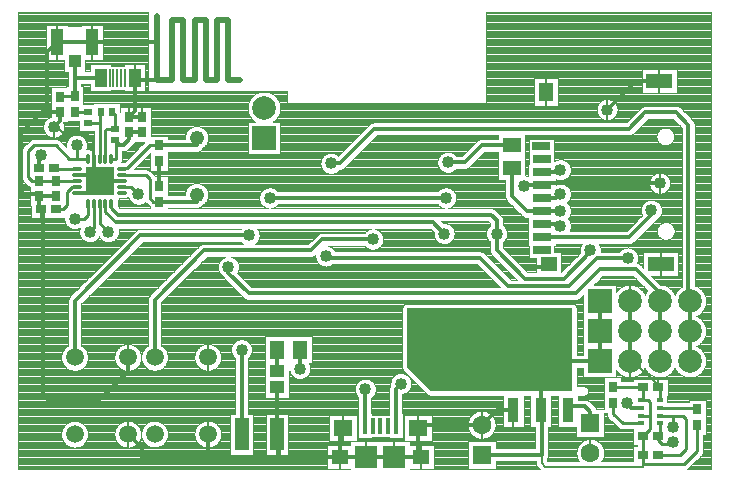
<source format=gtl>
G04 DipTrace 3.0.0.1*
G04 ProjectXNew.gtl*
%MOMM*%
G04 #@! TF.FileFunction,Copper,L1,Top*
G04 #@! TF.Part,Single*
G04 #@! TA.AperFunction,Conductor*
%ADD10C,0.25*%
%ADD14C,0.33*%
G04 #@! TA.AperFunction,CopperBalancing*
%ADD15C,0.2*%
G04 #@! TA.AperFunction,Conductor*
%ADD16C,0.5*%
%ADD17C,0.3*%
G04 #@! TA.AperFunction,CopperBalancing*
%ADD18C,0.1*%
%ADD19R,0.9X0.7*%
%ADD20R,0.7X0.9*%
G04 #@! TA.AperFunction,ComponentPad*
%ADD21R,1.6X1.6*%
%ADD22C,1.6*%
%ADD23R,1.3X1.0*%
%ADD24R,1.15X2.7*%
%ADD26R,1.6X0.7*%
%ADD27R,1.4X1.2*%
%ADD28R,2.2X1.2*%
%ADD29R,1.2X1.6*%
%ADD30R,1.0X1.05*%
%ADD31R,1.05X2.2*%
%ADD33R,0.4X1.35*%
%ADD34R,1.6X1.4*%
%ADD35R,1.45X1.3*%
%ADD36R,1.9X1.9*%
%ADD37R,0.72X0.59*%
%ADD38R,0.59X0.72*%
%ADD39R,1.5X1.3*%
%ADD40R,1.3X1.5*%
%ADD44R,0.5X0.35*%
%ADD46O,0.3X0.85*%
%ADD47O,0.85X0.3*%
%ADD48R,2.45X2.45*%
G04 #@! TA.AperFunction,ComponentPad*
%ADD50C,2.0*%
%ADD51R,2.0X2.0*%
%ADD54C,1.5*%
%ADD56R,0.95X2.15*%
%ADD57R,3.25X2.15*%
%ADD58R,1.0X1.5*%
%ADD59R,0.2X1.5*%
G04 #@! TA.AperFunction,ComponentPad*
%ADD60C,1.2192*%
G04 #@! TA.AperFunction,ViaPad*
%ADD61C,1.016*%
%FSLAX35Y35*%
G04*
G71*
G90*
G75*
G01*
G04 Top*
%LPD*%
X-158767Y520520D2*
D14*
X-3410D1*
X0Y523930D1*
X-666820Y-1540037D2*
X-158767D1*
Y-1167147D1*
X-166917Y-1158997D1*
Y-746200D1*
Y-578997D1*
X-3710920Y727437D2*
D10*
X-3632867D1*
X-3572250Y666820D1*
X-4090920Y777437D2*
X-4159167D1*
X-4159687Y777957D1*
X-4270823D1*
X-4413713D1*
X-4000920Y967437D2*
X-4096180D1*
X-4158647D1*
X-4273877Y1082667D1*
X-4457667D1*
X-4508973Y1031360D1*
Y809710D1*
X-4477220Y777957D1*
X-4413713D1*
X-4096180Y1079613D2*
Y967437D1*
X-158767Y520520D2*
D14*
X-282370D1*
X-412793Y650943D1*
Y889093D1*
X332437Y-238147D2*
Y-492173D1*
Y-746200D1*
X-166917D1*
X1158997Y-1286010D2*
D10*
Y-1508283D1*
X1048280Y-1619000D1*
X698573D1*
Y-1540037D1*
Y-1381270D1*
X762080Y-1317763D1*
Y-1204383D1*
Y-1095490D1*
X746203Y-1079613D1*
X681463D1*
X698573Y-968477D2*
Y-1062503D1*
X681463Y-1079613D1*
Y-1209613D2*
X756850D1*
X762080Y-1204383D1*
X443667Y-968667D2*
X698383D1*
X698573Y-968477D1*
Y-1619000D2*
D15*
Y-1644000D1*
X-127667D1*
X-158767Y-1612900D1*
Y-1540037D1*
X841463Y-1143613D2*
D10*
X1146600D1*
X1158997Y-1156010D1*
X841463Y-1079613D2*
Y-981367D1*
X828573Y-968477D1*
X-3964557Y1951563D2*
D14*
X-4259557D1*
X-3604003Y1651173D2*
X-3588127Y1635297D1*
X-3413483D1*
D16*
X-3286470D1*
Y2143350D1*
X-3191210D1*
Y1635297D1*
X-3095950D1*
Y2143350D1*
X-3000690D1*
Y1635297D1*
X-2905430D1*
Y2143350D1*
X-2810170D1*
Y1635297D1*
X-2714910D1*
X-3413483D2*
Y1951563D1*
Y2175103D1*
X-3964557Y1951563D2*
D14*
X-3413483D1*
X587437Y-238150D2*
Y-492177D1*
Y-746203D1*
X-3710920Y777437D2*
D17*
X-3769920D1*
D14*
X-3900920D1*
X-3950920Y967437D2*
Y895920D1*
X-3900920Y845920D1*
Y777437D1*
X-4090920Y827437D2*
D17*
X-3992437D1*
X-3942437Y777437D1*
D14*
X-3900920D1*
X-4090920Y677437D2*
D17*
X-3993897D1*
X-3893897Y777437D1*
D14*
X-3900920D1*
X-3540497Y1320750D2*
X-3651633D1*
X-3397607Y949613D2*
Y733313D1*
X-4400823Y539807D2*
X-4413713Y552697D1*
Y647957D1*
X-4270823D2*
X-4413713D1*
X-4433423Y667667D1*
X-4545333D1*
X-4567667Y690000D1*
Y1183000D1*
X-4388260Y1362407D1*
X-4342573D1*
X-4239070D1*
X-3651633Y1320750D2*
X-3604003Y1368380D1*
Y1651173D1*
X-4259557Y1951563D2*
X-4342573Y1868547D1*
Y1362407D1*
X-4400823Y539807D2*
X-4377000Y515983D1*
Y-1041000D1*
X-4346333Y-1071667D1*
X-3896000D1*
X-3662057Y-837723D1*
Y-715393D1*
Y-1365393D2*
X-3541000Y-1486450D1*
Y-1559500D1*
X-2984813D1*
X-2383313D1*
Y-1559833D1*
X-1866500D1*
X-2399033Y-1365393D2*
X-2383313Y-1381113D1*
Y-1559833D1*
X-2397377Y-968477D2*
X-2399033Y-970133D1*
Y-1365393D1*
X-2984813Y-1364450D2*
Y-1559500D1*
X-1844000Y-1314833D2*
X-1866500Y-1337333D1*
Y-1559833D1*
X-1644000D1*
X-1404000D1*
X-1181500D1*
X-1204000Y-1537333D1*
Y-1314833D1*
X-1175203Y-1286037D1*
X-666820D1*
X-539780Y-1158997D1*
X-396917D1*
X562000Y-1104667D2*
X600947Y-1143613D1*
X681463D1*
X828573Y-968477D2*
D15*
X841477D1*
X619203Y-746203D1*
D14*
X587437D1*
X-309000Y737000D2*
X-305480Y740520D1*
X-158767D1*
X-139953Y759333D1*
X841667D1*
X-4400000Y994667D2*
X-4413713Y980953D1*
Y889093D1*
X-4289000Y1234667D2*
X-4239070Y1284597D1*
Y1362407D1*
X-3950920Y967437D2*
D15*
X-3952667Y969183D1*
Y1122333D1*
X-4007000Y1176667D1*
X-4201667D1*
X-4259667Y1234667D1*
X-4289000D1*
X395667Y1383333D2*
D14*
X637853Y1625520D1*
X839233D1*
X-98767Y75520D2*
X-121953Y52333D1*
X-230333D1*
X-233333Y55333D1*
X-539807Y333410D2*
Y190520D1*
X-301657Y-47630D1*
X31753D1*
X254027Y174643D1*
Y190520D1*
X-3800920Y587437D2*
D10*
Y546203D1*
X-3746893Y492177D1*
D14*
X-587437D1*
X-539807Y444547D1*
Y333410D1*
X-3850920Y587437D2*
D10*
Y516820D1*
X-3762770Y428670D1*
D14*
X-1079613D1*
X-984353Y333410D1*
X-4000920Y587437D2*
D10*
Y492177D1*
X-4032673Y460423D1*
X-4112057D1*
X-3950920Y587437D2*
Y383410D1*
X-3985043Y349287D1*
X-3900920Y587437D2*
Y423930D1*
X-3826277Y349287D1*
X-2460883Y635067D2*
D14*
X-968477D1*
X841463Y-1274613D2*
D10*
Y-1368380D1*
X828573Y-1381270D1*
Y-1416010D1*
X857340Y-1444777D1*
X936723D1*
X952600Y-1428900D1*
X-4112057Y-715393D2*
D14*
Y-238150D1*
X-3556373Y317533D1*
X-2635527D1*
X841437Y-238173D2*
Y-172437D1*
X638000Y31000D1*
X335000D1*
X130333Y-173667D1*
X-2638667D1*
X-2810000Y-2333D1*
Y50000D1*
X841437Y-746227D2*
Y-492200D1*
Y-238173D1*
X571000Y126000D2*
X308000D1*
X70863Y-111137D1*
X-444547D1*
X-682697Y127013D1*
X-1968707D1*
X-1984583Y142890D1*
X841463Y-1209613D2*
D10*
X954593D1*
X1034970D1*
X1063737Y-1238380D1*
Y-1492407D1*
X1016107Y-1540037D1*
X828573D1*
X954593Y-1209613D2*
Y-1299893D1*
X952600Y-1301887D1*
X1095437Y-238173D2*
D14*
X1085000Y-227737D1*
Y1252000D1*
X978000Y1359000D1*
X721000D1*
X582000Y1220000D1*
X-1576000D1*
X-1868000Y928000D1*
X-1942000D1*
X1095437Y-238173D2*
Y-492200D1*
Y-746227D1*
X-412793Y1079093D2*
X-667340D1*
X-809710Y936723D1*
X-952600D1*
X-1654000Y-1292333D2*
Y-984353D1*
X-1651173D1*
X681463Y-1274613D2*
D10*
X526947D1*
X443667Y-1191333D1*
Y-1098667D1*
X254027Y-1270133D2*
D14*
Y-1174873D1*
X206397Y-1127243D1*
X94837D1*
X63083Y-1158997D1*
X-2206857Y-650943D2*
Y-809710D1*
X-2699033Y-1365393D2*
Y-650943D1*
X-4090920Y727437D2*
D10*
X-4130823D1*
X-4175563Y682697D1*
Y571560D1*
X-4207317Y539807D1*
X-4270823D1*
X-4090920Y877437D2*
X-4272057D1*
X-4283713Y889093D1*
X-3900920Y967437D2*
Y1270133D1*
Y1354257D1*
X-3889783Y1365393D1*
X-4000920Y1270133D2*
X-3900920D1*
X-3850920Y967437D2*
Y1213737D1*
X-3842153Y1222503D1*
X-3776503D1*
X-3773000Y1219000D1*
Y1344610D1*
X-3793783Y1365393D1*
X-4112057Y1495393D2*
D14*
Y1656400D1*
Y1698803D1*
Y1794063D1*
X-4239070Y1492407D2*
D10*
X-4236083Y1495393D1*
X-4112057D1*
Y1656400D2*
D14*
X-4106830Y1651173D1*
X-3889780D1*
X-4000920Y1366133D2*
D10*
Y1365393D1*
X-4112057D1*
X-3800920Y967437D2*
X-3759000D1*
Y1137000D1*
X-3773000Y1123000D1*
D14*
X-3736000Y1086000D1*
X-3695333D1*
X-3651633Y1129700D1*
Y1190750D1*
X-3540497D1*
X-3397607Y603313D2*
D10*
D3*
D14*
X-3080073D1*
Y660520D1*
X-3397607Y603313D2*
D10*
X-3445237D1*
X-3476990Y635067D1*
Y793833D1*
X-3508743Y825587D1*
X-3709070D1*
X-3710920Y827437D1*
X-3397607Y1079613D2*
D14*
X-3080073D1*
Y1143120D1*
X-3397607Y1079613D2*
D10*
X-3476990D1*
X-3667510Y889093D1*
X-3699263D1*
X-3710920Y877437D1*
X771000Y529333D2*
D14*
Y488000D1*
X583520Y300520D1*
X-158767D1*
Y630520D2*
X-36300D1*
X0Y666820D1*
X-158767Y850520D2*
X-22697D1*
X0Y873217D1*
X-158767Y410520D2*
X-13603D1*
X0Y396917D1*
X-3434813Y-714450D2*
Y-227727D1*
X-3016567Y190520D1*
X-2111597D1*
X-2016337Y285780D1*
X-1587667D1*
X-1394000Y-1292333D2*
Y-981207D1*
X-1349517Y-936723D1*
X-2397377Y-828477D2*
Y-651463D1*
X-2396857Y-650943D1*
D61*
X0Y873217D3*
Y666820D3*
Y523930D3*
Y396917D3*
X771000Y529333D3*
X-2699033Y-650943D3*
X-2206857Y-809710D3*
X-1651173Y-984353D3*
X-1349517Y-936723D3*
X-3572250Y666820D3*
X-539807Y333410D3*
X254027Y190520D3*
X-984353Y333410D3*
X-4096180Y1079613D3*
X-952600Y936723D3*
X952600Y-1301887D3*
Y-1428900D3*
X571000Y126000D3*
X-1984583Y142890D3*
X-3826277Y349287D3*
X-2460883Y635067D3*
X-968477D3*
X-4112057Y460423D3*
X-3985043Y349287D3*
X-2635527Y317533D3*
X-1587667Y285780D3*
X-2810000Y50000D3*
X-1942000Y928000D3*
X562000Y-1104667D3*
X-309000Y737000D3*
X841667Y759333D3*
X-4400000Y994667D3*
X-4289000Y1234667D3*
X395667Y1383333D3*
X-4590990Y2196333D2*
D18*
X-3495393D1*
X-627593D2*
X1277000D1*
X-4590990Y2186667D2*
X-3495393D1*
X-627593D2*
X1277000D1*
X-4590990Y2177000D2*
X-3495393D1*
X-627593D2*
X1277000D1*
X-4590990Y2167333D2*
X-3495393D1*
X-627593D2*
X1277000D1*
X-4590990Y2157667D2*
X-3495393D1*
X-627593D2*
X1277000D1*
X-4590990Y2148000D2*
X-3495393D1*
X-627593D2*
X1277000D1*
X-4590990Y2138333D2*
X-3495393D1*
X-627593D2*
X1277000D1*
X-4590990Y2128667D2*
X-3495393D1*
X-627593D2*
X1277000D1*
X-4590990Y2119000D2*
X-3495393D1*
X-627593D2*
X1277000D1*
X-4590990Y2109333D2*
X-3495393D1*
X-627593D2*
X1277000D1*
X-4590990Y2099667D2*
X-4351447D1*
X-4167650D2*
X-4056447D1*
X-3872650D2*
X-3495393D1*
X-627593D2*
X1277000D1*
X-4590990Y2090000D2*
X-4351447D1*
X-4167650D2*
X-4056447D1*
X-3872650D2*
X-3495393D1*
X-627593D2*
X1277000D1*
X-4590990Y2080333D2*
X-4351447D1*
X-3872650D2*
X-3495393D1*
X-627593D2*
X1277000D1*
X-4590990Y2070667D2*
X-4351447D1*
X-3872650D2*
X-3495393D1*
X-627593D2*
X1277000D1*
X-4590990Y2061000D2*
X-4351447D1*
X-3872650D2*
X-3495393D1*
X-627593D2*
X1277000D1*
X-4590990Y2051333D2*
X-4351447D1*
X-3872650D2*
X-3495393D1*
X-627593D2*
X1277000D1*
X-4590990Y2041667D2*
X-4351447D1*
X-3872650D2*
X-3495393D1*
X-627593D2*
X1277000D1*
X-4590990Y2032000D2*
X-4351447D1*
X-3872650D2*
X-3495393D1*
X-627593D2*
X1277000D1*
X-4590990Y2022333D2*
X-4351447D1*
X-3872650D2*
X-3495393D1*
X-627593D2*
X1277000D1*
X-4590990Y2012667D2*
X-4351447D1*
X-3872650D2*
X-3495393D1*
X-627593D2*
X1277000D1*
X-4590990Y2003000D2*
X-4351447D1*
X-3872650D2*
X-3495393D1*
X-627593D2*
X1277000D1*
X-4590990Y1993333D2*
X-4351447D1*
X-3872650D2*
X-3495393D1*
X-627593D2*
X1277000D1*
X-4590990Y1983667D2*
X-4351447D1*
X-3872650D2*
X-3495393D1*
X-627593D2*
X1277000D1*
X-4590990Y1974000D2*
X-4351447D1*
X-3872650D2*
X-3495393D1*
X-627593D2*
X1277000D1*
X-4590990Y1964333D2*
X-4351447D1*
X-3872650D2*
X-3495393D1*
X-627593D2*
X1277000D1*
X-4590990Y1954667D2*
X-4351447D1*
X-3872650D2*
X-3495393D1*
X-627593D2*
X1277000D1*
X-4590990Y1945000D2*
X-4351447D1*
X-3872650D2*
X-3495393D1*
X-627593D2*
X1277000D1*
X-4590990Y1935333D2*
X-4351447D1*
X-3872650D2*
X-3495393D1*
X-627593D2*
X1277000D1*
X-4590990Y1925667D2*
X-4351447D1*
X-3872650D2*
X-3495393D1*
X-627593D2*
X1277000D1*
X-4590990Y1916000D2*
X-4351447D1*
X-3872650D2*
X-3495393D1*
X-627593D2*
X1277000D1*
X-4590990Y1906333D2*
X-4351447D1*
X-3872650D2*
X-3495393D1*
X-627593D2*
X1277000D1*
X-4590990Y1896667D2*
X-4351447D1*
X-3872650D2*
X-3495393D1*
X-627593D2*
X1277000D1*
X-4590990Y1887000D2*
X-4351447D1*
X-3872650D2*
X-3495393D1*
X-627593D2*
X1277000D1*
X-4590990Y1877333D2*
X-4351447D1*
X-3872650D2*
X-3495393D1*
X-627593D2*
X1277000D1*
X-4590990Y1867667D2*
X-4351447D1*
X-3872650D2*
X-3495393D1*
X-627593D2*
X1277000D1*
X-4590990Y1858000D2*
X-4351447D1*
X-3872650D2*
X-3495393D1*
X-627593D2*
X1277000D1*
X-4590990Y1848333D2*
X-4351447D1*
X-3872650D2*
X-3495393D1*
X-627593D2*
X1277000D1*
X-4590990Y1838667D2*
X-4351447D1*
X-3872650D2*
X-3495393D1*
X-627593D2*
X1277000D1*
X-4590990Y1829000D2*
X-4351447D1*
X-3872650D2*
X-3495393D1*
X-627593D2*
X1277000D1*
X-4590990Y1819333D2*
X-4351447D1*
X-3872650D2*
X-3495393D1*
X-627593D2*
X1277000D1*
X-4590990Y1809667D2*
X-4351447D1*
X-3872650D2*
X-3495393D1*
X-627593D2*
X1277000D1*
X-4590990Y1800000D2*
X-4201447D1*
X-4022650D2*
X-3495393D1*
X-627593D2*
X1277000D1*
X-4590990Y1790333D2*
X-4201447D1*
X-4022650D2*
X-3495393D1*
X-627593D2*
X1277000D1*
X-4590990Y1780667D2*
X-4201447D1*
X-4022650D2*
X-3495393D1*
X-627593D2*
X1277000D1*
X-4590990Y1771000D2*
X-4201447D1*
X-4022650D2*
X-3495393D1*
X-627593D2*
X1277000D1*
X-4590990Y1761333D2*
X-4201447D1*
X-4022650D2*
X-3979180D1*
X-3800383D2*
X-3693400D1*
X-3514603D2*
X-3495393D1*
X-627593D2*
X1277000D1*
X-4590990Y1751667D2*
X-4201447D1*
X-4022650D2*
X-3979180D1*
X-3800383D2*
X-3693400D1*
X-3514603D2*
X-3495393D1*
X-627593D2*
X1277000D1*
X-4590990Y1742000D2*
X-4201447D1*
X-4022650D2*
X-3979180D1*
X-3514603D2*
X-3495393D1*
X-627593D2*
X1277000D1*
X-4590990Y1732333D2*
X-4201447D1*
X-4022650D2*
X-3979180D1*
X-3514603D2*
X-3495393D1*
X-627593D2*
X1277000D1*
X-4590990Y1722667D2*
X-4201447D1*
X-4022650D2*
X-3979180D1*
X-3514603D2*
X-3495393D1*
X-627593D2*
X689843D1*
X988640D2*
X1277000D1*
X-4590990Y1713000D2*
X-4201447D1*
X-4022650D2*
X-3979180D1*
X-3514603D2*
X-3495393D1*
X-627593D2*
X689843D1*
X988640D2*
X1277000D1*
X-4590990Y1703333D2*
X-4201447D1*
X-3514603D2*
X-3495393D1*
X-627593D2*
X689843D1*
X988640D2*
X1277000D1*
X-4590990Y1693667D2*
X-4167950D1*
X-3514603D2*
X-3495393D1*
X-627593D2*
X689843D1*
X988640D2*
X1277000D1*
X-4590990Y1684000D2*
X-4167950D1*
X-3514603D2*
X-3495393D1*
X-627593D2*
X689843D1*
X988640D2*
X1277000D1*
X-4590990Y1674333D2*
X-4167950D1*
X-3514603D2*
X-3495393D1*
X-627593D2*
X689843D1*
X988640D2*
X1277000D1*
X-4590990Y1664667D2*
X-4167950D1*
X-3514603D2*
X-3495393D1*
X-627593D2*
X689843D1*
X988640D2*
X1277000D1*
X-4590990Y1655000D2*
X-4167950D1*
X-3514603D2*
X-3495393D1*
X-627593D2*
X689843D1*
X988640D2*
X1277000D1*
X-4590990Y1645333D2*
X-4167950D1*
X-3514603D2*
X-3495393D1*
X-627593D2*
X-220157D1*
X-21360D2*
X689843D1*
X988640D2*
X1277000D1*
X-4590990Y1635667D2*
X-4167950D1*
X-3514603D2*
X-3495393D1*
X-627593D2*
X-220157D1*
X-21360D2*
X689843D1*
X988640D2*
X1277000D1*
X-4590990Y1626000D2*
X-4167950D1*
X-3514603D2*
X-3495393D1*
X-627593D2*
X-220157D1*
X-21360D2*
X689843D1*
X988640D2*
X1277000D1*
X-4590990Y1616333D2*
X-4167950D1*
X-3514603D2*
X-3495393D1*
X-627593D2*
X-220157D1*
X-21360D2*
X689843D1*
X988640D2*
X1277000D1*
X-4590990Y1606667D2*
X-4167950D1*
X-3514603D2*
X-3495393D1*
X-627593D2*
X-220157D1*
X-21360D2*
X689843D1*
X988640D2*
X1277000D1*
X-4590990Y1597000D2*
X-4167950D1*
X-3514603D2*
X-3495393D1*
X-627593D2*
X-220157D1*
X-21360D2*
X689843D1*
X988640D2*
X1277000D1*
X-4590990Y1587333D2*
X-4167950D1*
X-4056167D2*
X-3979180D1*
X-3514603D2*
X-3495393D1*
X-627593D2*
X-220157D1*
X-21360D2*
X689843D1*
X988640D2*
X1277000D1*
X-4590990Y1577667D2*
X-4186447D1*
X-4037650D2*
X-3979180D1*
X-3514603D2*
X-3495393D1*
X-627593D2*
X-220157D1*
X-21360D2*
X689843D1*
X988640D2*
X1277000D1*
X-4590990Y1568000D2*
X-4313480D1*
X-4037650D2*
X-3979180D1*
X-3514603D2*
X-3495393D1*
X-627593D2*
X-220157D1*
X-21360D2*
X689843D1*
X988640D2*
X1277000D1*
X-4590990Y1558333D2*
X-4313480D1*
X-4037650D2*
X-3979180D1*
X-3514603D2*
X-3495393D1*
X-627593D2*
X-220157D1*
X-21360D2*
X689843D1*
X988640D2*
X1277000D1*
X-4590990Y1548667D2*
X-4313480D1*
X-4037650D2*
X-3979180D1*
X-3800383D2*
X-3693400D1*
X-3514603D2*
X-3495393D1*
X-627593D2*
X-220157D1*
X-21360D2*
X689843D1*
X988640D2*
X1277000D1*
X-4590990Y1539000D2*
X-4313480D1*
X-4037650D2*
X-3979180D1*
X-3800383D2*
X-3693400D1*
X-3514603D2*
X-2312403D1*
X-627593D2*
X-220157D1*
X-21360D2*
X689843D1*
X988640D2*
X1277000D1*
X-4590990Y1529333D2*
X-4313480D1*
X-4037650D2*
X-2550510D1*
X-2466517D2*
X-2312403D1*
X-627593D2*
X-220157D1*
X-21360D2*
X689843D1*
X988640D2*
X1277000D1*
X-4590990Y1519667D2*
X-4313480D1*
X-4037650D2*
X-2573890D1*
X-2443140D2*
X-2312403D1*
X-627593D2*
X-220157D1*
X-21360D2*
X1277000D1*
X-4590990Y1510000D2*
X-4313480D1*
X-4037650D2*
X-2589630D1*
X-2427397D2*
X-2312403D1*
X-627593D2*
X-220157D1*
X-21360D2*
X1277000D1*
X-4590990Y1500333D2*
X-4313480D1*
X-4037650D2*
X-2601740D1*
X-2415287D2*
X-2312403D1*
X-627593D2*
X-220157D1*
X-21360D2*
X1277000D1*
X-4590990Y1490667D2*
X-4313480D1*
X-4037650D2*
X-2611543D1*
X-2405483D2*
X-2312403D1*
X-627593D2*
X-220157D1*
X-21360D2*
X1277000D1*
X-4590990Y1481000D2*
X-4313480D1*
X-4037650D2*
X-2619610D1*
X-2397417D2*
X-2312403D1*
X-627593D2*
X-220157D1*
X-21360D2*
X1277000D1*
X-4590990Y1471333D2*
X-4313480D1*
X-4037650D2*
X-2626350D1*
X-2390677D2*
X-2312403D1*
X-627593D2*
X-220157D1*
X-21360D2*
X380077D1*
X411257D2*
X1277000D1*
X-4590990Y1461667D2*
X-4313480D1*
X-4037650D2*
X-2631957D1*
X-2385073D2*
X-2312403D1*
X-627593D2*
X-220157D1*
X-21360D2*
X351990D1*
X439343D2*
X1277000D1*
X-4590990Y1452000D2*
X-4313480D1*
X-4037650D2*
X-2636583D1*
X-2380443D2*
X-2312403D1*
X-627593D2*
X-220157D1*
X-21360D2*
X337733D1*
X453600D2*
X1277000D1*
X-4590990Y1442333D2*
X-4313480D1*
X-4037650D2*
X-2640333D1*
X-2376693D2*
X-2312403D1*
X-627593D2*
X-220157D1*
X-21360D2*
X327770D1*
X463560D2*
X1277000D1*
X-4590990Y1432667D2*
X-4313480D1*
X-3724877D2*
X-2643283D1*
X-2373743D2*
X-220157D1*
X-21360D2*
X320350D1*
X470983D2*
X1277000D1*
X-4590990Y1423000D2*
X-4313480D1*
X-3724877D2*
X-2645470D1*
X-2371557D2*
X-220157D1*
X-21360D2*
X314763D1*
X476570D2*
X1277000D1*
X-4590990Y1413333D2*
X-4313480D1*
X-3724877D2*
X-2646957D1*
X-2370073D2*
X310663D1*
X480670D2*
X712127D1*
X986860D2*
X1277000D1*
X-4590990Y1403667D2*
X-4313480D1*
X-3466087D2*
X-2647757D1*
X-2369270D2*
X307810D1*
X483520D2*
X688083D1*
X1010923D2*
X1277000D1*
X-4590990Y1394000D2*
X-4313480D1*
X-3466087D2*
X-2647873D1*
X-2369153D2*
X306110D1*
X485220D2*
X677360D1*
X1021647D2*
X1277000D1*
X-4590990Y1384333D2*
X-4313480D1*
X-3466087D2*
X-2647327D1*
X-2369700D2*
X305467D1*
X485867D2*
X667693D1*
X1031313D2*
X1277000D1*
X-4590990Y1374667D2*
X-4313480D1*
X-3466087D2*
X-2646077D1*
X-2370950D2*
X305897D1*
X485437D2*
X658027D1*
X1040983D2*
X1277000D1*
X-4590990Y1365000D2*
X-4313480D1*
X-3466087D2*
X-2644123D1*
X-2372903D2*
X307360D1*
X483970D2*
X648357D1*
X1050650D2*
X1277000D1*
X-4590990Y1355333D2*
X-4313480D1*
X-3466087D2*
X-2641447D1*
X-2375580D2*
X309980D1*
X481353D2*
X638690D1*
X1060300D2*
X1277000D1*
X-4590990Y1345667D2*
X-4313480D1*
X-3466087D2*
X-2637990D1*
X-2379037D2*
X313807D1*
X477527D2*
X629020D1*
X1069967D2*
X1277000D1*
X-4590990Y1336000D2*
X-4313480D1*
X-3466087D2*
X-2633673D1*
X-2383353D2*
X319060D1*
X472270D2*
X619353D1*
X1079633D2*
X1277000D1*
X-4590990Y1326333D2*
X-4313480D1*
X-3466087D2*
X-2628420D1*
X-2388607D2*
X326053D1*
X465280D2*
X609687D1*
X1089303D2*
X1277000D1*
X-4590990Y1316667D2*
X-4325100D1*
X-3466087D2*
X-2622110D1*
X-2394917D2*
X335407D1*
X455923D2*
X600017D1*
X1098970D2*
X1277000D1*
X-4590990Y1307000D2*
X-4342190D1*
X-3466087D2*
X-2614533D1*
X-2402493D2*
X348513D1*
X442820D2*
X590350D1*
X1108640D2*
X1277000D1*
X-4590990Y1297333D2*
X-4353480D1*
X-3466087D2*
X-2605393D1*
X-2411633D2*
X370993D1*
X420337D2*
X580700D1*
X737973D2*
X961033D1*
X1118307D2*
X1277000D1*
X-4590990Y1287667D2*
X-4361740D1*
X-3466087D2*
X-2594180D1*
X-2422847D2*
X571033D1*
X728307D2*
X970700D1*
X1127740D2*
X1277000D1*
X-4590990Y1278000D2*
X-4367970D1*
X-4210033D2*
X-4076310D1*
X-3466087D2*
X-2648907D1*
X-2370110D2*
X561367D1*
X718640D2*
X980350D1*
X1134360D2*
X1277000D1*
X-4590990Y1268333D2*
X-4372600D1*
X-4205403D2*
X-4076310D1*
X-3466087D2*
X-2648907D1*
X-2370110D2*
X-1603030D1*
X708970D2*
X990017D1*
X1138423D2*
X1277000D1*
X-4590990Y1258667D2*
X-4375920D1*
X-4202083D2*
X-4076310D1*
X-3466087D2*
X-2648907D1*
X-2370110D2*
X-1615980D1*
X699303D2*
X999687D1*
X1140493D2*
X1277000D1*
X-4590990Y1249000D2*
X-4378050D1*
X-4199957D2*
X-4076310D1*
X-3466087D2*
X-2648907D1*
X-2370110D2*
X-1625647D1*
X689633D2*
X1009353D1*
X1140903D2*
X1277000D1*
X-4590990Y1239333D2*
X-4379083D1*
X-4198920D2*
X-4076310D1*
X-3466087D2*
X-3105880D1*
X-3054270D2*
X-2648907D1*
X-2370110D2*
X-1635313D1*
X679967D2*
X1019020D1*
X1140903D2*
X1277000D1*
X-4590990Y1229667D2*
X-4379063D1*
X-4198940D2*
X-4076310D1*
X-3466087D2*
X-3129883D1*
X-3030267D2*
X-2648907D1*
X-2370110D2*
X-1644983D1*
X670300D2*
X874550D1*
X903930D2*
X1028690D1*
X1140903D2*
X1277000D1*
X-4590990Y1220000D2*
X-4377990D1*
X-4200013D2*
X-4076310D1*
X-3466087D2*
X-3144027D1*
X-3016127D2*
X-2648907D1*
X-2370110D2*
X-1654650D1*
X660650D2*
X849157D1*
X929323D2*
X1029100D1*
X1140903D2*
X1277000D1*
X-4590990Y1210333D2*
X-4375823D1*
X-4202180D2*
X-4076310D1*
X-3466087D2*
X-3154240D1*
X-3005893D2*
X-2648907D1*
X-2370110D2*
X-1664300D1*
X650983D2*
X836463D1*
X942017D2*
X1029100D1*
X1140903D2*
X1277000D1*
X-4590990Y1200667D2*
X-4372463D1*
X-4205540D2*
X-3952813D1*
X-3466087D2*
X-3162073D1*
X-2998080D2*
X-2648907D1*
X-2370110D2*
X-1673967D1*
X641313D2*
X827850D1*
X950630D2*
X1029100D1*
X1140903D2*
X1277000D1*
X-4590990Y1191000D2*
X-4367777D1*
X-4210230D2*
X-3952813D1*
X-3466087D2*
X-3168127D1*
X-2992007D2*
X-2648907D1*
X-2370110D2*
X-1683633D1*
X631647D2*
X821697D1*
X956763D2*
X1029100D1*
X1140903D2*
X1277000D1*
X-4590990Y1181333D2*
X-4361507D1*
X-4216497D2*
X-3952813D1*
X-3466087D2*
X-3172793D1*
X-2987357D2*
X-2648907D1*
X-2370110D2*
X-1693303D1*
X621980D2*
X817380D1*
X961080D2*
X1029100D1*
X1140903D2*
X1277000D1*
X-4590990Y1171667D2*
X-4353147D1*
X-4224857D2*
X-3952813D1*
X-3466087D2*
X-3176253D1*
X-2983900D2*
X-2648907D1*
X-2370110D2*
X-1702970D1*
X609030D2*
X814587D1*
X963893D2*
X1029100D1*
X1140903D2*
X1277000D1*
X-4590990Y1162000D2*
X-4341740D1*
X-4236263D2*
X-4131370D1*
X-4060990D2*
X-3952813D1*
X-3323197D2*
X-3178617D1*
X-2981517D2*
X-2648907D1*
X-2370110D2*
X-1712640D1*
X-1555367D2*
X-527190D1*
X-298393D2*
X813103D1*
X965357D2*
X1029100D1*
X1140903D2*
X1277000D1*
X-4590990Y1152333D2*
X-4324320D1*
X-4253687D2*
X-4148830D1*
X-4043530D2*
X-3952813D1*
X-3323197D2*
X-3180003D1*
X-2980150D2*
X-2648907D1*
X-2370110D2*
X-1722307D1*
X-1565033D2*
X-527190D1*
X-298393D2*
X812907D1*
X965573D2*
X1029100D1*
X1140903D2*
X1277000D1*
X-4590990Y1142667D2*
X-4160277D1*
X-4032083D2*
X-3952813D1*
X-3323197D2*
X-3180430D1*
X-2979720D2*
X-2648907D1*
X-2370110D2*
X-1731973D1*
X-1574700D2*
X-527190D1*
X-298393D2*
X813943D1*
X964537D2*
X1029100D1*
X1140903D2*
X1277000D1*
X-4590990Y1133000D2*
X-4466233D1*
X-4265307D2*
X-4168633D1*
X-4023723D2*
X-3952813D1*
X-2980230D2*
X-2648907D1*
X-2370110D2*
X-1741643D1*
X-1584350D2*
X-678733D1*
X-298393D2*
X816267D1*
X962193D2*
X1029100D1*
X1140903D2*
X1277000D1*
X-4590990Y1123333D2*
X-4489280D1*
X-4242260D2*
X-4174923D1*
X-4017437D2*
X-3952813D1*
X-2981713D2*
X-2648907D1*
X-2370110D2*
X-1751310D1*
X-1594017D2*
X-700843D1*
X-298393D2*
X-267170D1*
X-54370D2*
X820057D1*
X958423D2*
X1029100D1*
X1140903D2*
X1277000D1*
X-4590990Y1113667D2*
X-4499650D1*
X-4231890D2*
X-4179630D1*
X-4012730D2*
X-3952813D1*
X-2984173D2*
X-2648907D1*
X-2370110D2*
X-1760980D1*
X-1603687D2*
X-711407D1*
X-298393D2*
X-267170D1*
X-54370D2*
X825527D1*
X952957D2*
X1029100D1*
X1140903D2*
X1277000D1*
X-4590990Y1104000D2*
X-4509320D1*
X-4222220D2*
X-4182990D1*
X-4009370D2*
X-3952813D1*
X-3602123D2*
X-3525587D1*
X-2987747D2*
X-2648907D1*
X-2370110D2*
X-1770647D1*
X-1613353D2*
X-721077D1*
X-298393D2*
X-267170D1*
X-54370D2*
X833180D1*
X945280D2*
X1029100D1*
X1140903D2*
X1277000D1*
X-4590990Y1094333D2*
X-4518987D1*
X-4212553D2*
X-4185157D1*
X-4007200D2*
X-3952813D1*
X-3608647D2*
X-3535257D1*
X-2992513D2*
X-2648907D1*
X-2370110D2*
X-1780313D1*
X-1623020D2*
X-730743D1*
X-298393D2*
X-267170D1*
X-54370D2*
X844177D1*
X934303D2*
X1029100D1*
X1140903D2*
X1277000D1*
X-4590990Y1084667D2*
X-4528653D1*
X-4202883D2*
X-4186233D1*
X-4006127D2*
X-3952813D1*
X-3618020D2*
X-3544923D1*
X-2998723D2*
X-2648907D1*
X-2370110D2*
X-1789983D1*
X-1632690D2*
X-740413D1*
X-298393D2*
X-267170D1*
X-54370D2*
X862440D1*
X916020D2*
X1029100D1*
X1140903D2*
X1277000D1*
X-4590990Y1075000D2*
X-4538323D1*
X-4193217D2*
X-4186253D1*
X-4006107D2*
X-3952813D1*
X-3627690D2*
X-3554593D1*
X-3006733D2*
X-2648907D1*
X-2370110D2*
X-1799650D1*
X-1642357D2*
X-750080D1*
X-298393D2*
X-267170D1*
X-54370D2*
X1029100D1*
X1140903D2*
X1277000D1*
X-4590990Y1065333D2*
X-4547873D1*
X-4007123D2*
X-3952813D1*
X-3637357D2*
X-3564260D1*
X-3017260D2*
X-2648907D1*
X-2370110D2*
X-1809300D1*
X-1652027D2*
X-759747D1*
X-298393D2*
X-267170D1*
X-54370D2*
X1029100D1*
X1140903D2*
X1277000D1*
X-4590990Y1055667D2*
X-4554690D1*
X-4009253D2*
X-3952813D1*
X-3647027D2*
X-3573927D1*
X-3029663D2*
X-2648907D1*
X-2370110D2*
X-1818967D1*
X-1661693D2*
X-769417D1*
X-298393D2*
X-267170D1*
X-54370D2*
X1029100D1*
X1140903D2*
X1277000D1*
X-4590990Y1046000D2*
X-4558733D1*
X-3984290D2*
X-3967540D1*
X-3656733D2*
X-3583597D1*
X-3035657D2*
X-2648907D1*
X-2370110D2*
X-1828633D1*
X-1671360D2*
X-779063D1*
X-298393D2*
X-267170D1*
X-54370D2*
X1029100D1*
X1140903D2*
X1277000D1*
X-4590990Y1036333D2*
X-4560627D1*
X-3670930D2*
X-3593263D1*
X-3045287D2*
X-2648907D1*
X-2370110D2*
X-1838303D1*
X-1681030D2*
X-788733D1*
X-298393D2*
X-267170D1*
X-54370D2*
X1029100D1*
X1140903D2*
X1277000D1*
X-4590990Y1026667D2*
X-4560880D1*
X-3707103D2*
X-3602913D1*
X-3064563D2*
X-2648907D1*
X-2370110D2*
X-1847970D1*
X-1690697D2*
X-798400D1*
X-298393D2*
X-267170D1*
X-54370D2*
X1029100D1*
X1140903D2*
X1277000D1*
X-4590990Y1017000D2*
X-4560880D1*
X-3707103D2*
X-3612580D1*
X-3323197D2*
X-2648907D1*
X-2370110D2*
X-1948967D1*
X-1935033D2*
X-1857640D1*
X-1700367D2*
X-992483D1*
X-912710D2*
X-808070D1*
X-650793D2*
X-527190D1*
X-298393D2*
X-267170D1*
X-52357D2*
X1029100D1*
X1140903D2*
X1277000D1*
X-4590990Y1007333D2*
X-4560880D1*
X-3707103D2*
X-3622247D1*
X-3476283D2*
X-3472013D1*
X-3323197D2*
X-2648907D1*
X-2370110D2*
X-1983770D1*
X-1900230D2*
X-1867307D1*
X-1710033D2*
X-1008107D1*
X-897103D2*
X-817737D1*
X-660463D2*
X-527190D1*
X-298393D2*
X-265157D1*
X-52357D2*
X1029100D1*
X1140903D2*
X1277000D1*
X-4590990Y997667D2*
X-4560880D1*
X-3707103D2*
X-3631917D1*
X-3485950D2*
X-3472013D1*
X-3323197D2*
X-1998713D1*
X-1885287D2*
X-1876973D1*
X-1719700D2*
X-1018733D1*
X-886460D2*
X-827403D1*
X-670130D2*
X-527190D1*
X-298393D2*
X-265157D1*
X-52357D2*
X1029100D1*
X1140903D2*
X1277000D1*
X-4590990Y988000D2*
X-4560880D1*
X-3707103D2*
X-3641583D1*
X-3495620D2*
X-3472013D1*
X-3323197D2*
X-2009007D1*
X-1729350D2*
X-1026583D1*
X-679800D2*
X-527190D1*
X-298393D2*
X-265157D1*
X-52357D2*
X1029100D1*
X1140903D2*
X1277000D1*
X-4590990Y978333D2*
X-4560880D1*
X-3707103D2*
X-3651253D1*
X-3505287D2*
X-3472013D1*
X-3323197D2*
X-2016643D1*
X-1739017D2*
X-1032503D1*
X-689467D2*
X-527190D1*
X-298393D2*
X-265157D1*
X-52357D2*
X1029100D1*
X1140903D2*
X1277000D1*
X-4590990Y968667D2*
X-4560880D1*
X-3707103D2*
X-3660920D1*
X-3514957D2*
X-3472013D1*
X-3323197D2*
X-2022383D1*
X-1748687D2*
X-1036877D1*
X-699133D2*
X-527190D1*
X-298393D2*
X-265157D1*
X-52357D2*
X1029100D1*
X1140903D2*
X1277000D1*
X-4590990Y959000D2*
X-4560880D1*
X-3707807D2*
X-3670587D1*
X-3524623D2*
X-3472013D1*
X-3323197D2*
X-2026643D1*
X-1758353D2*
X-1039983D1*
X-708783D2*
X-527190D1*
X-298393D2*
X-265157D1*
X-52357D2*
X-25450D1*
X25457D2*
X1029100D1*
X1140903D2*
X1277000D1*
X-4590990Y949333D2*
X-4560880D1*
X-3710423D2*
X-3680257D1*
X-3534290D2*
X-3472013D1*
X-3323197D2*
X-2029610D1*
X-1768020D2*
X-1041897D1*
X-718450D2*
X-527190D1*
X-298393D2*
X-265157D1*
X-52357D2*
X-47503D1*
X47507D2*
X1029100D1*
X1140903D2*
X1277000D1*
X-4590990Y939667D2*
X-4560880D1*
X-3715347D2*
X-3706017D1*
X-3543960D2*
X-3472013D1*
X-3323197D2*
X-2031427D1*
X-1777690D2*
X-1042757D1*
X-728120D2*
X-527190D1*
X-298393D2*
X-265157D1*
X60513D2*
X1029100D1*
X1140903D2*
X1277000D1*
X-4590990Y930000D2*
X-4560880D1*
X-3553627D2*
X-3472013D1*
X-3323197D2*
X-2032170D1*
X-1787357D2*
X-1042540D1*
X-737787D2*
X-527190D1*
X-298393D2*
X-265157D1*
X69790D2*
X1029100D1*
X1140903D2*
X1277000D1*
X-4590990Y920333D2*
X-4560880D1*
X-3563293D2*
X-3472013D1*
X-3323197D2*
X-2031877D1*
X-1797027D2*
X-1041290D1*
X-747457D2*
X-527190D1*
X-298393D2*
X-278167D1*
X76743D2*
X1029100D1*
X1140903D2*
X1277000D1*
X-4590990Y910667D2*
X-4560880D1*
X-3572943D2*
X-3472013D1*
X-3323197D2*
X-2030490D1*
X-1806693D2*
X-1038907D1*
X-757123D2*
X-527190D1*
X-298393D2*
X-278167D1*
X81960D2*
X1029100D1*
X1140903D2*
X1277000D1*
X-4590990Y901000D2*
X-4560880D1*
X-3582610D2*
X-3472013D1*
X-3323197D2*
X-2028010D1*
X-1816360D2*
X-1035333D1*
X-766790D2*
X-527190D1*
X-298393D2*
X-278167D1*
X85767D2*
X1029100D1*
X1140903D2*
X1277000D1*
X-4590990Y891333D2*
X-4560880D1*
X-3592280D2*
X-3472013D1*
X-3323197D2*
X-2024320D1*
X-1826030D2*
X-1030393D1*
X-777827D2*
X-527190D1*
X-298393D2*
X-278167D1*
X88347D2*
X1029100D1*
X1140903D2*
X1277000D1*
X-4590990Y881667D2*
X-4560880D1*
X-3601947D2*
X-3472013D1*
X-3323197D2*
X-2019220D1*
X-1837553D2*
X-1023770D1*
X-881420D2*
X-527190D1*
X-298393D2*
X-278167D1*
X89790D2*
X1029100D1*
X1140903D2*
X1277000D1*
X-4590990Y872000D2*
X-4560880D1*
X-3486850D2*
X-3472013D1*
X-3323197D2*
X-2012423D1*
X-1871577D2*
X-1014983D1*
X-890230D2*
X-527190D1*
X-298393D2*
X-278167D1*
X90200D2*
X1029100D1*
X1140903D2*
X1277000D1*
X-4590990Y862333D2*
X-4560880D1*
X-3472513D2*
X-2003360D1*
X-1880640D2*
X-1002813D1*
X-902377D2*
X-527190D1*
X-298393D2*
X-278167D1*
X89537D2*
X1029100D1*
X1140903D2*
X1277000D1*
X-4590990Y852667D2*
X-4560880D1*
X-3462847D2*
X-1990763D1*
X-1893237D2*
X-983460D1*
X-921753D2*
X-527190D1*
X-298393D2*
X-278167D1*
X87800D2*
X1029100D1*
X1140903D2*
X1277000D1*
X-4590990Y843000D2*
X-4560880D1*
X-3453177D2*
X-1970040D1*
X-1913960D2*
X-527190D1*
X-298393D2*
X-278167D1*
X84927D2*
X809743D1*
X873600D2*
X1029100D1*
X1140903D2*
X1277000D1*
X-4590990Y833333D2*
X-4560880D1*
X-3443510D2*
X-527190D1*
X-298393D2*
X-278167D1*
X80787D2*
X790857D1*
X892467D2*
X1029100D1*
X1140903D2*
X1277000D1*
X-4590990Y823667D2*
X-4560880D1*
X-3434740D2*
X-527190D1*
X-286890D2*
X-278167D1*
X75163D2*
X778883D1*
X904460D2*
X1029100D1*
X1140903D2*
X1277000D1*
X-4590990Y814000D2*
X-4560880D1*
X-3323197D2*
X-527190D1*
X67700D2*
X770173D1*
X913150D2*
X1029100D1*
X1140903D2*
X1277000D1*
X-4590990Y804333D2*
X-4560587D1*
X-3323197D2*
X-527190D1*
X57680D2*
X763650D1*
X919693D2*
X1029100D1*
X1140903D2*
X1277000D1*
X-4590990Y794667D2*
X-4558597D1*
X-3323197D2*
X-527190D1*
X43267D2*
X758767D1*
X924577D2*
X1029100D1*
X1140903D2*
X1277000D1*
X-4590990Y785000D2*
X-4554473D1*
X-3323197D2*
X-468693D1*
X-39370D2*
X-14200D1*
X14207D2*
X755233D1*
X928093D2*
X1029100D1*
X1140903D2*
X1277000D1*
X-4590990Y775333D2*
X-4547503D1*
X-3323197D2*
X-468693D1*
X-39370D2*
X752907D1*
X930417D2*
X1029100D1*
X1140903D2*
X1277000D1*
X-4590990Y765667D2*
X-4537913D1*
X-3323197D2*
X-468693D1*
X-39370D2*
X751697D1*
X931647D2*
X1029100D1*
X1140903D2*
X1277000D1*
X-4590990Y756000D2*
X-4528243D1*
X-3323197D2*
X-3108577D1*
X-3051577D2*
X-468693D1*
X-39370D2*
X751520D1*
X931803D2*
X1029100D1*
X1140903D2*
X1277000D1*
X-4590990Y746333D2*
X-4518577D1*
X-3323197D2*
X-3131153D1*
X-3028997D2*
X-468693D1*
X41430D2*
X752420D1*
X930923D2*
X1029100D1*
X1140903D2*
X1277000D1*
X-4590990Y736667D2*
X-4507990D1*
X-3323197D2*
X-3144903D1*
X-3015247D2*
X-468693D1*
X56470D2*
X754393D1*
X928930D2*
X1029100D1*
X1140903D2*
X1277000D1*
X-4590990Y727000D2*
X-4488107D1*
X-3323197D2*
X-3154923D1*
X-3005230D2*
X-468693D1*
X66843D2*
X757537D1*
X925807D2*
X1029100D1*
X1140903D2*
X1277000D1*
X-4590990Y717333D2*
X-4488107D1*
X-3323197D2*
X-3162580D1*
X-2997553D2*
X-2496370D1*
X-2425403D2*
X-1003947D1*
X-933003D2*
X-468693D1*
X74517D2*
X761970D1*
X921353D2*
X1029100D1*
X1140903D2*
X1277000D1*
X-4590990Y707667D2*
X-4488107D1*
X-3323197D2*
X-3168537D1*
X-2991617D2*
X-2513713D1*
X-2408060D2*
X-1021310D1*
X-915657D2*
X-468693D1*
X80300D2*
X767947D1*
X915377D2*
X1029100D1*
X1140903D2*
X1277000D1*
X-4590990Y698000D2*
X-4488107D1*
X-3323197D2*
X-3173087D1*
X-2987043D2*
X-2525100D1*
X-2396673D2*
X-1032697D1*
X-904270D2*
X-468693D1*
X84577D2*
X775897D1*
X907427D2*
X1029100D1*
X1140903D2*
X1277000D1*
X-4590990Y688333D2*
X-4488107D1*
X-3323197D2*
X-3176467D1*
X-2983687D2*
X-2533440D1*
X-895930D2*
X-468693D1*
X87563D2*
X786677D1*
X896667D2*
X1029100D1*
X1140903D2*
X1277000D1*
X-4590990Y678667D2*
X-4488107D1*
X-3323197D2*
X-3178770D1*
X-2981380D2*
X-2539710D1*
X-889663D2*
X-468693D1*
X89400D2*
X802597D1*
X880747D2*
X1029100D1*
X1140903D2*
X1277000D1*
X-4590990Y669000D2*
X-4488107D1*
X-3323197D2*
X-3180080D1*
X-2980073D2*
X-2544377D1*
X-884973D2*
X-468693D1*
X90180D2*
X1029100D1*
X1140903D2*
X1277000D1*
X-4590990Y659333D2*
X-4488107D1*
X-3323197D2*
X-3180430D1*
X-2979720D2*
X-2547717D1*
X-881633D2*
X-468693D1*
X89890D2*
X1029100D1*
X1140903D2*
X1277000D1*
X-4590990Y649667D2*
X-4488107D1*
X-2980307D2*
X-2549883D1*
X-879487D2*
X-468673D1*
X88540D2*
X1029100D1*
X1140903D2*
X1277000D1*
X-4590990Y640000D2*
X-4488107D1*
X-3667240D2*
X-3658323D1*
X-2981850D2*
X-2550940D1*
X-878413D2*
X-467600D1*
X86080D2*
X1029100D1*
X1140903D2*
X1277000D1*
X-4590990Y630333D2*
X-4488107D1*
X-3739017D2*
X-3654650D1*
X-2984407D2*
X-2550960D1*
X-878413D2*
X-464670D1*
X82390D2*
X1029100D1*
X1140903D2*
X1277000D1*
X-4590990Y620667D2*
X-4488107D1*
X-3739017D2*
X-3649573D1*
X-2988060D2*
X-2549903D1*
X-879447D2*
X-459593D1*
X77330D2*
X1029100D1*
X1140903D2*
X1277000D1*
X-4590990Y611000D2*
X-4488107D1*
X-3746517D2*
X-3642833D1*
X-2992923D2*
X-2547777D1*
X-881577D2*
X-451487D1*
X70573D2*
X734120D1*
X807877D2*
X1029100D1*
X1140903D2*
X1277000D1*
X-4590990Y601333D2*
X-4488107D1*
X-3746517D2*
X-3633810D1*
X-2999270D2*
X-2544457D1*
X-884897D2*
X-441820D1*
X61570D2*
X717343D1*
X824653D2*
X1029100D1*
X1140903D2*
X1277000D1*
X-4590990Y591667D2*
X-4488107D1*
X-3746517D2*
X-3621290D1*
X-3523197D2*
X-3506563D1*
X-3007437D2*
X-2539807D1*
X-889543D2*
X-432150D1*
X59030D2*
X706190D1*
X835807D2*
X1029100D1*
X1140903D2*
X1277000D1*
X-4590990Y582000D2*
X-4488107D1*
X-3746517D2*
X-3600860D1*
X-3543647D2*
X-3496917D1*
X-3018197D2*
X-2533577D1*
X-895777D2*
X-422483D1*
X68717D2*
X698007D1*
X843990D2*
X1029100D1*
X1140903D2*
X1277000D1*
X-4590990Y572333D2*
X-4488107D1*
X-3746517D2*
X-3487247D1*
X-3033293D2*
X-2525293D1*
X-2396480D2*
X-1032893D1*
X-904057D2*
X-412813D1*
X75923D2*
X691853D1*
X850143D2*
X1029100D1*
X1140903D2*
X1277000D1*
X-4590990Y562667D2*
X-4485217D1*
X-3744407D2*
X-3476877D1*
X-3042163D2*
X-2513987D1*
X-2407787D2*
X-1021583D1*
X-915367D2*
X-403167D1*
X81353D2*
X687263D1*
X854733D2*
X1029100D1*
X1140903D2*
X1277000D1*
X-4590990Y553000D2*
X-4485217D1*
X-3734740D2*
X-3472013D1*
X-3057103D2*
X-2496837D1*
X-2424937D2*
X-1004437D1*
X-932533D2*
X-393497D1*
X85337D2*
X684003D1*
X857993D2*
X1029100D1*
X1140903D2*
X1277000D1*
X-4590990Y543333D2*
X-4485217D1*
X-566517D2*
X-383830D1*
X88073D2*
X681913D1*
X860103D2*
X1029100D1*
X1140903D2*
X1277000D1*
X-4590990Y533667D2*
X-4485217D1*
X-550483D2*
X-374163D1*
X89673D2*
X680897D1*
X861100D2*
X1029100D1*
X1140903D2*
X1277000D1*
X-4590990Y524000D2*
X-4485217D1*
X-540620D2*
X-364493D1*
X90200D2*
X680957D1*
X861040D2*
X1029100D1*
X1140903D2*
X1277000D1*
X-4590990Y514333D2*
X-4485217D1*
X-530950D2*
X-354827D1*
X89673D2*
X682070D1*
X859927D2*
X1029100D1*
X1140903D2*
X1277000D1*
X-4590990Y504667D2*
X-4485217D1*
X-521283D2*
X-345157D1*
X88093D2*
X684277D1*
X857720D2*
X1029100D1*
X1140903D2*
X1277000D1*
X-4590990Y495000D2*
X-4485217D1*
X-511617D2*
X-335490D1*
X85377D2*
X687673D1*
X854323D2*
X1029100D1*
X1140903D2*
X1277000D1*
X-4590990Y485333D2*
X-4485217D1*
X-501947D2*
X-325823D1*
X81413D2*
X689687D1*
X849597D2*
X1029100D1*
X1140903D2*
X1277000D1*
X-4590990Y475667D2*
X-4485217D1*
X-493587D2*
X-315020D1*
X76020D2*
X680017D1*
X843247D2*
X1029100D1*
X1140903D2*
X1277000D1*
X-4590990Y466000D2*
X-4202093D1*
X-488277D2*
X-289827D1*
X68833D2*
X670370D1*
X834810D2*
X1029100D1*
X1140903D2*
X1277000D1*
X-4590990Y456333D2*
X-4202170D1*
X-485190D2*
X-278167D1*
X67527D2*
X660700D1*
X823267D2*
X1029100D1*
X1140903D2*
X1277000D1*
X-4590990Y446667D2*
X-4201193D1*
X-483940D2*
X-278167D1*
X75043D2*
X651033D1*
X808307D2*
X1029100D1*
X1140903D2*
X1277000D1*
X-4590990Y437000D2*
X-4199123D1*
X-1009310D2*
X-610900D1*
X-483900D2*
X-278167D1*
X80690D2*
X641367D1*
X798640D2*
X1029100D1*
X1140903D2*
X1277000D1*
X-4590990Y427333D2*
X-4195900D1*
X-999643D2*
X-601233D1*
X-483900D2*
X-278167D1*
X84850D2*
X631697D1*
X788970D2*
X868260D1*
X916217D2*
X1029100D1*
X1140903D2*
X1277000D1*
X-4590990Y417667D2*
X-4191350D1*
X-954077D2*
X-595707D1*
X-483900D2*
X-278167D1*
X87760D2*
X622030D1*
X779303D2*
X848533D1*
X935923D2*
X1029100D1*
X1140903D2*
X1277000D1*
X-4590990Y408000D2*
X-4185217D1*
X-934427D2*
X-595707D1*
X-483900D2*
X-278167D1*
X89517D2*
X612360D1*
X769633D2*
X837087D1*
X947370D2*
X1029100D1*
X1140903D2*
X1277000D1*
X-4590990Y398333D2*
X-4177093D1*
X-922180D2*
X-601973D1*
X-477630D2*
X-278167D1*
X90180D2*
X602693D1*
X759967D2*
X829157D1*
X955300D2*
X1029100D1*
X1140903D2*
X1277000D1*
X-4590990Y388667D2*
X-4166037D1*
X-913333D2*
X-610823D1*
X-468783D2*
X-278167D1*
X89810D2*
X593027D1*
X750300D2*
X823513D1*
X960963D2*
X1029100D1*
X1140903D2*
X1277000D1*
X-4590990Y379000D2*
X-4149473D1*
X-4074623D2*
X-4070140D1*
X-906693D2*
X-617483D1*
X-462143D2*
X-278167D1*
X88383D2*
X583357D1*
X740630D2*
X819587D1*
X964890D2*
X1029100D1*
X1140903D2*
X1277000D1*
X-4590990Y369333D2*
X-4072970D1*
X-3738353D2*
X-3575570D1*
X-2561907D2*
X-1619903D1*
X-1555443D2*
X-1098907D1*
X-901713D2*
X-622463D1*
X-457163D2*
X-278167D1*
X85827D2*
X573690D1*
X730983D2*
X817107D1*
X967350D2*
X1029100D1*
X1140903D2*
X1277000D1*
X-4590990Y359667D2*
X-4074630D1*
X-3736673D2*
X-3592560D1*
X-2555913D2*
X-1638633D1*
X-1536693D2*
X-1089260D1*
X-898100D2*
X-626057D1*
X-453570D2*
X-278167D1*
X82057D2*
X564020D1*
X721313D2*
X815957D1*
X968520D2*
X1029100D1*
X1140903D2*
X1277000D1*
X-4590990Y350000D2*
X-4075237D1*
X-3736087D2*
X-3602540D1*
X-2551440D2*
X-1650570D1*
X-1524760D2*
X-1079593D1*
X-895717D2*
X-628460D1*
X-451167D2*
X-278167D1*
X711647D2*
X816033D1*
X968423D2*
X1029100D1*
X1140903D2*
X1277000D1*
X-4590990Y340333D2*
X-4074787D1*
X-3736517D2*
X-3612210D1*
X-2548293D2*
X-2023497D1*
X-1516087D2*
X-1074280D1*
X-894427D2*
X-629730D1*
X-449877D2*
X-278167D1*
X701980D2*
X817380D1*
X967097D2*
X1029100D1*
X1140903D2*
X1277000D1*
X-4590990Y330667D2*
X-4073283D1*
X-3738040D2*
X-3621877D1*
X-2546303D2*
X-2048947D1*
X-1509583D2*
X-1074513D1*
X-894193D2*
X-629963D1*
X-449643D2*
X-278167D1*
X692310D2*
X820057D1*
X964420D2*
X1029100D1*
X1140903D2*
X1277000D1*
X-4590990Y321000D2*
X-4070647D1*
X-3740677D2*
X-3631543D1*
X-2545383D2*
X-2059747D1*
X-1504720D2*
X-1073693D1*
X-895013D2*
X-629143D1*
X-450483D2*
X-278167D1*
X682643D2*
X824197D1*
X960260D2*
X1029100D1*
X1140903D2*
X1277000D1*
X-4590990Y311333D2*
X-4066760D1*
X-3744543D2*
X-3641213D1*
X-2545540D2*
X-2069417D1*
X-1501207D2*
X-1071780D1*
X-896927D2*
X-627230D1*
X-452377D2*
X-278167D1*
X672973D2*
X830133D1*
X954323D2*
X1029100D1*
X1140903D2*
X1277000D1*
X-4590990Y301667D2*
X-4061467D1*
X-3908627D2*
X-3902697D1*
X-3749857D2*
X-3650880D1*
X-2546753D2*
X-2079083D1*
X-1498900D2*
X-1068713D1*
X-899993D2*
X-624163D1*
X-455443D2*
X-278167D1*
X663307D2*
X838457D1*
X946003D2*
X1029100D1*
X1140903D2*
X1277000D1*
X-4590990Y292000D2*
X-4054417D1*
X-3915677D2*
X-3895647D1*
X-3756907D2*
X-3660550D1*
X-2549057D2*
X-2088753D1*
X-1497690D2*
X-1064357D1*
X-904350D2*
X-619807D1*
X-459800D2*
X-278167D1*
X653640D2*
X850603D1*
X933853D2*
X1029100D1*
X1140903D2*
X1277000D1*
X-4590990Y282333D2*
X-4044983D1*
X-3925110D2*
X-3886213D1*
X-3766343D2*
X-3670217D1*
X-2552573D2*
X-2098420D1*
X-1497533D2*
X-1058480D1*
X-910230D2*
X-613927D1*
X-465677D2*
X-278167D1*
X643970D2*
X873103D1*
X911373D2*
X1029100D1*
X1140903D2*
X1277000D1*
X-4590990Y272667D2*
X-4031720D1*
X-3938373D2*
X-3872950D1*
X-3779603D2*
X-3679883D1*
X-2557437D2*
X-2108087D1*
X-1498430D2*
X-1050667D1*
X-918040D2*
X-606133D1*
X-473490D2*
X-278167D1*
X634303D2*
X1029100D1*
X1140903D2*
X1277000D1*
X-4590990Y263000D2*
X-4008653D1*
X-3961440D2*
X-3849883D1*
X-3802670D2*
X-3689553D1*
X-2563940D2*
X-2117757D1*
X-1500423D2*
X-1040120D1*
X-928587D2*
X-595707D1*
X-483900D2*
X-278167D1*
X624633D2*
X1029100D1*
X1140903D2*
X1277000D1*
X-4590990Y253333D2*
X-3699220D1*
X-3541927D2*
X-2698460D1*
X-2572593D2*
X-2127423D1*
X-1503570D2*
X-1024650D1*
X-944057D2*
X-595707D1*
X-483900D2*
X-278167D1*
X612583D2*
X1029100D1*
X1140903D2*
X1277000D1*
X-4590990Y243667D2*
X-3708890D1*
X-3551597D2*
X-3031330D1*
X-1508040D2*
X-595707D1*
X-483900D2*
X-278167D1*
X-39370D2*
X181383D1*
X326667D2*
X1029100D1*
X1140903D2*
X1277000D1*
X-4590990Y234000D2*
X-3718557D1*
X-3561263D2*
X-3051077D1*
X-1514037D2*
X-595707D1*
X-483900D2*
X-278167D1*
X-39370D2*
X175133D1*
X332917D2*
X1029100D1*
X1140903D2*
X1277000D1*
X-4590990Y224333D2*
X-3728207D1*
X-3570930D2*
X-3061390D1*
X-1947200D2*
X-1653323D1*
X-1522007D2*
X-595707D1*
X-483900D2*
X-265157D1*
X-52357D2*
X170487D1*
X337563D2*
X1029100D1*
X1140903D2*
X1277000D1*
X-4590990Y214667D2*
X-3737873D1*
X-3580600D2*
X-3071057D1*
X-1930620D2*
X-1642520D1*
X-1532827D2*
X-595707D1*
X-483900D2*
X-265157D1*
X-52357D2*
X167167D1*
X340903D2*
X560253D1*
X581743D2*
X1029100D1*
X1140903D2*
X1277000D1*
X-4590990Y205000D2*
X-3747540D1*
X-3590267D2*
X-3080723D1*
X-1919563D2*
X-1626507D1*
X-1548843D2*
X-595707D1*
X-475640D2*
X-265157D1*
X-52357D2*
X165017D1*
X343053D2*
X528573D1*
X613423D2*
X1029100D1*
X1140903D2*
X1277000D1*
X-4590990Y195333D2*
X-3757210D1*
X-3599937D2*
X-3090393D1*
X-1911420D2*
X-595707D1*
X-465970D2*
X-265157D1*
X-52357D2*
X163963D1*
X344087D2*
X513883D1*
X628110D2*
X1029100D1*
X1140903D2*
X1277000D1*
X-4590990Y185667D2*
X-3766877D1*
X-3609603D2*
X-3100060D1*
X-1905307D2*
X-595490D1*
X-456323D2*
X-265157D1*
X-52357D2*
X163963D1*
X344087D2*
X503690D1*
X638307D2*
X1029100D1*
X1140903D2*
X1277000D1*
X-4590990Y176000D2*
X-3776543D1*
X-3619270D2*
X-3109730D1*
X-656907D2*
X-593753D1*
X-446653D2*
X-265157D1*
X-52357D2*
X165017D1*
X645867D2*
X1029100D1*
X1140903D2*
X1277000D1*
X-4590990Y166333D2*
X-3786213D1*
X-3628940D2*
X-3119397D1*
X-643373D2*
X-590100D1*
X-436987D2*
X-265157D1*
X10630D2*
X167070D1*
X651570D2*
X701833D1*
X1000630D2*
X1029100D1*
X1140903D2*
X1277000D1*
X-4590990Y156667D2*
X-3795880D1*
X-3638607D2*
X-3129063D1*
X-633707D2*
X-584027D1*
X-427320D2*
X-265157D1*
X10630D2*
X157400D1*
X655767D2*
X701833D1*
X1000630D2*
X1029100D1*
X1140903D2*
X1277000D1*
X-4590990Y147000D2*
X-3805550D1*
X-3648277D2*
X-3138733D1*
X-624037D2*
X-574923D1*
X-417650D2*
X-265157D1*
X10630D2*
X147753D1*
X658697D2*
X701833D1*
X1000630D2*
X1029100D1*
X1140903D2*
X1277000D1*
X-4590990Y137333D2*
X-3815217D1*
X-3657923D2*
X-3148400D1*
X-2096987D2*
X-2074610D1*
X-614370D2*
X-565257D1*
X-407983D2*
X-265157D1*
X10630D2*
X138083D1*
X660473D2*
X701833D1*
X1000630D2*
X1029100D1*
X1140903D2*
X1277000D1*
X-4590990Y127667D2*
X-3824883D1*
X-3667593D2*
X-3158070D1*
X-3000777D2*
X-2854867D1*
X-2765130D2*
X-2073480D1*
X-604700D2*
X-555587D1*
X-398313D2*
X-208167D1*
X10630D2*
X128417D1*
X661177D2*
X701833D1*
X1000630D2*
X1029100D1*
X1140903D2*
X1277000D1*
X-4590990Y118000D2*
X-3834553D1*
X-3677260D2*
X-3167737D1*
X-3010443D2*
X-2868733D1*
X-2751263D2*
X-2071233D1*
X-595053D2*
X-545920D1*
X-388647D2*
X-208167D1*
X10630D2*
X118747D1*
X660847D2*
X701833D1*
X1000630D2*
X1029100D1*
X1140903D2*
X1277000D1*
X-4590990Y108333D2*
X-3844220D1*
X-3686927D2*
X-3177383D1*
X-3020110D2*
X-2878480D1*
X-2741517D2*
X-2067813D1*
X-585383D2*
X-536253D1*
X-378980D2*
X-208167D1*
X10630D2*
X109080D1*
X659440D2*
X701833D1*
X1000630D2*
X1029100D1*
X1140903D2*
X1277000D1*
X-4590990Y98667D2*
X-3853890D1*
X-3696597D2*
X-3187053D1*
X-3029780D2*
X-2885763D1*
X-2734253D2*
X-2063050D1*
X-575717D2*
X-526583D1*
X-369310D2*
X-208167D1*
X10630D2*
X99413D1*
X656900D2*
X701833D1*
X1000630D2*
X1029100D1*
X1140903D2*
X1277000D1*
X-4590990Y89000D2*
X-3863557D1*
X-3706263D2*
X-3196720D1*
X-3039447D2*
X-2891213D1*
X-2728783D2*
X-2056663D1*
X-566050D2*
X-516937D1*
X-359643D2*
X-208167D1*
X10630D2*
X89743D1*
X653170D2*
X701833D1*
X1000630D2*
X1029100D1*
X1140903D2*
X1277000D1*
X-4590990Y79333D2*
X-3873207D1*
X-3715930D2*
X-3206390D1*
X-3049117D2*
X-2895237D1*
X-2724760D2*
X-2048167D1*
X-556380D2*
X-507267D1*
X-349973D2*
X-208167D1*
X10630D2*
X80077D1*
X665043D2*
X701833D1*
X1000630D2*
X1029100D1*
X1140903D2*
X1277000D1*
X-4590990Y69667D2*
X-3882873D1*
X-3725600D2*
X-3216057D1*
X-3058783D2*
X-2898010D1*
X-2721987D2*
X-2036527D1*
X-1932650D2*
X-703987D1*
X-546713D2*
X-497600D1*
X-340307D2*
X-208167D1*
X10630D2*
X70407D1*
X677973D2*
X701833D1*
X1000630D2*
X1029100D1*
X1140903D2*
X1277000D1*
X-4590990Y60000D2*
X-3892540D1*
X-3735267D2*
X-3225723D1*
X-3068450D2*
X-2899630D1*
X-2720367D2*
X-2018537D1*
X-1950640D2*
X-694320D1*
X-537043D2*
X-487930D1*
X-330640D2*
X-208167D1*
X10630D2*
X60740D1*
X687643D2*
X701833D1*
X1000630D2*
X1029100D1*
X1140903D2*
X1277000D1*
X-4590990Y50333D2*
X-3902210D1*
X-3744937D2*
X-3235393D1*
X-3078120D2*
X-2900197D1*
X-2719800D2*
X-684650D1*
X-527377D2*
X-478263D1*
X-320970D2*
X-208167D1*
X10630D2*
X51073D1*
X697310D2*
X701830D1*
X1000630D2*
X1029100D1*
X1140903D2*
X1277000D1*
X-4590990Y40667D2*
X-3911877D1*
X-3754603D2*
X-3245060D1*
X-3087787D2*
X-2899710D1*
X-2720287D2*
X-674983D1*
X-517710D2*
X-468597D1*
X-311323D2*
X-208167D1*
X10630D2*
X41403D1*
X1000630D2*
X1029100D1*
X1140903D2*
X1277000D1*
X-4590990Y31000D2*
X-3921543D1*
X-3764270D2*
X-3254730D1*
X-3097457D2*
X-2898147D1*
X-2721850D2*
X-665313D1*
X-508040D2*
X-458927D1*
X-301653D2*
X-208167D1*
X10630D2*
X31737D1*
X1000630D2*
X1029100D1*
X1140903D2*
X1277000D1*
X-4590990Y21333D2*
X-3931213D1*
X-3773940D2*
X-3264397D1*
X-3107103D2*
X-2895470D1*
X-2724527D2*
X-655667D1*
X-498373D2*
X-449260D1*
X-291987D2*
X-208167D1*
X10630D2*
X22070D1*
X1000630D2*
X1029100D1*
X1140903D2*
X1277000D1*
X-4590990Y11667D2*
X-3940880D1*
X-3783607D2*
X-3274063D1*
X-3116770D2*
X-2891543D1*
X-2728450D2*
X-645997D1*
X-488707D2*
X-439593D1*
X-282320D2*
X-208167D1*
X1000630D2*
X1029100D1*
X1140903D2*
X1277000D1*
X-4590990Y2000D2*
X-3950550D1*
X-3793277D2*
X-3283733D1*
X-3126440D2*
X-2886193D1*
X-2733823D2*
X-636330D1*
X-479037D2*
X-429923D1*
X1000630D2*
X1029100D1*
X1140903D2*
X1277000D1*
X-4590990Y-7667D2*
X-3960217D1*
X-3802923D2*
X-3293400D1*
X-3136107D2*
X-2879043D1*
X-2726030D2*
X-626663D1*
X-469370D2*
X-420257D1*
X1000630D2*
X1029100D1*
X1140903D2*
X1277000D1*
X-4590990Y-17333D2*
X-3969883D1*
X-3812593D2*
X-3303070D1*
X-3145777D2*
X-2869513D1*
X-2716360D2*
X-616993D1*
X-459700D2*
X-410587D1*
X1000630D2*
X1029100D1*
X1140903D2*
X1277000D1*
X-4590990Y-27000D2*
X-3979553D1*
X-3822260D2*
X-3312737D1*
X-3155443D2*
X-2860040D1*
X-2706693D2*
X-607327D1*
X-450053D2*
X-400920D1*
X355650D2*
X617360D1*
X774633D2*
X1029100D1*
X1140903D2*
X1277000D1*
X-4590990Y-36667D2*
X-3989220D1*
X-3831927D2*
X-3322383D1*
X-3165110D2*
X-2853850D1*
X-2697027D2*
X-597657D1*
X-440383D2*
X-391253D1*
X345983D2*
X627030D1*
X784303D2*
X1029100D1*
X1140903D2*
X1277000D1*
X-4590990Y-46333D2*
X-3998890D1*
X-3841597D2*
X-3332053D1*
X-3174780D2*
X-2844650D1*
X-2687357D2*
X-587990D1*
X-430717D2*
X-381583D1*
X336313D2*
X636697D1*
X793970D2*
X1029100D1*
X1140903D2*
X1277000D1*
X-4590990Y-56000D2*
X-4008557D1*
X-3851263D2*
X-3341720D1*
X-3184447D2*
X-2834983D1*
X-2677690D2*
X-578323D1*
X-421050D2*
X-371937D1*
X326647D2*
X646367D1*
X803640D2*
X1029100D1*
X1140903D2*
X1277000D1*
X-4590990Y-65667D2*
X-4018207D1*
X-3860930D2*
X-3351390D1*
X-3194117D2*
X-2825313D1*
X-2668020D2*
X-568653D1*
X316980D2*
X656033D1*
X813307D2*
X1029100D1*
X1140903D2*
X1277000D1*
X-4590990Y-75333D2*
X-4027873D1*
X-3870600D2*
X-3361057D1*
X-3203783D2*
X-2815647D1*
X-2658353D2*
X-558987D1*
X307310D2*
X665700D1*
X822973D2*
X1029100D1*
X1140903D2*
X1277000D1*
X-4590990Y-85000D2*
X-4037540D1*
X-3880267D2*
X-3370723D1*
X-3213450D2*
X-2805980D1*
X-2648687D2*
X-549320D1*
X297643D2*
X675350D1*
X832643D2*
X1029100D1*
X1140903D2*
X1277000D1*
X-4590990Y-94667D2*
X-4047210D1*
X-3889937D2*
X-3380393D1*
X-3223120D2*
X-2796310D1*
X-2639017D2*
X-539650D1*
X287973D2*
X685017D1*
X842310D2*
X1029100D1*
X1140903D2*
X1277000D1*
X-4590990Y-104333D2*
X-4056877D1*
X-3899603D2*
X-3390060D1*
X-3232787D2*
X-2786643D1*
X-2629350D2*
X-529983D1*
X471843D2*
X551110D1*
X623757D2*
X694687D1*
X877663D2*
X1029100D1*
X1140903D2*
X1277000D1*
X-4590990Y-114000D2*
X-4066543D1*
X-3909270D2*
X-3399730D1*
X-3242457D2*
X-2776973D1*
X-2619700D2*
X-520313D1*
X471843D2*
X525270D1*
X649597D2*
X704353D1*
X903560D2*
X1029100D1*
X1157563D2*
X1277000D1*
X-4590990Y-123667D2*
X-4076213D1*
X-3918940D2*
X-3409397D1*
X-3252103D2*
X-2767307D1*
X471843D2*
X508670D1*
X666197D2*
X714020D1*
X920180D2*
X1016697D1*
X1174167D2*
X1277000D1*
X-4590990Y-133333D2*
X-4085880D1*
X-3928607D2*
X-3419063D1*
X-3261770D2*
X-2757640D1*
X471843D2*
X496053D1*
X678813D2*
X723690D1*
X932780D2*
X1004080D1*
X1186783D2*
X1277000D1*
X-4590990Y-143000D2*
X-4095550D1*
X-3938277D2*
X-3428733D1*
X-3271440D2*
X-2747970D1*
X471843D2*
X485937D1*
X688930D2*
X733357D1*
X942917D2*
X993963D1*
X1196920D2*
X1277000D1*
X-4590990Y-152667D2*
X-4105217D1*
X-3947923D2*
X-3438400D1*
X-3281107D2*
X-2738303D1*
X471843D2*
X477597D1*
X697290D2*
X731620D1*
X951257D2*
X985603D1*
X1205260D2*
X1277000D1*
X-4590990Y-162333D2*
X-4114883D1*
X-3957593D2*
X-3448070D1*
X-3290777D2*
X-2728633D1*
X704223D2*
X724667D1*
X958210D2*
X978670D1*
X1212213D2*
X1277000D1*
X-4590990Y-172000D2*
X-4124553D1*
X-3967260D2*
X-3457737D1*
X-3300443D2*
X-2718967D1*
X710007D2*
X718883D1*
X963990D2*
X972890D1*
X1217993D2*
X1277000D1*
X-4590990Y-181667D2*
X-4134220D1*
X-3976927D2*
X-3467383D1*
X-3310110D2*
X-2709300D1*
X1222780D2*
X1277000D1*
X-4590990Y-191333D2*
X-4143890D1*
X-3986597D2*
X-3476917D1*
X-3319780D2*
X-2699650D1*
X1226667D2*
X1277000D1*
X-4590990Y-201000D2*
X-4153480D1*
X-3996263D2*
X-3483770D1*
X-3329447D2*
X-2689983D1*
X181647D2*
X193043D1*
X1229753D2*
X1277000D1*
X-4590990Y-210667D2*
X-4160587D1*
X-4005930D2*
X-3487990D1*
X-3339117D2*
X-2680313D1*
X171980D2*
X193043D1*
X1232077D2*
X1277000D1*
X-4590990Y-220333D2*
X-4164983D1*
X-4015600D2*
X-3490217D1*
X-3348783D2*
X-2668577D1*
X160260D2*
X193043D1*
X1233677D2*
X1277000D1*
X-4590990Y-230000D2*
X-4167347D1*
X-4025267D2*
X-3490707D1*
X-3358450D2*
X193043D1*
X1234597D2*
X1277000D1*
X-4590990Y-239667D2*
X-4167950D1*
X-4034937D2*
X-3490707D1*
X-3368120D2*
X193043D1*
X1234830D2*
X1277000D1*
X-4590990Y-249333D2*
X-4167950D1*
X-4044603D2*
X-3490707D1*
X-3377787D2*
X193043D1*
X1234380D2*
X1277000D1*
X-4590990Y-259000D2*
X-4167950D1*
X-4054270D2*
X-3490707D1*
X-3378920D2*
X193043D1*
X1233267D2*
X1277000D1*
X-4590990Y-268667D2*
X-4167950D1*
X-4056167D2*
X-3490707D1*
X-3378920D2*
X-1323207D1*
X123210D2*
X193043D1*
X1231430D2*
X1277000D1*
X-4590990Y-278333D2*
X-4167950D1*
X-4056167D2*
X-3490707D1*
X-3378920D2*
X-1332697D1*
X132700D2*
X193043D1*
X1228873D2*
X1277000D1*
X-4590990Y-288000D2*
X-4167950D1*
X-4056167D2*
X-3490707D1*
X-3378920D2*
X-1337483D1*
X137487D2*
X193043D1*
X1225553D2*
X1277000D1*
X-4590990Y-297667D2*
X-4167950D1*
X-4056167D2*
X-3490707D1*
X-3378920D2*
X-1339337D1*
X139323D2*
X193043D1*
X1221393D2*
X1277000D1*
X-4590990Y-307333D2*
X-4167950D1*
X-4056167D2*
X-3490707D1*
X-3378920D2*
X-1339397D1*
X139400D2*
X193043D1*
X1216313D2*
X1277000D1*
X-4590990Y-317000D2*
X-4167950D1*
X-4056167D2*
X-3490707D1*
X-3378920D2*
X-1339397D1*
X139400D2*
X193043D1*
X1210200D2*
X1277000D1*
X-4590990Y-326667D2*
X-4167950D1*
X-4056167D2*
X-3490707D1*
X-3378920D2*
X-1339397D1*
X139400D2*
X193043D1*
X1202857D2*
X1277000D1*
X-4590990Y-336333D2*
X-4167950D1*
X-4056167D2*
X-3490707D1*
X-3378920D2*
X-1339397D1*
X139400D2*
X193043D1*
X1194010D2*
X1277000D1*
X-4590990Y-346000D2*
X-4167950D1*
X-4056167D2*
X-3490707D1*
X-3378920D2*
X-1339397D1*
X139400D2*
X193043D1*
X1183210D2*
X1277000D1*
X-4590990Y-355667D2*
X-4167950D1*
X-4056167D2*
X-3490707D1*
X-3378920D2*
X-1339397D1*
X139400D2*
X193043D1*
X1169577D2*
X1277000D1*
X-4590990Y-365333D2*
X-4167950D1*
X-4056167D2*
X-3490707D1*
X-3378920D2*
X-1339397D1*
X139400D2*
X193043D1*
X1151743D2*
X1277000D1*
X-4590990Y-375000D2*
X-4167950D1*
X-4056167D2*
X-3490707D1*
X-3378920D2*
X-1339397D1*
X139400D2*
X193043D1*
X1170043D2*
X1277000D1*
X-4590990Y-384667D2*
X-4167950D1*
X-4056167D2*
X-3490707D1*
X-3378920D2*
X-1339397D1*
X139400D2*
X193043D1*
X1183560D2*
X1277000D1*
X-4590990Y-394333D2*
X-4167950D1*
X-4056167D2*
X-3490707D1*
X-3378920D2*
X-1339397D1*
X139400D2*
X193043D1*
X1194303D2*
X1277000D1*
X-4590990Y-404000D2*
X-4167950D1*
X-4056167D2*
X-3490707D1*
X-3378920D2*
X-1339397D1*
X139400D2*
X193043D1*
X1203093D2*
X1277000D1*
X-4590990Y-413667D2*
X-4167950D1*
X-4056167D2*
X-3490707D1*
X-3378920D2*
X-1339397D1*
X139400D2*
X193043D1*
X1210397D2*
X1277000D1*
X-4590990Y-423333D2*
X-4167950D1*
X-4056167D2*
X-3490707D1*
X-3378920D2*
X-1339397D1*
X139400D2*
X193043D1*
X1216490D2*
X1277000D1*
X-4590990Y-433000D2*
X-4167950D1*
X-4056167D2*
X-3490707D1*
X-3378920D2*
X-1339397D1*
X139400D2*
X193043D1*
X1221530D2*
X1277000D1*
X-4590990Y-442667D2*
X-4167950D1*
X-4056167D2*
X-3490707D1*
X-3378920D2*
X-1339397D1*
X139400D2*
X193043D1*
X1225670D2*
X1277000D1*
X-4590990Y-452333D2*
X-4167950D1*
X-4056167D2*
X-3490707D1*
X-3378920D2*
X-1339397D1*
X139400D2*
X193043D1*
X1228970D2*
X1277000D1*
X-4590990Y-462000D2*
X-4167950D1*
X-4056167D2*
X-3490707D1*
X-3378920D2*
X-1339397D1*
X139400D2*
X193043D1*
X1231510D2*
X1277000D1*
X-4590990Y-471667D2*
X-4167950D1*
X-4056167D2*
X-3490707D1*
X-3378920D2*
X-1339397D1*
X139400D2*
X193043D1*
X1233307D2*
X1277000D1*
X-4590990Y-481333D2*
X-4167950D1*
X-4056167D2*
X-3490707D1*
X-3378920D2*
X-1339397D1*
X139400D2*
X193043D1*
X1234400D2*
X1277000D1*
X-4590990Y-491000D2*
X-4167950D1*
X-4056167D2*
X-3490707D1*
X-3378920D2*
X-1339397D1*
X139400D2*
X193043D1*
X1234830D2*
X1277000D1*
X-4590990Y-500667D2*
X-4167950D1*
X-4056167D2*
X-3490707D1*
X-3378920D2*
X-1339397D1*
X139400D2*
X193043D1*
X1234577D2*
X1277000D1*
X-4590990Y-510333D2*
X-4167950D1*
X-4056167D2*
X-3490707D1*
X-3378920D2*
X-1339397D1*
X139400D2*
X193043D1*
X1233640D2*
X1277000D1*
X-4590990Y-520000D2*
X-4167950D1*
X-4056167D2*
X-3490707D1*
X-3378920D2*
X-1339397D1*
X139400D2*
X193043D1*
X1232017D2*
X1277000D1*
X-4590990Y-529667D2*
X-4167950D1*
X-4056167D2*
X-3490707D1*
X-3378920D2*
X-1339397D1*
X139400D2*
X193043D1*
X1229673D2*
X1277000D1*
X-4590990Y-539333D2*
X-4167950D1*
X-4056167D2*
X-3490707D1*
X-3378920D2*
X-2501253D1*
X-2102457D2*
X-1339397D1*
X139400D2*
X193043D1*
X1226570D2*
X1277000D1*
X-4590990Y-549000D2*
X-4167950D1*
X-4056167D2*
X-3490707D1*
X-3378920D2*
X-2501253D1*
X-2102457D2*
X-1339397D1*
X139400D2*
X193043D1*
X1222643D2*
X1277000D1*
X-4590990Y-558667D2*
X-4167950D1*
X-4056167D2*
X-3490707D1*
X-3378920D2*
X-2501253D1*
X-2102457D2*
X-1339397D1*
X139400D2*
X193043D1*
X1217837D2*
X1277000D1*
X-4590990Y-568333D2*
X-4167950D1*
X-4056167D2*
X-3490707D1*
X-3378920D2*
X-2733673D1*
X-2664390D2*
X-2501253D1*
X-2102457D2*
X-1339397D1*
X139400D2*
X193043D1*
X1212017D2*
X1277000D1*
X-4590990Y-578000D2*
X-4167950D1*
X-4056167D2*
X-3490707D1*
X-3378920D2*
X-2751370D1*
X-2646693D2*
X-2501253D1*
X-2102457D2*
X-1339397D1*
X139400D2*
X193043D1*
X1205027D2*
X1277000D1*
X-4590990Y-587667D2*
X-4167950D1*
X-4056167D2*
X-3490707D1*
X-3378920D2*
X-2762913D1*
X-2635170D2*
X-2501253D1*
X-2102457D2*
X-1339397D1*
X139400D2*
X193043D1*
X1196647D2*
X1277000D1*
X-4590990Y-597333D2*
X-4167950D1*
X-4056167D2*
X-3490707D1*
X-3378920D2*
X-2771330D1*
X-2626733D2*
X-2501253D1*
X-2102457D2*
X-1339397D1*
X139400D2*
X193043D1*
X1186450D2*
X1277000D1*
X-4590990Y-607000D2*
X-4167950D1*
X-4056167D2*
X-3696390D1*
X-3627730D2*
X-3490707D1*
X-3378920D2*
X-3022073D1*
X-2947573D2*
X-2777657D1*
X-2620403D2*
X-2501253D1*
X-2102457D2*
X-1339397D1*
X139400D2*
X193043D1*
X1173737D2*
X1277000D1*
X-4590990Y-616667D2*
X-4168850D1*
X-4055267D2*
X-3718850D1*
X-3605267D2*
X-3493243D1*
X-3376380D2*
X-3043243D1*
X-2926380D2*
X-2782383D1*
X-2615677D2*
X-2501253D1*
X-2102457D2*
X-1339397D1*
X139400D2*
X193043D1*
X1156960D2*
X1277000D1*
X-4590990Y-626333D2*
X-4183263D1*
X-4040853D2*
X-3733263D1*
X-3590853D2*
X-3507190D1*
X-3362437D2*
X-3057190D1*
X-2912437D2*
X-2785763D1*
X-2612300D2*
X-2501253D1*
X-2102457D2*
X-1339397D1*
X139400D2*
X193043D1*
X1165573D2*
X1277000D1*
X-4590990Y-636000D2*
X-4194027D1*
X-4030093D2*
X-3744027D1*
X-3580093D2*
X-3517697D1*
X-3351927D2*
X-3067697D1*
X-2901927D2*
X-2787970D1*
X-2610093D2*
X-2501253D1*
X-2102457D2*
X-1339397D1*
X139400D2*
X193043D1*
X1180123D2*
X1277000D1*
X-4590990Y-645667D2*
X-4202483D1*
X-4021633D2*
X-3752483D1*
X-3571633D2*
X-3525980D1*
X-3343647D2*
X-3075980D1*
X-2893647D2*
X-2789083D1*
X-2608997D2*
X-2501253D1*
X-2102457D2*
X-1339397D1*
X139400D2*
X193043D1*
X1191530D2*
X1277000D1*
X-4590990Y-655333D2*
X-4209240D1*
X-4014877D2*
X-3759240D1*
X-3564877D2*
X-3532580D1*
X-3337043D2*
X-3082580D1*
X-2887043D2*
X-2789123D1*
X-2608940D2*
X-2501253D1*
X-2102457D2*
X-1339397D1*
X139400D2*
X193043D1*
X1200807D2*
X1277000D1*
X-4590990Y-665000D2*
X-4214650D1*
X-4009467D2*
X-3764650D1*
X-3559467D2*
X-3537873D1*
X-3331770D2*
X-3087873D1*
X-2881770D2*
X-2788127D1*
X-2609957D2*
X-2501253D1*
X-2102457D2*
X-1339397D1*
X139400D2*
X193043D1*
X1208503D2*
X1277000D1*
X-4590990Y-674667D2*
X-4218890D1*
X-4005230D2*
X-3768890D1*
X-3555230D2*
X-3542013D1*
X-3327610D2*
X-3092013D1*
X-2877610D2*
X-2786017D1*
X-2612043D2*
X-2501253D1*
X-2102457D2*
X-1339397D1*
X139400D2*
X193043D1*
X1214907D2*
X1277000D1*
X-4590990Y-684333D2*
X-4222110D1*
X-4001987D2*
X-3772110D1*
X-3551987D2*
X-3545140D1*
X-3324487D2*
X-3095140D1*
X-2874487D2*
X-2782757D1*
X-2615327D2*
X-2501253D1*
X-2102457D2*
X-1339397D1*
X139400D2*
X193043D1*
X1220220D2*
X1277000D1*
X-4590990Y-694000D2*
X-4224417D1*
X-3999700D2*
X-3774417D1*
X-3322280D2*
X-3097347D1*
X-2872280D2*
X-2778147D1*
X-2619917D2*
X-2501253D1*
X-2102457D2*
X-1339397D1*
X1224597D2*
X1277000D1*
X-4590990Y-703667D2*
X-4225843D1*
X-3998257D2*
X-3775843D1*
X-3320930D2*
X-3098693D1*
X-2870930D2*
X-2771973D1*
X-2626087D2*
X-2501253D1*
X-2102457D2*
X-1339397D1*
X1228130D2*
X1277000D1*
X-4590990Y-713333D2*
X-4226447D1*
X-3997670D2*
X-3776447D1*
X-3320423D2*
X-3099200D1*
X-2870423D2*
X-2763790D1*
X-2634290D2*
X-2501253D1*
X-2102457D2*
X-1339397D1*
X1230867D2*
X1277000D1*
X-4590990Y-723000D2*
X-4226193D1*
X-3997903D2*
X-3776193D1*
X-3320737D2*
X-3098890D1*
X-2870737D2*
X-2754943D1*
X-2643140D2*
X-2501253D1*
X-2102457D2*
X-1339397D1*
X1232877D2*
X1277000D1*
X-4590990Y-732667D2*
X-4225140D1*
X-3998980D2*
X-3775140D1*
X-3321890D2*
X-3097737D1*
X-2871890D2*
X-2754943D1*
X-2643140D2*
X-2501253D1*
X-2102457D2*
X-1339397D1*
X1234167D2*
X1277000D1*
X-4590990Y-742333D2*
X-4223207D1*
X-4000913D2*
X-3773207D1*
X-3550913D2*
X-3545730D1*
X-3323900D2*
X-3095723D1*
X-2873900D2*
X-2754943D1*
X-2643140D2*
X-2501780D1*
X-2102457D2*
X-1339397D1*
X1234790D2*
X1277000D1*
X-4590990Y-752000D2*
X-4220393D1*
X-4003723D2*
X-3770393D1*
X-3553723D2*
X-3542813D1*
X-3326810D2*
X-3092813D1*
X-2876810D2*
X-2754943D1*
X-2643140D2*
X-2501780D1*
X-2102457D2*
X-1339397D1*
X1234713D2*
X1277000D1*
X-4590990Y-761667D2*
X-4216583D1*
X-4007533D2*
X-3766583D1*
X-3557533D2*
X-3538907D1*
X-3330717D2*
X-3088907D1*
X-2880717D2*
X-2754943D1*
X-2643140D2*
X-2501780D1*
X-2102457D2*
X-1339397D1*
X1233970D2*
X1277000D1*
X-4590990Y-771333D2*
X-4211700D1*
X-4012417D2*
X-3761700D1*
X-3562417D2*
X-3533907D1*
X-3335717D2*
X-3083907D1*
X-2885717D2*
X-2754943D1*
X-2643140D2*
X-2501780D1*
X-2125327D2*
X-1339397D1*
X1232543D2*
X1277000D1*
X-4590990Y-781000D2*
X-4205550D1*
X-4018570D2*
X-3755550D1*
X-3568570D2*
X-3527640D1*
X-3341987D2*
X-3077640D1*
X-2891987D2*
X-2754943D1*
X-2643140D2*
X-2501780D1*
X-2121400D2*
X-1339397D1*
X1230397D2*
X1277000D1*
X-4590990Y-790667D2*
X-4197873D1*
X-4026243D2*
X-3747873D1*
X-3576243D2*
X-3519787D1*
X-3349837D2*
X-3069787D1*
X-2899837D2*
X-2754943D1*
X-2643140D2*
X-2501780D1*
X-2118707D2*
X-1339397D1*
X1227507D2*
X1277000D1*
X-4590990Y-800333D2*
X-4188187D1*
X-4035930D2*
X-3738187D1*
X-3585930D2*
X-3509867D1*
X-3359760D2*
X-3059867D1*
X-2909760D2*
X-2754943D1*
X-2643140D2*
X-2501780D1*
X-2117143D2*
X-1339397D1*
X1223813D2*
X1277000D1*
X-4590990Y-810000D2*
X-4175587D1*
X-4048530D2*
X-3725587D1*
X-3598530D2*
X-3496877D1*
X-3372747D2*
X-3046877D1*
X-2922747D2*
X-2754943D1*
X-2643140D2*
X-2501780D1*
X-2116653D2*
X-1338070D1*
X139400D2*
X193043D1*
X711257D2*
X717597D1*
X965260D2*
X971607D1*
X1219263D2*
X1277000D1*
X-4590990Y-819667D2*
X-4157620D1*
X-4066480D2*
X-3707620D1*
X-3616480D2*
X-3478107D1*
X-3391517D2*
X-3028107D1*
X-2941517D2*
X-2754943D1*
X-2643140D2*
X-2501780D1*
X-2117220D2*
X-1333987D1*
X139400D2*
X193043D1*
X705730D2*
X723123D1*
X959753D2*
X977127D1*
X1213737D2*
X1277000D1*
X-4590990Y-829333D2*
X-2754943D1*
X-2643140D2*
X-2501780D1*
X-2118843D2*
X-1325980D1*
X139400D2*
X193043D1*
X471843D2*
X475783D1*
X699087D2*
X729763D1*
X953110D2*
X983767D1*
X1207117D2*
X1277000D1*
X-4590990Y-839000D2*
X-2754943D1*
X-2643140D2*
X-2501780D1*
X-2121597D2*
X-1316310D1*
X139400D2*
X193043D1*
X471843D2*
X483747D1*
X691120D2*
X737733D1*
X945143D2*
X991737D1*
X1199147D2*
X1277000D1*
X-4590990Y-848667D2*
X-2754943D1*
X-2643140D2*
X-2501780D1*
X-2292983D2*
X-2288097D1*
X-2125620D2*
X-1364747D1*
X-1334270D2*
X-1306643D1*
X139400D2*
X193043D1*
X471843D2*
X493397D1*
X681470D2*
X747380D1*
X935493D2*
X1001367D1*
X1189497D2*
X1277000D1*
X-4590990Y-858333D2*
X-2754943D1*
X-2643140D2*
X-2501780D1*
X-2292983D2*
X-2282640D1*
X-2131070D2*
X-1393087D1*
X-1305950D2*
X-1296973D1*
X139400D2*
X193043D1*
X471843D2*
X505310D1*
X669557D2*
X759277D1*
X923600D2*
X1013280D1*
X1177603D2*
X1277000D1*
X-4590990Y-868000D2*
X-2754943D1*
X-2643140D2*
X-2501780D1*
X-2292983D2*
X-2275373D1*
X-2138333D2*
X-1407383D1*
X-1291653D2*
X-1287307D1*
X139400D2*
X193043D1*
X471843D2*
X520700D1*
X654167D2*
X774667D1*
X908210D2*
X1028670D1*
X1162213D2*
X1277000D1*
X-4590990Y-877667D2*
X-2754943D1*
X-2643140D2*
X-2501780D1*
X-2292983D2*
X-2265627D1*
X-2148080D2*
X-1417367D1*
X-1281673D2*
X-1277640D1*
X139400D2*
X193043D1*
X471843D2*
X543163D1*
X631707D2*
X797107D1*
X885767D2*
X1051093D1*
X1139770D2*
X1277000D1*
X-4590990Y-887333D2*
X-2754943D1*
X-2643140D2*
X-2501780D1*
X-2292983D2*
X-2251800D1*
X-2161907D2*
X-1424787D1*
X-1274233D2*
X-1267970D1*
X139400D2*
X369277D1*
X518073D2*
X1277000D1*
X-4590990Y-897000D2*
X-2754943D1*
X-2643140D2*
X-2501780D1*
X-2292983D2*
X-2226213D1*
X-2187493D2*
X-1670237D1*
X-1632123D2*
X-1430393D1*
X-1268647D2*
X-1258303D1*
X139400D2*
X369277D1*
X518073D2*
X614177D1*
X912973D2*
X1277000D1*
X-4590990Y-906667D2*
X-2754943D1*
X-2643140D2*
X-2501780D1*
X-2292983D2*
X-1695997D1*
X-1606343D2*
X-1434493D1*
X-1264527D2*
X-1248633D1*
X139400D2*
X369277D1*
X518073D2*
X614177D1*
X912973D2*
X1277000D1*
X-4590990Y-916333D2*
X-2754943D1*
X-2643140D2*
X-2501780D1*
X-2292983D2*
X-1709883D1*
X-1592473D2*
X-1437347D1*
X-1261673D2*
X-1238967D1*
X139400D2*
X369277D1*
X518073D2*
X614177D1*
X912973D2*
X1277000D1*
X-4590990Y-926000D2*
X-2754943D1*
X-2643140D2*
X-2501780D1*
X-2292983D2*
X-1719630D1*
X-1582710D2*
X-1439063D1*
X-1259957D2*
X-1229300D1*
X139400D2*
X369277D1*
X912973D2*
X1277000D1*
X-4590990Y-935667D2*
X-2754943D1*
X-2643140D2*
X-2501780D1*
X-2292983D2*
X-1726917D1*
X-1575423D2*
X-1439710D1*
X-1259330D2*
X-1219630D1*
X139400D2*
X369277D1*
X912973D2*
X1277000D1*
X-4590990Y-945333D2*
X-2754943D1*
X-2643140D2*
X-2501780D1*
X-2292983D2*
X-1732383D1*
X-1569957D2*
X-1439300D1*
X-1259740D2*
X-1209983D1*
X139400D2*
X369277D1*
X912973D2*
X1277000D1*
X-4590990Y-955000D2*
X-2754943D1*
X-2643140D2*
X-2501780D1*
X-2292983D2*
X-1736407D1*
X-1565950D2*
X-1443243D1*
X-1261207D2*
X-1200313D1*
X139400D2*
X369277D1*
X912973D2*
X1277000D1*
X-4590990Y-964667D2*
X-2754943D1*
X-2643140D2*
X-2501780D1*
X-2292983D2*
X-1739180D1*
X-1563177D2*
X-1447347D1*
X-1263803D2*
X-1190647D1*
X216040D2*
X369277D1*
X912973D2*
X1277000D1*
X-4590990Y-974333D2*
X-2754943D1*
X-2643140D2*
X-2501780D1*
X-2292983D2*
X-1740803D1*
X-1561537D2*
X-1449473D1*
X-1267630D2*
X-1180980D1*
X229557D2*
X369277D1*
X912973D2*
X1277000D1*
X-4590990Y-984000D2*
X-2754943D1*
X-2643140D2*
X-2501780D1*
X-2292983D2*
X-1741370D1*
X-1560970D2*
X-1449903D1*
X-1272883D2*
X-1171310D1*
X235903D2*
X369277D1*
X912973D2*
X1277000D1*
X-4590990Y-993667D2*
X-2754943D1*
X-2643140D2*
X-2501780D1*
X-2292983D2*
X-1740880D1*
X-1561460D2*
X-1449903D1*
X-1279857D2*
X-1161643D1*
X238873D2*
X369277D1*
X912973D2*
X1277000D1*
X-4590990Y-1003333D2*
X-2754943D1*
X-2643140D2*
X-2501780D1*
X-2292983D2*
X-1739337D1*
X-1563020D2*
X-1449903D1*
X-1289193D2*
X-1151973D1*
X239263D2*
X369277D1*
X912973D2*
X1277000D1*
X-4590990Y-1013000D2*
X-2754943D1*
X-2643140D2*
X-2501780D1*
X-2292983D2*
X-1736643D1*
X-1565697D2*
X-1449903D1*
X-1302280D2*
X-1142307D1*
X237133D2*
X369277D1*
X912973D2*
X1277000D1*
X-4590990Y-1022667D2*
X-2754943D1*
X-2643140D2*
X-2501780D1*
X-2292983D2*
X-1732717D1*
X-1569623D2*
X-1449903D1*
X-1324643D2*
X-1132640D1*
X231997D2*
X369277D1*
X912973D2*
X1277000D1*
X-4590990Y-1032333D2*
X-2754943D1*
X-2643140D2*
X-2501780D1*
X-2292983D2*
X-1727367D1*
X-1574973D2*
X-1449903D1*
X-1338100D2*
X-1121720D1*
X221723D2*
X369277D1*
X912973D2*
X1277000D1*
X-4590990Y-1042000D2*
X-2754943D1*
X-2643140D2*
X-2501780D1*
X-2292983D2*
X-1720237D1*
X-1582103D2*
X-1449903D1*
X-1338100D2*
X-483810D1*
X-310013D2*
X-253810D1*
X-80013D2*
X-23810D1*
X149987D2*
X369277D1*
X905867D2*
X1277000D1*
X-4590990Y-1051667D2*
X-2754943D1*
X-2643140D2*
X-2501780D1*
X-2292983D2*
X-1710707D1*
X-1591653D2*
X-1449903D1*
X-1338100D2*
X-483810D1*
X-310013D2*
X-253810D1*
X-80013D2*
X-23810D1*
X149987D2*
X369277D1*
X905867D2*
X1277000D1*
X-4590990Y-1061333D2*
X-2754943D1*
X-2643140D2*
X-1709903D1*
X-1598100D2*
X-1449903D1*
X-1338100D2*
X-483810D1*
X-310013D2*
X-253810D1*
X-80013D2*
X-23810D1*
X149987D2*
X369277D1*
X905867D2*
X1277000D1*
X-4590990Y-1071000D2*
X-2754943D1*
X-2643140D2*
X-1709903D1*
X-1598100D2*
X-1449903D1*
X-1338100D2*
X-483810D1*
X-310013D2*
X-253810D1*
X-80013D2*
X-23810D1*
X149987D2*
X369277D1*
X905867D2*
X1277000D1*
X-4590990Y-1080667D2*
X-2754943D1*
X-2643140D2*
X-1709903D1*
X-1598100D2*
X-1449903D1*
X-1338100D2*
X-483810D1*
X-310013D2*
X-253810D1*
X-80013D2*
X-23810D1*
X236450D2*
X369277D1*
X905867D2*
X1084587D1*
X1233403D2*
X1277000D1*
X-4590990Y-1090333D2*
X-2754943D1*
X-2643140D2*
X-1709903D1*
X-1598100D2*
X-1449903D1*
X-1338100D2*
X-483810D1*
X-310013D2*
X-253810D1*
X-80013D2*
X-23810D1*
X248130D2*
X369277D1*
X905867D2*
X1084587D1*
X1233403D2*
X1277000D1*
X-4590990Y-1100000D2*
X-2754943D1*
X-2643140D2*
X-1709903D1*
X-1598100D2*
X-1449903D1*
X-1338100D2*
X-483810D1*
X-310013D2*
X-253810D1*
X-80013D2*
X-23810D1*
X257800D2*
X369277D1*
X1233403D2*
X1277000D1*
X-4590990Y-1109667D2*
X-2754943D1*
X-2643140D2*
X-1709903D1*
X-1598100D2*
X-1449903D1*
X-1338100D2*
X-483810D1*
X-310013D2*
X-253810D1*
X-80013D2*
X-23810D1*
X267467D2*
X369277D1*
X1233403D2*
X1277000D1*
X-4590990Y-1119333D2*
X-2754943D1*
X-2643140D2*
X-1709903D1*
X-1598100D2*
X-1449903D1*
X-1338100D2*
X-483810D1*
X-310013D2*
X-253810D1*
X-80013D2*
X-23810D1*
X277133D2*
X369277D1*
X1233403D2*
X1277000D1*
X-4590990Y-1129000D2*
X-2754943D1*
X-2643140D2*
X-1709903D1*
X-1598100D2*
X-1449903D1*
X-1338100D2*
X-483810D1*
X-310013D2*
X-253810D1*
X-80013D2*
X-23810D1*
X286803D2*
X369277D1*
X1233403D2*
X1277000D1*
X-4590990Y-1138667D2*
X-2754943D1*
X-2643140D2*
X-1709903D1*
X-1598100D2*
X-1449903D1*
X-1338100D2*
X-483810D1*
X-310013D2*
X-253810D1*
X-80013D2*
X-23810D1*
X296293D2*
X369277D1*
X1233403D2*
X1277000D1*
X-4590990Y-1148333D2*
X-2754943D1*
X-2643140D2*
X-1709903D1*
X-1598100D2*
X-1449903D1*
X-1338100D2*
X-483810D1*
X-310013D2*
X-253810D1*
X-80013D2*
X-23810D1*
X303093D2*
X369277D1*
X1233403D2*
X1277000D1*
X-4590990Y-1158000D2*
X-2754943D1*
X-2643140D2*
X-1709903D1*
X-1598100D2*
X-1449903D1*
X-1338100D2*
X-483810D1*
X-310013D2*
X-253810D1*
X-80013D2*
X-23810D1*
X1233403D2*
X1277000D1*
X-4590990Y-1167667D2*
X-2754943D1*
X-2643140D2*
X-1709903D1*
X-1598100D2*
X-1449903D1*
X-1338100D2*
X-670490D1*
X-663150D2*
X-483810D1*
X-310013D2*
X-253810D1*
X-80013D2*
X-23810D1*
X1233403D2*
X1277000D1*
X-4590990Y-1177333D2*
X-2754943D1*
X-2643140D2*
X-1709903D1*
X-1598100D2*
X-1449903D1*
X-1338100D2*
X-714747D1*
X-618900D2*
X-483810D1*
X-310013D2*
X-253810D1*
X-80013D2*
X-23810D1*
X1233403D2*
X1277000D1*
X-4590990Y-1187000D2*
X-2754943D1*
X-2643140D2*
X-1713400D1*
X-1594603D2*
X-1453400D1*
X-1334603D2*
X-732697D1*
X-600930D2*
X-483810D1*
X-310013D2*
X-253810D1*
X-80013D2*
X-23810D1*
X373423D2*
X391777D1*
X1233403D2*
X1277000D1*
X-4590990Y-1196667D2*
X-2795940D1*
X-2602143D2*
X-2495940D1*
X-2302143D2*
X-1713400D1*
X-1594603D2*
X-1453400D1*
X-1334603D2*
X-745490D1*
X-588157D2*
X-483810D1*
X-310013D2*
X-253810D1*
X-80013D2*
X-23810D1*
X373423D2*
X392050D1*
X1233403D2*
X1277000D1*
X-4590990Y-1206333D2*
X-2795940D1*
X-2602143D2*
X-2495940D1*
X-2302143D2*
X-1713400D1*
X-1334603D2*
X-755373D1*
X-578257D2*
X-483810D1*
X-310013D2*
X-253810D1*
X-80013D2*
X-23810D1*
X373423D2*
X394020D1*
X1233403D2*
X1277000D1*
X-4590990Y-1216000D2*
X-2795940D1*
X-2602143D2*
X-2495940D1*
X-2302143D2*
X-1963400D1*
X-1724603D2*
X-1713400D1*
X-1334603D2*
X-1323400D1*
X-1084603D2*
X-763283D1*
X-570367D2*
X-483810D1*
X-310013D2*
X-253810D1*
X-80013D2*
X-23810D1*
X373423D2*
X398143D1*
X1233403D2*
X1277000D1*
X-4590990Y-1225667D2*
X-2795940D1*
X-2602143D2*
X-2495940D1*
X-2302143D2*
X-1963400D1*
X-1724603D2*
X-1713400D1*
X-1334603D2*
X-1323400D1*
X-1084603D2*
X-769670D1*
X-563960D2*
X-483810D1*
X-310013D2*
X-253810D1*
X-80013D2*
X-23810D1*
X373423D2*
X405097D1*
X1233403D2*
X1277000D1*
X-4590990Y-1235333D2*
X-2795940D1*
X-2602143D2*
X-2495940D1*
X-2302143D2*
X-1963400D1*
X-1724603D2*
X-1713400D1*
X-1334603D2*
X-1323400D1*
X-1084603D2*
X-774807D1*
X-558823D2*
X-483810D1*
X-310013D2*
X-253810D1*
X-80013D2*
X-23810D1*
X373423D2*
X414687D1*
X1233403D2*
X1277000D1*
X-4590990Y-1245000D2*
X-2795940D1*
X-2602143D2*
X-2495940D1*
X-2302143D2*
X-1963400D1*
X-1724603D2*
X-1713400D1*
X-1334603D2*
X-1323400D1*
X-1084603D2*
X-778890D1*
X-554760D2*
X-483810D1*
X-310013D2*
X-253810D1*
X-80013D2*
X-23810D1*
X373423D2*
X424353D1*
X1233403D2*
X1277000D1*
X-4590990Y-1254667D2*
X-4137540D1*
X-4086577D2*
X-3687540D1*
X-3636577D2*
X-3464220D1*
X-3405403D2*
X-3014220D1*
X-2955403D2*
X-2795940D1*
X-2602143D2*
X-2495940D1*
X-2302143D2*
X-1963400D1*
X-1724603D2*
X-1713400D1*
X-1334603D2*
X-1323400D1*
X-1084603D2*
X-781993D1*
X-551653D2*
X-483810D1*
X-310013D2*
X-253810D1*
X-80013D2*
X-23810D1*
X373423D2*
X434020D1*
X1233403D2*
X1277000D1*
X-4590990Y-1264333D2*
X-4164493D1*
X-4059603D2*
X-3714493D1*
X-3609603D2*
X-3489063D1*
X-3380560D2*
X-3039063D1*
X-2930560D2*
X-2795940D1*
X-2602143D2*
X-2495940D1*
X-2302143D2*
X-1963400D1*
X-1724603D2*
X-1713400D1*
X-1334603D2*
X-1323400D1*
X-1084603D2*
X-784220D1*
X-549427D2*
X-483810D1*
X-310013D2*
X-253810D1*
X-80013D2*
X-23810D1*
X373423D2*
X443690D1*
X1233403D2*
X1277000D1*
X-4590990Y-1274000D2*
X-4180197D1*
X-4043920D2*
X-3730197D1*
X-3593920D2*
X-3504220D1*
X-3365423D2*
X-3054220D1*
X-2915423D2*
X-2795940D1*
X-2602143D2*
X-2495940D1*
X-2302143D2*
X-1963400D1*
X-1724603D2*
X-1713400D1*
X-1334603D2*
X-1323400D1*
X-1084603D2*
X-785607D1*
X-548040D2*
X-483810D1*
X-310013D2*
X-253810D1*
X-80013D2*
X-23810D1*
X373423D2*
X453357D1*
X1233403D2*
X1277000D1*
X-4590990Y-1283667D2*
X-4191663D1*
X-4032437D2*
X-3741663D1*
X-3582437D2*
X-3515393D1*
X-3354233D2*
X-3065393D1*
X-2904233D2*
X-2795940D1*
X-2602143D2*
X-2495940D1*
X-2302143D2*
X-1963400D1*
X-1724603D2*
X-1713400D1*
X-1334603D2*
X-1323400D1*
X-1084603D2*
X-786193D1*
X-547437D2*
X-483810D1*
X-310013D2*
X-253810D1*
X-80013D2*
X-23810D1*
X373423D2*
X463027D1*
X1233403D2*
X1277000D1*
X-4590990Y-1293333D2*
X-4200627D1*
X-4023490D2*
X-3750627D1*
X-3573490D2*
X-3524143D1*
X-3345483D2*
X-3074143D1*
X-2895483D2*
X-2795940D1*
X-2602143D2*
X-2495940D1*
X-2302143D2*
X-1963400D1*
X-1724603D2*
X-1713400D1*
X-1334603D2*
X-1323400D1*
X-1084603D2*
X-785997D1*
X-547650D2*
X-483810D1*
X-310013D2*
X-253810D1*
X-80013D2*
X-23810D1*
X373423D2*
X472673D1*
X1233403D2*
X1277000D1*
X-4590990Y-1303000D2*
X-4207757D1*
X-4016360D2*
X-3757757D1*
X-3566360D2*
X-3531117D1*
X-3338510D2*
X-3081117D1*
X-2888510D2*
X-2795940D1*
X-2602143D2*
X-2495940D1*
X-2302143D2*
X-1963400D1*
X-1724603D2*
X-1713400D1*
X-1334603D2*
X-1323400D1*
X-1084603D2*
X-785003D1*
X-548647D2*
X-483810D1*
X-310013D2*
X-253810D1*
X-80013D2*
X-23810D1*
X373423D2*
X482343D1*
X1233403D2*
X1277000D1*
X-4590990Y-1312667D2*
X-4213460D1*
X-4010657D2*
X-3763460D1*
X-3560657D2*
X-3536700D1*
X-3332923D2*
X-3086700D1*
X-2882923D2*
X-2795940D1*
X-2602143D2*
X-2495940D1*
X-2302143D2*
X-1963400D1*
X-1724603D2*
X-1713400D1*
X-1334603D2*
X-1323400D1*
X-1084603D2*
X-783187D1*
X-550463D2*
X-214670D1*
X-102867D2*
X134627D1*
X373423D2*
X492147D1*
X1233403D2*
X1277000D1*
X-4590990Y-1322333D2*
X-4217970D1*
X-4006147D2*
X-3767970D1*
X-3556147D2*
X-3541097D1*
X-3328530D2*
X-3091097D1*
X-2878530D2*
X-2795940D1*
X-2602143D2*
X-2495940D1*
X-2302143D2*
X-1963400D1*
X-1724603D2*
X-1713400D1*
X-1334603D2*
X-1323400D1*
X-1084603D2*
X-780510D1*
X-553120D2*
X-214670D1*
X-102867D2*
X134627D1*
X373423D2*
X508240D1*
X1233403D2*
X1277000D1*
X-4590990Y-1332000D2*
X-4221427D1*
X-4002690D2*
X-3771427D1*
X-3552690D2*
X-3544473D1*
X-3325150D2*
X-3094473D1*
X-2875150D2*
X-2795940D1*
X-2602143D2*
X-2495940D1*
X-2302143D2*
X-1963400D1*
X-1724603D2*
X-1713400D1*
X-1334603D2*
X-1323400D1*
X-1084603D2*
X-776937D1*
X-556713D2*
X-214670D1*
X-102867D2*
X134627D1*
X373423D2*
X614177D1*
X1233403D2*
X1277000D1*
X-4590990Y-1341667D2*
X-4223947D1*
X-4000170D2*
X-3773947D1*
X-3550170D2*
X-3546887D1*
X-3322730D2*
X-3096897D1*
X-2872730D2*
X-2795940D1*
X-2602143D2*
X-2495940D1*
X-2302143D2*
X-1963400D1*
X-1724603D2*
X-1713400D1*
X-1334603D2*
X-1323400D1*
X-1084603D2*
X-772347D1*
X-561303D2*
X-214670D1*
X-102867D2*
X134627D1*
X373423D2*
X614177D1*
X1233403D2*
X1277000D1*
X-4590990Y-1351333D2*
X-4225587D1*
X-3998530D2*
X-3775587D1*
X-3321167D2*
X-3098460D1*
X-2871167D2*
X-2795940D1*
X-2602143D2*
X-2495940D1*
X-2302143D2*
X-1963400D1*
X-1724603D2*
X-1713400D1*
X-1334603D2*
X-1323400D1*
X-1084603D2*
X-766583D1*
X-567043D2*
X-214670D1*
X-102867D2*
X134627D1*
X373423D2*
X614177D1*
X1233403D2*
X1277000D1*
X-4590990Y-1361000D2*
X-4226370D1*
X-3997747D2*
X-3776370D1*
X-3320463D2*
X-3099163D1*
X-2870463D2*
X-2795940D1*
X-2602143D2*
X-2495940D1*
X-2302143D2*
X-1963400D1*
X-1724603D2*
X-1713400D1*
X-1334603D2*
X-1323400D1*
X-1084603D2*
X-759473D1*
X-574173D2*
X-214670D1*
X-102867D2*
X134627D1*
X373423D2*
X614177D1*
X1233403D2*
X1277000D1*
X-4590990Y-1370667D2*
X-4226330D1*
X-3997787D2*
X-3776330D1*
X-3320580D2*
X-3099043D1*
X-2870580D2*
X-2795940D1*
X-2602143D2*
X-2495940D1*
X-2302143D2*
X-1963400D1*
X-1724603D2*
X-1713400D1*
X-1334603D2*
X-1323400D1*
X-1084603D2*
X-750627D1*
X-583020D2*
X-214670D1*
X-102867D2*
X134627D1*
X373423D2*
X614177D1*
X1210903D2*
X1277000D1*
X-4590990Y-1380333D2*
X-4225470D1*
X-3998647D2*
X-3775470D1*
X-3321537D2*
X-3098087D1*
X-2871537D2*
X-2795940D1*
X-2602143D2*
X-2495940D1*
X-2302143D2*
X-1963400D1*
X-1724603D2*
X-1713400D1*
X-1334603D2*
X-1323400D1*
X-1084603D2*
X-739417D1*
X-594213D2*
X-214670D1*
X-102867D2*
X134627D1*
X373423D2*
X614177D1*
X1210903D2*
X1277000D1*
X-4590990Y-1390000D2*
X-4223753D1*
X-4000367D2*
X-3773753D1*
X-3550367D2*
X-3546310D1*
X-3323333D2*
X-3096290D1*
X-2873333D2*
X-2795940D1*
X-2602143D2*
X-2495940D1*
X-2302143D2*
X-1963400D1*
X-1724603D2*
X-1713400D1*
X-1594603D2*
X-1453400D1*
X-1334603D2*
X-1323400D1*
X-1084603D2*
X-724473D1*
X-609153D2*
X-214670D1*
X-102867D2*
X614177D1*
X1210903D2*
X1277000D1*
X-4590990Y-1399667D2*
X-4221153D1*
X-4002963D2*
X-3771153D1*
X-3552963D2*
X-3543617D1*
X-3326030D2*
X-3093617D1*
X-2876030D2*
X-2795940D1*
X-2602143D2*
X-2495940D1*
X-2302143D2*
X-1963400D1*
X-1724603D2*
X-1323400D1*
X-1084603D2*
X-701097D1*
X-632553D2*
X-214670D1*
X-102867D2*
X614177D1*
X1210903D2*
X1277000D1*
X-4590990Y-1409333D2*
X-4217600D1*
X-4006517D2*
X-3767600D1*
X-3556517D2*
X-3539943D1*
X-3329680D2*
X-3089943D1*
X-2879680D2*
X-2795940D1*
X-2602143D2*
X-2495940D1*
X-2302143D2*
X-1963400D1*
X-1724603D2*
X-1323400D1*
X-1084603D2*
X-214670D1*
X-102867D2*
X224060D1*
X284010D2*
X614177D1*
X1210903D2*
X1277000D1*
X-4590990Y-1419000D2*
X-4212990D1*
X-4011127D2*
X-3762990D1*
X-3561127D2*
X-3535237D1*
X-3334390D2*
X-3085237D1*
X-2884390D2*
X-2795940D1*
X-2602143D2*
X-2495940D1*
X-2302143D2*
X-1963400D1*
X-1724603D2*
X-1323400D1*
X-1084603D2*
X-214670D1*
X-102867D2*
X198573D1*
X309480D2*
X614177D1*
X1210903D2*
X1277000D1*
X-4590990Y-1428667D2*
X-4207170D1*
X-4016947D2*
X-3757170D1*
X-3566947D2*
X-3529280D1*
X-3340347D2*
X-3079280D1*
X-2890347D2*
X-2795940D1*
X-2602143D2*
X-2495940D1*
X-2302143D2*
X-1778400D1*
X-1269603D2*
X-786213D1*
X-547417D2*
X-214670D1*
X-102867D2*
X182987D1*
X325063D2*
X614177D1*
X1210903D2*
X1277000D1*
X-4590990Y-1438333D2*
X-4199883D1*
X-4024233D2*
X-3749883D1*
X-3574233D2*
X-3521837D1*
X-3347787D2*
X-3071837D1*
X-2897787D2*
X-2795940D1*
X-2602143D2*
X-2495940D1*
X-2302143D2*
X-1778400D1*
X-1269603D2*
X-786213D1*
X-547417D2*
X-214670D1*
X-102867D2*
X171443D1*
X336607D2*
X614177D1*
X1210903D2*
X1277000D1*
X-4590990Y-1448000D2*
X-4190743D1*
X-4033373D2*
X-3740743D1*
X-3583373D2*
X-3512483D1*
X-3357143D2*
X-3062483D1*
X-2907143D2*
X-2795940D1*
X-2602143D2*
X-2495940D1*
X-2302143D2*
X-1778400D1*
X-1269603D2*
X-786213D1*
X-547417D2*
X-214670D1*
X-102867D2*
X162343D1*
X345710D2*
X614177D1*
X1210903D2*
X1277000D1*
X-4590990Y-1457667D2*
X-4178967D1*
X-4045130D2*
X-3728967D1*
X-3595130D2*
X-3500393D1*
X-3369233D2*
X-3050393D1*
X-2919233D2*
X-2795940D1*
X-2602143D2*
X-2495940D1*
X-2302143D2*
X-1978400D1*
X-1069603D2*
X-786213D1*
X-547417D2*
X-214670D1*
X-102867D2*
X155037D1*
X353013D2*
X646677D1*
X1210903D2*
X1277000D1*
X-4590990Y-1467333D2*
X-4162737D1*
X-4061380D2*
X-3712737D1*
X-3611380D2*
X-3483497D1*
X-3386127D2*
X-3033497D1*
X-2936127D2*
X-2795940D1*
X-2602143D2*
X-2495940D1*
X-2302143D2*
X-1978400D1*
X-1069603D2*
X-786213D1*
X-547417D2*
X-214670D1*
X-102867D2*
X149140D1*
X358913D2*
X614177D1*
X1210903D2*
X1277000D1*
X-4590990Y-1477000D2*
X-4133147D1*
X-4090970D2*
X-3683147D1*
X-3640970D2*
X-3449670D1*
X-3419957D2*
X-2999670D1*
X-2969957D2*
X-2795940D1*
X-2602143D2*
X-2495940D1*
X-2302143D2*
X-1978400D1*
X-1069603D2*
X-786213D1*
X-547417D2*
X-214670D1*
X-102867D2*
X144413D1*
X363640D2*
X614177D1*
X1210903D2*
X1277000D1*
X-4590990Y-1486667D2*
X-2795940D1*
X-2602143D2*
X-2495940D1*
X-2302143D2*
X-1978400D1*
X-1069603D2*
X-786213D1*
X-102867D2*
X140720D1*
X367350D2*
X614177D1*
X1210903D2*
X1277000D1*
X-4590990Y-1496333D2*
X-2795940D1*
X-2602143D2*
X-2495940D1*
X-2302143D2*
X-1978400D1*
X-1069603D2*
X-786213D1*
X-102867D2*
X137927D1*
X370123D2*
X614177D1*
X1210903D2*
X1277000D1*
X-4590990Y-1506000D2*
X-2795940D1*
X-2602143D2*
X-2495940D1*
X-2302143D2*
X-1978400D1*
X-1069603D2*
X-786213D1*
X-102867D2*
X136033D1*
X372037D2*
X614177D1*
X1210903D2*
X1277000D1*
X-4590990Y-1515667D2*
X-2795940D1*
X-2602143D2*
X-2495940D1*
X-2302143D2*
X-1978400D1*
X-1069603D2*
X-786213D1*
X-102867D2*
X134940D1*
X373130D2*
X614177D1*
X1210357D2*
X1277000D1*
X-4590990Y-1525333D2*
X-2795940D1*
X-2602143D2*
X-2495940D1*
X-2302143D2*
X-1978400D1*
X-1069603D2*
X-786213D1*
X-102867D2*
X134627D1*
X373423D2*
X614177D1*
X1207957D2*
X1277000D1*
X-4590990Y-1535000D2*
X-2795940D1*
X-2602143D2*
X-2495940D1*
X-2302143D2*
X-1978400D1*
X-1069603D2*
X-786213D1*
X-102867D2*
X135133D1*
X372937D2*
X614177D1*
X1203327D2*
X1277000D1*
X-4590990Y-1544667D2*
X-1978400D1*
X-1069603D2*
X-786213D1*
X-103060D2*
X136423D1*
X371627D2*
X614177D1*
X1195593D2*
X1277000D1*
X-4590990Y-1554333D2*
X-1978400D1*
X-1069603D2*
X-786213D1*
X-104760D2*
X138553D1*
X369517D2*
X614177D1*
X1185923D2*
X1277000D1*
X-4590990Y-1564000D2*
X-1978400D1*
X-1069603D2*
X-786213D1*
X-108373D2*
X141540D1*
X366510D2*
X614177D1*
X1176257D2*
X1277000D1*
X-4590990Y-1573667D2*
X-1978400D1*
X-1069603D2*
X-786213D1*
X-109370D2*
X145487D1*
X362563D2*
X614177D1*
X1166587D2*
X1277000D1*
X-4590990Y-1583333D2*
X-1978400D1*
X-1069603D2*
X-786213D1*
X-109370D2*
X150487D1*
X357563D2*
X614177D1*
X1156940D2*
X1277000D1*
X-4590990Y-1593000D2*
X-1978400D1*
X-1069603D2*
X-786213D1*
X-109213D2*
X156717D1*
X351333D2*
X614177D1*
X1147270D2*
X1277000D1*
X-4590990Y-1602667D2*
X-1978400D1*
X-1069603D2*
X-786213D1*
X-547417D2*
X-208167D1*
X1137603D2*
X1277000D1*
X-4590990Y-1612333D2*
X-1978400D1*
X-1069603D2*
X-786213D1*
X-547417D2*
X-208167D1*
X1127937D2*
X1277000D1*
X-4590990Y-1622000D2*
X-1978400D1*
X-1069603D2*
X-786213D1*
X-547417D2*
X-207307D1*
X1118267D2*
X1277000D1*
X-4590990Y-1631667D2*
X-1978400D1*
X-1069603D2*
X-786213D1*
X-547417D2*
X-204377D1*
X1108600D2*
X1277000D1*
X-4590990Y-1641333D2*
X-1978400D1*
X-1069603D2*
X-786213D1*
X-547417D2*
X-198927D1*
X1098930D2*
X1277000D1*
X-4590990Y-1651000D2*
X-1978400D1*
X-1069603D2*
X-786213D1*
X-547417D2*
X-190120D1*
X1089263D2*
X1277000D1*
X-4590990Y-1660667D2*
X-1978400D1*
X-1069603D2*
X-180450D1*
X1078520D2*
X1277000D1*
X620173Y-895077D2*
X911973D1*
Y-1041877D1*
X904860D1*
X904863Y-1092693D1*
X1085583Y-1092713D1*
X1085597Y-1072610D1*
X1232397D1*
Y-1369410D1*
X1209877D1*
X1209897Y-1508283D1*
X1209740Y-1512277D1*
X1209270Y-1516247D1*
X1208490Y-1520167D1*
X1207407Y-1524013D1*
X1206023Y-1527763D1*
X1204350Y-1531390D1*
X1202397Y-1534880D1*
X1200177Y-1538200D1*
X1197700Y-1541340D1*
X1191453Y-1547810D1*
X1084273Y-1654993D1*
X1081337Y-1657703D1*
X1078197Y-1660180D1*
X1074860Y-1662407D1*
X1073000Y-1664000D1*
X1278000D1*
Y2206000D1*
X-628583D1*
X-628600Y1439600D1*
X-2311400D1*
Y1542277D1*
X-3494400Y1542267D1*
Y2205997D1*
X-4591980Y2206000D1*
X-4592000Y-1664020D1*
X-1777410Y-1664000D1*
X-1777400Y-1663230D1*
X-1977400Y-1663233D1*
Y-1456433D1*
X-1777397D1*
X-1777400Y-1426433D1*
X-1270600D1*
Y-1456430D1*
X-1070600Y-1456433D1*
Y-1663233D1*
X-1270597D1*
X-1270600Y-1664000D1*
X-176120D1*
X-192990Y-1647123D1*
X-195570Y-1644333D1*
X-197923Y-1641350D1*
X-200033Y-1638190D1*
X-201893Y-1634873D1*
X-203483Y-1631423D1*
X-204797Y-1627857D1*
X-205830Y-1624200D1*
X-206570Y-1620470D1*
X-207017Y-1616697D1*
X-207167Y-1607900D1*
Y-1594950D1*
X-548433Y-1594937D1*
X-548420Y-1658437D1*
X-785220D1*
Y-1421637D1*
X-548420D1*
Y-1485133D1*
X-213667Y-1485037D1*
Y-1304900D1*
X-252817Y-1304897D1*
Y-1038393D1*
X-311037Y-1038400D1*
X-311017Y-1304897D1*
X-482817D1*
Y-1038400D1*
X-1103013Y-1038283D1*
X-1108963Y-1037340D1*
X-1114697Y-1035477D1*
X-1120063Y-1032740D1*
X-1124940Y-1029200D1*
X-1134223Y-1020083D1*
X-1329200Y-824940D1*
X-1332740Y-820063D1*
X-1335477Y-814697D1*
X-1337340Y-808963D1*
X-1338283Y-803013D1*
X-1338400Y-790000D1*
X-1338283Y-296987D1*
X-1337340Y-291037D1*
X-1335477Y-285303D1*
X-1332740Y-279937D1*
X-1329200Y-275060D1*
X-1324940Y-270800D1*
X-1320063Y-267260D1*
X-1314697Y-264523D1*
X-1308963Y-262660D1*
X-1303013Y-261717D1*
X-1290000Y-261600D1*
X103013Y-261717D1*
X108963Y-262660D1*
X114697Y-264523D1*
X120063Y-267257D1*
X124940Y-270800D1*
X129200Y-275060D1*
X132743Y-279937D1*
X135477Y-285303D1*
X137340Y-291037D1*
X138283Y-296987D1*
X138400Y-310000D1*
Y-691310D1*
X194040Y-691300D1*
X194037Y-187620D1*
X169153Y-212487D1*
X165987Y-215413D1*
X162603Y-218083D1*
X159020Y-220477D1*
X155257Y-222583D1*
X151343Y-224387D1*
X147300Y-225880D1*
X143150Y-227050D1*
X138920Y-227890D1*
X134640Y-228397D1*
X125333Y-228567D1*
X-2638667D1*
X-2642973Y-228397D1*
X-2647253Y-227890D1*
X-2651483Y-227050D1*
X-2655633Y-225880D1*
X-2659677Y-224387D1*
X-2663590Y-222583D1*
X-2667353Y-220477D1*
X-2670937Y-218083D1*
X-2674320Y-215413D1*
X-2681023Y-208950D1*
X-2848820Y-41153D1*
X-2851747Y-37987D1*
X-2854417Y-34603D1*
X-2856810Y-31020D1*
X-2861487Y-22840D1*
X-2865487Y-19843D1*
X-2869313Y-16623D1*
X-2872953Y-13197D1*
X-2876393Y-9570D1*
X-2879627Y-5757D1*
X-2882640Y-1767D1*
X-2885427Y2383D1*
X-2887977Y6683D1*
X-2890280Y11120D1*
X-2892333Y15680D1*
X-2894127Y20347D1*
X-2895657Y25107D1*
X-2896917Y29943D1*
X-2897903Y34843D1*
X-2898613Y39793D1*
X-2899047Y44773D1*
X-2899200Y49770D1*
X-2899073Y54767D1*
X-2898667Y59750D1*
X-2897980Y64703D1*
X-2897017Y69610D1*
X-2895783Y74453D1*
X-2894277Y79220D1*
X-2892510Y83897D1*
X-2890480Y88467D1*
X-2888200Y92913D1*
X-2885673Y97227D1*
X-2882907Y101393D1*
X-2879913Y105397D1*
X-2876700Y109227D1*
X-2873277Y112870D1*
X-2869657Y116317D1*
X-2865847Y119553D1*
X-2861863Y122573D1*
X-2857713Y125367D1*
X-2853417Y127920D1*
X-2848983Y130230D1*
X-2844427Y132290D1*
X-2839763Y134087D1*
X-2835023Y135617D1*
X-2993843Y135620D1*
X-3379900Y-250453D1*
X-3379913Y-615207D1*
X-3372800Y-619510D1*
X-3364680Y-625340D1*
X-3357103Y-631863D1*
X-3350130Y-639027D1*
X-3343817Y-646780D1*
X-3338213Y-655057D1*
X-3333357Y-663793D1*
X-3329290Y-672927D1*
X-3326043Y-682380D1*
X-3323640Y-692083D1*
X-3322103Y-701963D1*
X-3321440Y-711937D1*
X-3321523Y-719450D1*
X-3322403Y-729407D1*
X-3324157Y-739247D1*
X-3326773Y-748897D1*
X-3330227Y-758277D1*
X-3334490Y-767320D1*
X-3339537Y-775950D1*
X-3345323Y-784100D1*
X-3351807Y-791710D1*
X-3358933Y-798720D1*
X-3366650Y-805077D1*
X-3374897Y-810727D1*
X-3383607Y-815630D1*
X-3392717Y-819747D1*
X-3402153Y-823047D1*
X-3411847Y-825500D1*
X-3421713Y-827090D1*
X-3431687Y-827807D1*
X-3441680Y-827643D1*
X-3451623Y-826597D1*
X-3461433Y-824680D1*
X-3471040Y-821907D1*
X-3480363Y-818300D1*
X-3489330Y-813887D1*
X-3497877Y-808697D1*
X-3505930Y-802777D1*
X-3513433Y-796170D1*
X-3520327Y-788930D1*
X-3526553Y-781110D1*
X-3532067Y-772770D1*
X-3536827Y-763980D1*
X-3540790Y-754803D1*
X-3543933Y-745313D1*
X-3546227Y-735583D1*
X-3547657Y-725687D1*
X-3548207Y-715707D1*
X-3547877Y-705717D1*
X-3546667Y-695793D1*
X-3544590Y-686013D1*
X-3541660Y-676457D1*
X-3537897Y-667193D1*
X-3533337Y-658300D1*
X-3528007Y-649840D1*
X-3521957Y-641883D1*
X-3515227Y-634490D1*
X-3507870Y-627720D1*
X-3499950Y-621623D1*
X-3491520Y-616247D1*
X-3489723Y-615260D1*
X-3489713Y-227727D1*
X-3489543Y-223420D1*
X-3489037Y-219140D1*
X-3488197Y-214910D1*
X-3487027Y-210760D1*
X-3485533Y-206717D1*
X-3483730Y-202803D1*
X-3481623Y-199040D1*
X-3479230Y-195457D1*
X-3476560Y-192073D1*
X-3470097Y-185370D1*
X-3055387Y229340D1*
X-3052220Y232267D1*
X-3048837Y234937D1*
X-3045253Y237330D1*
X-3041490Y239437D1*
X-3037577Y241240D1*
X-3033533Y242733D1*
X-3029383Y243903D1*
X-3025153Y244743D1*
X-3020873Y245250D1*
X-3011567Y245420D1*
X-2688030D1*
X-2694840Y250910D1*
X-2698480Y254337D1*
X-2701920Y257963D1*
X-2705800Y262633D1*
X-3533633D1*
X-4057150Y-260883D1*
X-4057157Y-616177D1*
X-4050043Y-620453D1*
X-4041923Y-626283D1*
X-4034347Y-632807D1*
X-4027373Y-639970D1*
X-4021060Y-647723D1*
X-4015457Y-656000D1*
X-4010600Y-664737D1*
X-4006533Y-673870D1*
X-4003287Y-683323D1*
X-4000883Y-693027D1*
X-3999347Y-702907D1*
X-3998683Y-712880D1*
X-3998767Y-720393D1*
X-3999647Y-730350D1*
X-4001400Y-740190D1*
X-4004017Y-749840D1*
X-4007470Y-759220D1*
X-4011733Y-768263D1*
X-4016780Y-776893D1*
X-4022567Y-785043D1*
X-4029050Y-792653D1*
X-4036177Y-799663D1*
X-4043893Y-806020D1*
X-4052140Y-811670D1*
X-4060850Y-816573D1*
X-4069960Y-820690D1*
X-4079397Y-823990D1*
X-4089090Y-826443D1*
X-4098957Y-828033D1*
X-4108930Y-828750D1*
X-4118923Y-828587D1*
X-4128867Y-827540D1*
X-4138677Y-825623D1*
X-4148283Y-822850D1*
X-4157607Y-819243D1*
X-4166573Y-814830D1*
X-4175120Y-809640D1*
X-4183173Y-803720D1*
X-4190677Y-797113D1*
X-4197570Y-789873D1*
X-4203797Y-782053D1*
X-4209310Y-773713D1*
X-4214070Y-764923D1*
X-4218033Y-755747D1*
X-4221177Y-746257D1*
X-4223470Y-736527D1*
X-4224900Y-726630D1*
X-4225450Y-716650D1*
X-4225120Y-706660D1*
X-4223910Y-696737D1*
X-4221833Y-686957D1*
X-4218903Y-677400D1*
X-4215140Y-668137D1*
X-4210580Y-659243D1*
X-4205250Y-650783D1*
X-4199200Y-642827D1*
X-4192470Y-635433D1*
X-4185113Y-628663D1*
X-4177193Y-622567D1*
X-4168763Y-617190D1*
X-4166967Y-616203D1*
X-4166957Y-238150D1*
X-4166787Y-233843D1*
X-4166280Y-229563D1*
X-4165440Y-225333D1*
X-4164270Y-221183D1*
X-4162777Y-217140D1*
X-4160973Y-213227D1*
X-4158867Y-209463D1*
X-4156473Y-205880D1*
X-4153803Y-202497D1*
X-4147340Y-195793D1*
X-3595193Y356353D1*
X-3592027Y359280D1*
X-3588643Y361950D1*
X-3585060Y364343D1*
X-3581297Y366450D1*
X-3577383Y368253D1*
X-3573340Y369747D1*
X-3569190Y370917D1*
X-3564960Y371757D1*
X-3560680Y372263D1*
X-3551373Y372433D1*
X-2705847D1*
X-2704723Y373783D1*
X-3740493Y373770D1*
X-3738413Y364670D1*
X-3737690Y359723D1*
X-3737243Y354743D1*
X-3737077Y349287D1*
X-3737217Y344290D1*
X-3737637Y339307D1*
X-3738333Y334357D1*
X-3739310Y329453D1*
X-3740557Y324613D1*
X-3742073Y319850D1*
X-3743857Y315177D1*
X-3745897Y310613D1*
X-3748190Y306170D1*
X-3750727Y301863D1*
X-3753503Y297707D1*
X-3756507Y293710D1*
X-3759730Y289890D1*
X-3763163Y286253D1*
X-3766793Y282817D1*
X-3770610Y279587D1*
X-3774603Y276580D1*
X-3778757Y273797D1*
X-3783060Y271253D1*
X-3787500Y268957D1*
X-3792060Y266910D1*
X-3796730Y265123D1*
X-3801493Y263600D1*
X-3806333Y262347D1*
X-3811233Y261363D1*
X-3816183Y260660D1*
X-3821163Y260233D1*
X-3826160Y260087D1*
X-3831160Y260220D1*
X-3836140Y260633D1*
X-3841093Y261327D1*
X-3845997Y262293D1*
X-3850840Y263537D1*
X-3855607Y265047D1*
X-3860280Y266823D1*
X-3864847Y268857D1*
X-3869290Y271143D1*
X-3873603Y273677D1*
X-3877763Y276447D1*
X-3881763Y279443D1*
X-3885590Y282663D1*
X-3889230Y286090D1*
X-3892670Y289717D1*
X-3895903Y293530D1*
X-3898917Y297520D1*
X-3901703Y301670D1*
X-3905647Y308657D1*
X-3909493Y301863D1*
X-3912270Y297707D1*
X-3915273Y293710D1*
X-3918497Y289890D1*
X-3921930Y286253D1*
X-3925560Y282817D1*
X-3929377Y279587D1*
X-3933370Y276580D1*
X-3937523Y273797D1*
X-3941827Y271253D1*
X-3946267Y268957D1*
X-3950827Y266910D1*
X-3955497Y265123D1*
X-3960260Y263600D1*
X-3965100Y262347D1*
X-3970000Y261363D1*
X-3974950Y260660D1*
X-3979930Y260233D1*
X-3984927Y260087D1*
X-3989927Y260220D1*
X-3994907Y260633D1*
X-3999860Y261327D1*
X-4004763Y262293D1*
X-4009607Y263537D1*
X-4014373Y265047D1*
X-4019047Y266823D1*
X-4023613Y268857D1*
X-4028057Y271143D1*
X-4032370Y273677D1*
X-4036530Y276447D1*
X-4040530Y279443D1*
X-4044357Y282663D1*
X-4047997Y286090D1*
X-4051437Y289717D1*
X-4054670Y293530D1*
X-4057683Y297520D1*
X-4060470Y301670D1*
X-4063020Y305970D1*
X-4065323Y310407D1*
X-4067377Y314967D1*
X-4069170Y319633D1*
X-4070700Y324393D1*
X-4071960Y329230D1*
X-4072947Y334130D1*
X-4073657Y339080D1*
X-4074090Y344060D1*
X-4074243Y349057D1*
X-4074117Y354053D1*
X-4073710Y359037D1*
X-4073023Y363990D1*
X-4072060Y368897D1*
X-4070827Y373740D1*
X-4069320Y378507D1*
X-4067587Y383090D1*
X-4073280Y380093D1*
X-4077840Y378047D1*
X-4082510Y376260D1*
X-4087273Y374737D1*
X-4092113Y373483D1*
X-4097013Y372500D1*
X-4101963Y371797D1*
X-4106943Y371370D1*
X-4111940Y371223D1*
X-4116940Y371357D1*
X-4121920Y371770D1*
X-4126873Y372463D1*
X-4131777Y373430D1*
X-4136620Y374673D1*
X-4141387Y376183D1*
X-4146060Y377960D1*
X-4150627Y379993D1*
X-4155070Y382280D1*
X-4159383Y384813D1*
X-4163543Y387583D1*
X-4167543Y390580D1*
X-4171370Y393800D1*
X-4175010Y397227D1*
X-4178450Y400853D1*
X-4181683Y404667D1*
X-4184697Y408657D1*
X-4187483Y412807D1*
X-4190033Y417107D1*
X-4192337Y421543D1*
X-4194390Y426103D1*
X-4196183Y430770D1*
X-4197713Y435530D1*
X-4198973Y440367D1*
X-4199960Y445267D1*
X-4200670Y450217D1*
X-4201103Y455197D1*
X-4201257Y460193D1*
X-4201030Y466417D1*
X-4484223Y466407D1*
X-4484313Y564557D1*
X-4487113D1*
Y728013D1*
X-4492950Y729547D1*
X-4496700Y730930D1*
X-4500327Y732603D1*
X-4503817Y734557D1*
X-4507140Y736777D1*
X-4510277Y739253D1*
X-4516747Y745500D1*
X-4544967Y773717D1*
X-4547677Y776653D1*
X-4550153Y779790D1*
X-4552373Y783113D1*
X-4554327Y786603D1*
X-4556000Y790230D1*
X-4557383Y793980D1*
X-4558467Y797827D1*
X-4559247Y801747D1*
X-4559717Y805717D1*
X-4559873Y814710D1*
Y1031360D1*
X-4559717Y1035353D1*
X-4559247Y1039323D1*
X-4558467Y1043243D1*
X-4557383Y1047090D1*
X-4556000Y1050840D1*
X-4554327Y1054467D1*
X-4552373Y1057957D1*
X-4550153Y1061280D1*
X-4547677Y1064417D1*
X-4541430Y1070887D1*
X-4493660Y1118660D1*
X-4490723Y1121370D1*
X-4487587Y1123847D1*
X-4484263Y1126067D1*
X-4480773Y1128020D1*
X-4477147Y1129693D1*
X-4473397Y1131077D1*
X-4469550Y1132160D1*
X-4465630Y1132940D1*
X-4461660Y1133410D1*
X-4452667Y1133567D1*
X-4273877D1*
X-4269883Y1133410D1*
X-4265913Y1132940D1*
X-4261993Y1132160D1*
X-4258147Y1131077D1*
X-4254397Y1129693D1*
X-4250770Y1128020D1*
X-4247280Y1126067D1*
X-4243957Y1123847D1*
X-4240820Y1121370D1*
X-4234350Y1115123D1*
X-4184177Y1064950D1*
X-4185227Y1074387D1*
X-4185380Y1079383D1*
X-4185253Y1084380D1*
X-4184847Y1089363D1*
X-4184160Y1094317D1*
X-4183197Y1099223D1*
X-4181963Y1104067D1*
X-4180457Y1108833D1*
X-4178690Y1113510D1*
X-4176660Y1118080D1*
X-4174380Y1122527D1*
X-4171853Y1126840D1*
X-4169087Y1131007D1*
X-4166093Y1135010D1*
X-4162880Y1138840D1*
X-4159457Y1142483D1*
X-4155837Y1145930D1*
X-4152027Y1149167D1*
X-4148043Y1152187D1*
X-4143893Y1154980D1*
X-4139597Y1157533D1*
X-4135163Y1159843D1*
X-4130607Y1161903D1*
X-4125943Y1163700D1*
X-4121187Y1165237D1*
X-4116350Y1166503D1*
X-4111450Y1167497D1*
X-4106503Y1168213D1*
X-4101523Y1168653D1*
X-4096527Y1168813D1*
X-4091527Y1168693D1*
X-4086543Y1168290D1*
X-4081590Y1167613D1*
X-4076683Y1166657D1*
X-4071837Y1165427D1*
X-4067070Y1163930D1*
X-4062390Y1162167D1*
X-4057820Y1160143D1*
X-4053367Y1157867D1*
X-4049050Y1155347D1*
X-4044880Y1152587D1*
X-4040873Y1149597D1*
X-4037040Y1146390D1*
X-4033390Y1142970D1*
X-4029940Y1139353D1*
X-4026697Y1135550D1*
X-4023673Y1131570D1*
X-4020877Y1127423D1*
X-4018317Y1123130D1*
X-4016000Y1118700D1*
X-4013937Y1114147D1*
X-4012130Y1109483D1*
X-4010590Y1104730D1*
X-4009317Y1099893D1*
X-4008317Y1094997D1*
X-4007593Y1090050D1*
X-4007147Y1085070D1*
X-4006980Y1079613D1*
X-4007120Y1074617D1*
X-4007540Y1069633D1*
X-4008237Y1064683D1*
X-4009213Y1059780D1*
X-4010460Y1054940D1*
X-4013223Y1046910D1*
X-4009273Y1047680D1*
X-4005110Y1048173D1*
X-4000920Y1048337D1*
X-3996730Y1048173D1*
X-3992567Y1047680D1*
X-3988453Y1046860D1*
X-3984420Y1045723D1*
X-3980483Y1044273D1*
X-3975947Y1042107D1*
X-3971050Y1044397D1*
X-3966340Y1046063D1*
X-3961490Y1047280D1*
X-3956550Y1048040D1*
X-3951823Y1048327D1*
X-3951820Y1202223D1*
X-4075320Y1202233D1*
Y1281980D1*
X-4165667Y1281993D1*
X-4165670Y1279007D1*
X-4211603D1*
X-4208387Y1272853D1*
X-4205640Y1266417D1*
X-4203410Y1259783D1*
X-4201703Y1252997D1*
X-4200537Y1246097D1*
X-4199910Y1239123D1*
X-4199823Y1232667D1*
X-4200253Y1225683D1*
X-4201230Y1218753D1*
X-4202750Y1211920D1*
X-4204797Y1205230D1*
X-4207363Y1198720D1*
X-4210433Y1192430D1*
X-4213987Y1186400D1*
X-4218000Y1180667D1*
X-4222453Y1175270D1*
X-4227313Y1170233D1*
X-4232557Y1165597D1*
X-4238143Y1161383D1*
X-4244047Y1157623D1*
X-4250223Y1154337D1*
X-4256640Y1151543D1*
X-4263257Y1149263D1*
X-4270030Y1147507D1*
X-4276923Y1146287D1*
X-4283887Y1145613D1*
X-4290883Y1145487D1*
X-4297870Y1145910D1*
X-4304800Y1146877D1*
X-4311633Y1148387D1*
X-4318330Y1150427D1*
X-4324843Y1152983D1*
X-4331137Y1156047D1*
X-4337170Y1159590D1*
X-4342907Y1163600D1*
X-4348313Y1168043D1*
X-4353353Y1172897D1*
X-4357997Y1178133D1*
X-4362217Y1183717D1*
X-4365987Y1189613D1*
X-4369280Y1195787D1*
X-4372080Y1202200D1*
X-4374370Y1208813D1*
X-4376137Y1215587D1*
X-4377363Y1222473D1*
X-4378047Y1229440D1*
X-4378183Y1236437D1*
X-4377770Y1243423D1*
X-4376810Y1250353D1*
X-4375310Y1257190D1*
X-4373277Y1263887D1*
X-4370727Y1270403D1*
X-4367673Y1276700D1*
X-4364137Y1282740D1*
X-4360137Y1288483D1*
X-4355700Y1293893D1*
X-4350850Y1298940D1*
X-4345623Y1303590D1*
X-4340043Y1307817D1*
X-4334153Y1311593D1*
X-4327983Y1314897D1*
X-4321573Y1317707D1*
X-4314963Y1320003D1*
X-4312467Y1320723D1*
X-4312470Y1575807D1*
X-4185457D1*
Y1578793D1*
X-4166960D1*
X-4166957Y1703160D1*
X-4200457Y1703163D1*
Y1803183D1*
X-4350457Y1803163D1*
Y2099963D1*
X-4168657D1*
Y2086560D1*
X-4055453Y2086563D1*
X-4055457Y2099963D1*
X-3873657D1*
Y1803163D1*
X-4023660D1*
X-4023657Y1706077D1*
X-3978177Y1706073D1*
X-3978180Y1764573D1*
X-3801380D1*
Y1751583D1*
X-3692393Y1751573D1*
X-3692403Y1764573D1*
X-3515603D1*
Y1537773D1*
X-3692403D1*
Y1550770D1*
X-3801363Y1550773D1*
X-3801380Y1537773D1*
X-3978180D1*
Y1596270D1*
X-4057143Y1596273D1*
X-4057157Y1578803D1*
X-4038657Y1578793D1*
Y1434047D1*
X-3957683Y1434033D1*
Y1439793D1*
X-3725883D1*
Y1363873D1*
X-3725033Y1364350D1*
Y1404150D1*
X-3467097D1*
Y1162997D1*
X-3324207Y1163013D1*
Y1134517D1*
X-3179070Y1134513D1*
X-3179410Y1140970D1*
X-3179393Y1145970D1*
X-3179123Y1150963D1*
X-3178603Y1155937D1*
X-3177833Y1160877D1*
X-3176817Y1165770D1*
X-3175557Y1170607D1*
X-3174053Y1175377D1*
X-3172310Y1180063D1*
X-3170337Y1184657D1*
X-3168133Y1189143D1*
X-3165707Y1193513D1*
X-3163063Y1197757D1*
X-3160210Y1201863D1*
X-3157153Y1205820D1*
X-3153900Y1209617D1*
X-3150463Y1213247D1*
X-3146847Y1216700D1*
X-3143060Y1219963D1*
X-3139117Y1223037D1*
X-3135020Y1225903D1*
X-3130787Y1228563D1*
X-3126427Y1231007D1*
X-3121947Y1233227D1*
X-3117360Y1235217D1*
X-3112680Y1236977D1*
X-3107917Y1238500D1*
X-3103087Y1239780D1*
X-3098193Y1240813D1*
X-3093257Y1241600D1*
X-3088287Y1242140D1*
X-3083297Y1242427D1*
X-3078297Y1242463D1*
X-3073300Y1242250D1*
X-3068323Y1241783D1*
X-3063377Y1241067D1*
X-3058470Y1240103D1*
X-3053620Y1238893D1*
X-3048837Y1237443D1*
X-3044130Y1235750D1*
X-3039517Y1233827D1*
X-3035007Y1231670D1*
X-3030607Y1229293D1*
X-3026337Y1226693D1*
X-3022200Y1223887D1*
X-3018210Y1220873D1*
X-3014377Y1217663D1*
X-3010713Y1214263D1*
X-3007220Y1210683D1*
X-3003913Y1206933D1*
X-3000800Y1203023D1*
X-2997890Y1198960D1*
X-2995183Y1194753D1*
X-2992693Y1190420D1*
X-2990427Y1185963D1*
X-2988383Y1181400D1*
X-2986573Y1176740D1*
X-2985000Y1171993D1*
X-2983670Y1167177D1*
X-2982580Y1162297D1*
X-2981740Y1157367D1*
X-2981147Y1152403D1*
X-2980713Y1143120D1*
X-2980840Y1138123D1*
X-2981217Y1133137D1*
X-2981843Y1128177D1*
X-2982720Y1123253D1*
X-2983843Y1118383D1*
X-2985207Y1113573D1*
X-2986813Y1108840D1*
X-2988657Y1104193D1*
X-2990730Y1099643D1*
X-2993030Y1095203D1*
X-2995550Y1090887D1*
X-2998287Y1086700D1*
X-3001227Y1082657D1*
X-3004367Y1078770D1*
X-3007700Y1075043D1*
X-3011217Y1071487D1*
X-3014907Y1068113D1*
X-3018763Y1064933D1*
X-3022773Y1061947D1*
X-3029860Y1057413D1*
X-3033263Y1050927D1*
X-3035657Y1047343D1*
X-3038327Y1043960D1*
X-3041253Y1040793D1*
X-3044420Y1037867D1*
X-3047803Y1035197D1*
X-3051387Y1032803D1*
X-3055150Y1030697D1*
X-3059063Y1028893D1*
X-3063107Y1027400D1*
X-3067257Y1026230D1*
X-3071487Y1025390D1*
X-3075767Y1024883D1*
X-3085073Y1024713D1*
X-3324193D1*
X-3324207Y866213D1*
X-3471007D1*
Y1013613D1*
X-3608120Y876497D1*
X-3508743Y876487D1*
X-3504750Y876330D1*
X-3500780Y875860D1*
X-3496860Y875080D1*
X-3493013Y873997D1*
X-3489263Y872613D1*
X-3485637Y870940D1*
X-3482147Y868987D1*
X-3478823Y866767D1*
X-3475687Y864290D1*
X-3469217Y858043D1*
X-3440997Y829827D1*
X-3438287Y826890D1*
X-3435810Y823753D1*
X-3433590Y820430D1*
X-3431630Y816927D1*
X-3431007Y816713D1*
X-3324207D1*
Y658217D1*
X-3179423Y658213D1*
X-3179393Y663370D1*
X-3179123Y668363D1*
X-3178603Y673337D1*
X-3177833Y678277D1*
X-3176817Y683170D1*
X-3175557Y688007D1*
X-3174053Y692777D1*
X-3172310Y697463D1*
X-3170337Y702057D1*
X-3168133Y706543D1*
X-3165707Y710913D1*
X-3163063Y715157D1*
X-3160210Y719263D1*
X-3157153Y723220D1*
X-3153900Y727017D1*
X-3150463Y730647D1*
X-3146847Y734100D1*
X-3143060Y737363D1*
X-3139117Y740437D1*
X-3135020Y743303D1*
X-3130787Y745963D1*
X-3126427Y748407D1*
X-3121947Y750627D1*
X-3117360Y752617D1*
X-3112680Y754377D1*
X-3107917Y755900D1*
X-3103087Y757180D1*
X-3098193Y758213D1*
X-3093257Y759000D1*
X-3088287Y759540D1*
X-3083297Y759827D1*
X-3078297Y759863D1*
X-3073300Y759650D1*
X-3068323Y759183D1*
X-3063377Y758467D1*
X-3058470Y757503D1*
X-3053620Y756293D1*
X-3048837Y754843D1*
X-3044130Y753150D1*
X-3039517Y751227D1*
X-3035007Y749070D1*
X-3030607Y746693D1*
X-3026337Y744093D1*
X-3022200Y741287D1*
X-3018210Y738273D1*
X-3014377Y735063D1*
X-3010713Y731663D1*
X-3007220Y728083D1*
X-3003913Y724333D1*
X-3000800Y720423D1*
X-2997890Y716360D1*
X-2995183Y712153D1*
X-2992693Y707820D1*
X-2990427Y703363D1*
X-2988383Y698800D1*
X-2986573Y694140D1*
X-2985000Y689393D1*
X-2983670Y684577D1*
X-2982580Y679697D1*
X-2981740Y674767D1*
X-2981147Y669803D1*
X-2980713Y660520D1*
X-2980840Y655523D1*
X-2981217Y650537D1*
X-2981843Y645577D1*
X-2982720Y640653D1*
X-2983843Y635783D1*
X-2985207Y630973D1*
X-2986813Y626240D1*
X-2988657Y621593D1*
X-2990730Y617043D1*
X-2993030Y612603D1*
X-2995550Y608287D1*
X-2998287Y604100D1*
X-3001227Y600057D1*
X-3004367Y596170D1*
X-3007700Y592443D1*
X-3011217Y588887D1*
X-3014907Y585513D1*
X-3018763Y582333D1*
X-3022773Y579347D1*
X-3026930Y576567D1*
X-3034993Y571993D1*
X-3038327Y567660D1*
X-3041253Y564493D1*
X-3044420Y561567D1*
X-3047803Y558897D1*
X-3051387Y556503D1*
X-3055150Y554397D1*
X-3059063Y552593D1*
X-3063107Y551100D1*
X-3067257Y549930D1*
X-3071487Y549090D1*
X-3075767Y548583D1*
X-3085073Y548413D1*
X-3324193D1*
X-3321893Y547077D1*
X-2475700Y547107D1*
X-2480603Y548073D1*
X-2485447Y549317D1*
X-2490213Y550827D1*
X-2494887Y552603D1*
X-2499453Y554637D1*
X-2503897Y556923D1*
X-2508210Y559457D1*
X-2512370Y562227D1*
X-2516370Y565223D1*
X-2520197Y568443D1*
X-2523837Y571870D1*
X-2527277Y575497D1*
X-2530510Y579310D1*
X-2533523Y583300D1*
X-2536310Y587450D1*
X-2538860Y591750D1*
X-2541163Y596187D1*
X-2543217Y600747D1*
X-2545010Y605413D1*
X-2546540Y610173D1*
X-2547800Y615010D1*
X-2548787Y619910D1*
X-2549497Y624860D1*
X-2549930Y629840D1*
X-2550083Y634837D1*
X-2549957Y639833D1*
X-2549550Y644817D1*
X-2548863Y649770D1*
X-2547900Y654677D1*
X-2546667Y659520D1*
X-2545160Y664287D1*
X-2543393Y668963D1*
X-2541363Y673533D1*
X-2539083Y677980D1*
X-2536557Y682293D1*
X-2533790Y686460D1*
X-2530797Y690463D1*
X-2527583Y694293D1*
X-2524160Y697937D1*
X-2520540Y701383D1*
X-2516730Y704620D1*
X-2512747Y707640D1*
X-2508597Y710433D1*
X-2504300Y712987D1*
X-2499867Y715297D1*
X-2495310Y717357D1*
X-2490647Y719153D1*
X-2485890Y720690D1*
X-2481053Y721957D1*
X-2476153Y722950D1*
X-2471207Y723667D1*
X-2466227Y724107D1*
X-2461230Y724267D1*
X-2456230Y724147D1*
X-2451247Y723743D1*
X-2446293Y723067D1*
X-2441387Y722110D1*
X-2436540Y720880D1*
X-2431773Y719383D1*
X-2427093Y717620D1*
X-2422523Y715597D1*
X-2418070Y713320D1*
X-2413753Y710800D1*
X-2409583Y708040D1*
X-2405577Y705050D1*
X-2401743Y701843D1*
X-2398093Y698423D1*
X-2394643Y694807D1*
X-2390610Y689960D1*
X-1038793Y689967D1*
X-1035177Y694293D1*
X-1031753Y697937D1*
X-1028133Y701383D1*
X-1024323Y704620D1*
X-1020340Y707640D1*
X-1016190Y710433D1*
X-1011893Y712987D1*
X-1007460Y715297D1*
X-1002903Y717357D1*
X-998240Y719153D1*
X-993483Y720690D1*
X-988647Y721957D1*
X-983747Y722950D1*
X-978800Y723667D1*
X-973820Y724107D1*
X-968823Y724267D1*
X-963823Y724147D1*
X-958840Y723743D1*
X-953887Y723067D1*
X-948980Y722110D1*
X-944133Y720880D1*
X-939367Y719383D1*
X-934687Y717620D1*
X-930117Y715597D1*
X-925663Y713320D1*
X-921347Y710800D1*
X-917177Y708040D1*
X-913170Y705050D1*
X-909337Y701843D1*
X-905687Y698423D1*
X-902237Y694807D1*
X-898993Y691003D1*
X-895970Y687023D1*
X-893173Y682877D1*
X-890613Y678583D1*
X-888297Y674153D1*
X-886233Y669600D1*
X-884427Y664937D1*
X-882887Y660183D1*
X-881613Y655347D1*
X-880613Y650450D1*
X-879890Y645503D1*
X-879443Y640523D1*
X-879277Y635067D1*
X-879417Y630070D1*
X-879837Y625087D1*
X-880533Y620137D1*
X-881510Y615233D1*
X-882757Y610393D1*
X-884273Y605630D1*
X-886057Y600957D1*
X-888097Y596393D1*
X-890390Y591950D1*
X-892927Y587643D1*
X-895703Y583487D1*
X-898707Y579490D1*
X-901930Y575670D1*
X-905363Y572033D1*
X-908993Y568597D1*
X-912810Y565367D1*
X-916803Y562360D1*
X-920957Y559577D1*
X-925260Y557033D1*
X-929700Y554737D1*
X-934260Y552690D1*
X-938930Y550903D1*
X-943693Y549380D1*
X-948533Y548127D1*
X-953917Y547077D1*
X-587437D1*
X-583130Y546907D1*
X-578850Y546400D1*
X-574620Y545560D1*
X-570470Y544390D1*
X-566427Y542897D1*
X-562513Y541093D1*
X-558750Y538987D1*
X-555167Y536593D1*
X-551783Y533923D1*
X-545080Y527460D1*
X-500987Y483367D1*
X-498060Y480200D1*
X-495390Y476817D1*
X-492997Y473233D1*
X-490890Y469470D1*
X-489087Y465557D1*
X-487593Y461513D1*
X-486423Y457363D1*
X-485583Y453133D1*
X-485077Y448853D1*
X-484907Y439547D1*
Y403707D1*
X-480667Y400187D1*
X-477017Y396767D1*
X-473567Y393150D1*
X-470323Y389347D1*
X-467300Y385367D1*
X-464503Y381220D1*
X-461943Y376927D1*
X-459627Y372497D1*
X-457563Y367943D1*
X-455757Y363280D1*
X-454217Y358527D1*
X-452943Y353690D1*
X-451943Y348793D1*
X-451220Y343847D1*
X-450773Y338867D1*
X-450607Y333410D1*
X-450747Y328413D1*
X-451167Y323430D1*
X-451863Y318480D1*
X-452840Y313577D1*
X-454087Y308737D1*
X-455603Y303973D1*
X-457387Y299300D1*
X-459427Y294737D1*
X-461720Y290293D1*
X-464257Y285987D1*
X-467033Y281830D1*
X-470037Y277833D1*
X-473260Y274013D1*
X-476693Y270377D1*
X-480323Y266940D1*
X-484903Y263137D1*
X-484907Y213273D1*
X-278923Y7277D1*
X-207183Y7270D1*
X-207167Y130123D1*
X-264167Y130120D1*
Y227130D1*
X-277167Y227120D1*
Y465617D1*
X-286677Y465790D1*
X-290957Y466297D1*
X-295187Y467137D1*
X-299337Y468307D1*
X-303380Y469800D1*
X-307293Y471603D1*
X-311057Y473710D1*
X-314640Y476103D1*
X-318023Y478773D1*
X-324727Y485237D1*
X-451613Y612123D1*
X-454540Y615290D1*
X-457210Y618673D1*
X-459603Y622257D1*
X-461710Y626020D1*
X-463513Y629933D1*
X-465007Y633977D1*
X-466177Y638127D1*
X-467017Y642357D1*
X-467523Y646637D1*
X-467693Y655943D1*
Y785690D1*
X-526193Y785693D1*
Y1024190D1*
X-644610Y1024193D1*
X-770890Y897903D1*
X-774057Y894977D1*
X-777440Y892307D1*
X-781023Y889913D1*
X-784787Y887807D1*
X-788700Y886003D1*
X-792743Y884510D1*
X-796893Y883340D1*
X-801123Y882500D1*
X-805403Y881993D1*
X-814710Y881823D1*
X-882307D1*
X-886053Y877327D1*
X-889487Y873690D1*
X-893117Y870253D1*
X-896933Y867023D1*
X-900927Y864017D1*
X-905080Y861233D1*
X-909383Y858690D1*
X-913823Y856393D1*
X-918383Y854347D1*
X-923053Y852560D1*
X-927817Y851037D1*
X-932657Y849783D1*
X-937557Y848800D1*
X-942507Y848097D1*
X-947487Y847670D1*
X-952483Y847523D1*
X-957483Y847657D1*
X-962463Y848070D1*
X-967417Y848763D1*
X-972320Y849730D1*
X-977163Y850973D1*
X-981930Y852483D1*
X-986603Y854260D1*
X-991170Y856293D1*
X-995613Y858580D1*
X-999927Y861113D1*
X-1004087Y863883D1*
X-1008087Y866880D1*
X-1011913Y870100D1*
X-1015553Y873527D1*
X-1018993Y877153D1*
X-1022227Y880967D1*
X-1025240Y884957D1*
X-1028027Y889107D1*
X-1030577Y893407D1*
X-1032880Y897843D1*
X-1034933Y902403D1*
X-1036727Y907070D1*
X-1038257Y911830D1*
X-1039517Y916667D1*
X-1040503Y921567D1*
X-1041213Y926517D1*
X-1041647Y931497D1*
X-1041800Y936493D1*
X-1041673Y941490D1*
X-1041267Y946473D1*
X-1040580Y951427D1*
X-1039617Y956333D1*
X-1038383Y961177D1*
X-1036877Y965943D1*
X-1035110Y970620D1*
X-1033080Y975190D1*
X-1030800Y979637D1*
X-1028273Y983950D1*
X-1025507Y988117D1*
X-1022513Y992120D1*
X-1019300Y995950D1*
X-1015877Y999593D1*
X-1012257Y1003040D1*
X-1008447Y1006277D1*
X-1004463Y1009297D1*
X-1000313Y1012090D1*
X-996017Y1014643D1*
X-991583Y1016953D1*
X-987027Y1019013D1*
X-982363Y1020810D1*
X-977607Y1022347D1*
X-972770Y1023613D1*
X-967870Y1024607D1*
X-962923Y1025323D1*
X-957943Y1025763D1*
X-952947Y1025923D1*
X-947947Y1025803D1*
X-942963Y1025400D1*
X-938010Y1024723D1*
X-933103Y1023767D1*
X-928257Y1022537D1*
X-923490Y1021040D1*
X-918810Y1019277D1*
X-914240Y1017253D1*
X-909787Y1014977D1*
X-905470Y1012457D1*
X-901300Y1009697D1*
X-897293Y1006707D1*
X-893460Y1003500D1*
X-889810Y1000080D1*
X-886360Y996463D1*
X-882327Y991617D1*
X-832463Y991623D1*
X-706160Y1117913D1*
X-702993Y1120840D1*
X-699610Y1123510D1*
X-696027Y1125903D1*
X-692263Y1128010D1*
X-688350Y1129813D1*
X-684307Y1131307D1*
X-680157Y1132477D1*
X-675927Y1133317D1*
X-671647Y1133823D1*
X-662340Y1133993D1*
X-526187D1*
X-526193Y1165087D1*
X-1553253Y1165100D1*
X-1829180Y889180D1*
X-1832347Y886253D1*
X-1835730Y883583D1*
X-1839313Y881190D1*
X-1843077Y879083D1*
X-1846990Y877280D1*
X-1851033Y875787D1*
X-1855183Y874617D1*
X-1859413Y873777D1*
X-1863693Y873270D1*
X-1868017Y873100D1*
X-1872230Y872423D1*
X-1875453Y868603D1*
X-1878887Y864967D1*
X-1882517Y861530D1*
X-1886333Y858300D1*
X-1890327Y855293D1*
X-1894480Y852510D1*
X-1898783Y849967D1*
X-1903223Y847670D1*
X-1907783Y845623D1*
X-1912453Y843837D1*
X-1917217Y842313D1*
X-1922057Y841060D1*
X-1926957Y840077D1*
X-1931907Y839373D1*
X-1936887Y838947D1*
X-1941883Y838800D1*
X-1946883Y838933D1*
X-1951863Y839347D1*
X-1956817Y840040D1*
X-1961720Y841007D1*
X-1966563Y842250D1*
X-1971330Y843760D1*
X-1976003Y845537D1*
X-1980570Y847570D1*
X-1985013Y849857D1*
X-1989327Y852390D1*
X-1993487Y855160D1*
X-1997487Y858157D1*
X-2001313Y861377D1*
X-2004953Y864803D1*
X-2008393Y868430D1*
X-2011627Y872243D1*
X-2014640Y876233D1*
X-2017427Y880383D1*
X-2019977Y884683D1*
X-2022280Y889120D1*
X-2024333Y893680D1*
X-2026127Y898347D1*
X-2027657Y903107D1*
X-2028917Y907943D1*
X-2029903Y912843D1*
X-2030613Y917793D1*
X-2031047Y922773D1*
X-2031200Y927770D1*
X-2031073Y932767D1*
X-2030667Y937750D1*
X-2029980Y942703D1*
X-2029017Y947610D1*
X-2027783Y952453D1*
X-2026277Y957220D1*
X-2024510Y961897D1*
X-2022480Y966467D1*
X-2020200Y970913D1*
X-2017673Y975227D1*
X-2014907Y979393D1*
X-2011913Y983397D1*
X-2008700Y987227D1*
X-2005277Y990870D1*
X-2001657Y994317D1*
X-1997847Y997553D1*
X-1993863Y1000573D1*
X-1989713Y1003367D1*
X-1985417Y1005920D1*
X-1980983Y1008230D1*
X-1976427Y1010290D1*
X-1971763Y1012087D1*
X-1967007Y1013623D1*
X-1962170Y1014890D1*
X-1957270Y1015883D1*
X-1952323Y1016600D1*
X-1947343Y1017040D1*
X-1942347Y1017200D1*
X-1937347Y1017080D1*
X-1932363Y1016677D1*
X-1927410Y1016000D1*
X-1922503Y1015043D1*
X-1917657Y1013813D1*
X-1912890Y1012317D1*
X-1908210Y1010553D1*
X-1903640Y1008530D1*
X-1899187Y1006253D1*
X-1894870Y1003733D1*
X-1890700Y1000973D1*
X-1886693Y997983D1*
X-1880793Y992840D1*
X-1614820Y1258820D1*
X-1611653Y1261747D1*
X-1608270Y1264417D1*
X-1604687Y1266810D1*
X-1600923Y1268917D1*
X-1597010Y1270720D1*
X-1592967Y1272213D1*
X-1588817Y1273383D1*
X-1584587Y1274223D1*
X-1580307Y1274730D1*
X-1571000Y1274900D1*
X559253D1*
X682180Y1397820D1*
X685347Y1400747D1*
X688730Y1403417D1*
X692313Y1405810D1*
X696077Y1407917D1*
X699990Y1409720D1*
X704033Y1411213D1*
X708183Y1412383D1*
X712413Y1413223D1*
X716693Y1413730D1*
X726000Y1413900D1*
X978000D1*
X982307Y1413730D1*
X986587Y1413223D1*
X990817Y1412383D1*
X994967Y1411213D1*
X999010Y1409720D1*
X1002923Y1407917D1*
X1006687Y1405810D1*
X1010270Y1403417D1*
X1013653Y1400747D1*
X1020357Y1394283D1*
X1123820Y1290820D1*
X1126747Y1287653D1*
X1129417Y1284270D1*
X1131810Y1280687D1*
X1133917Y1276923D1*
X1135720Y1273010D1*
X1137213Y1268967D1*
X1138383Y1264817D1*
X1139223Y1260587D1*
X1139730Y1256307D1*
X1139900Y1247000D1*
Y-107120D1*
X1146970Y-109727D1*
X1156110Y-113780D1*
X1164930Y-118487D1*
X1173390Y-123813D1*
X1181443Y-129740D1*
X1189047Y-136233D1*
X1196160Y-143257D1*
X1202750Y-150777D1*
X1208780Y-158750D1*
X1214217Y-167140D1*
X1219037Y-175900D1*
X1223207Y-184987D1*
X1226713Y-194347D1*
X1229537Y-203940D1*
X1231657Y-213710D1*
X1233067Y-223607D1*
X1233760Y-233580D1*
X1233747Y-243173D1*
X1233023Y-253143D1*
X1231583Y-263037D1*
X1229433Y-272800D1*
X1226587Y-282383D1*
X1223050Y-291737D1*
X1218850Y-300810D1*
X1214007Y-309557D1*
X1208543Y-317930D1*
X1202493Y-325887D1*
X1195880Y-333387D1*
X1188743Y-340390D1*
X1181123Y-346860D1*
X1173053Y-352760D1*
X1164577Y-358067D1*
X1155743Y-362743D1*
X1150393Y-365180D1*
X1156110Y-367807D1*
X1164930Y-372513D1*
X1173390Y-377840D1*
X1181443Y-383767D1*
X1189047Y-390260D1*
X1196160Y-397283D1*
X1202750Y-404803D1*
X1208780Y-412777D1*
X1214217Y-421167D1*
X1219037Y-429927D1*
X1223207Y-439013D1*
X1226713Y-448373D1*
X1229537Y-457967D1*
X1231657Y-467737D1*
X1233067Y-477633D1*
X1233760Y-487607D1*
X1233747Y-497200D1*
X1233023Y-507170D1*
X1231583Y-517063D1*
X1229433Y-526827D1*
X1226587Y-536410D1*
X1223050Y-545763D1*
X1218850Y-554837D1*
X1214007Y-563583D1*
X1208543Y-571957D1*
X1202493Y-579913D1*
X1195880Y-587413D1*
X1188743Y-594417D1*
X1181123Y-600887D1*
X1173053Y-606787D1*
X1164577Y-612093D1*
X1155743Y-616770D1*
X1150393Y-619207D1*
X1156110Y-621833D1*
X1164930Y-626540D1*
X1173390Y-631867D1*
X1181443Y-637793D1*
X1189047Y-644287D1*
X1196160Y-651310D1*
X1202750Y-658830D1*
X1208780Y-666803D1*
X1214217Y-675193D1*
X1219037Y-683953D1*
X1223207Y-693040D1*
X1226713Y-702400D1*
X1229537Y-711993D1*
X1231657Y-721763D1*
X1233067Y-731660D1*
X1233760Y-741633D1*
X1233747Y-751227D1*
X1233023Y-761197D1*
X1231583Y-771090D1*
X1229433Y-780853D1*
X1226587Y-790437D1*
X1223050Y-799790D1*
X1218850Y-808863D1*
X1214007Y-817610D1*
X1208543Y-825983D1*
X1202493Y-833940D1*
X1195880Y-841440D1*
X1188743Y-848443D1*
X1181123Y-854913D1*
X1173053Y-860813D1*
X1164577Y-866120D1*
X1155743Y-870797D1*
X1146593Y-874827D1*
X1137173Y-878183D1*
X1127540Y-880853D1*
X1117737Y-882817D1*
X1107817Y-884073D1*
X1097833Y-884607D1*
X1087840Y-884417D1*
X1077883Y-883510D1*
X1068017Y-881883D1*
X1058297Y-879550D1*
X1048767Y-876520D1*
X1039483Y-872813D1*
X1030490Y-868443D1*
X1021837Y-863433D1*
X1013567Y-857817D1*
X1005727Y-851613D1*
X998353Y-844863D1*
X991483Y-837597D1*
X985160Y-829853D1*
X979410Y-821673D1*
X974267Y-813103D1*
X969753Y-804180D1*
X968443Y-801193D1*
X964850Y-808863D1*
X960007Y-817610D1*
X954543Y-825983D1*
X948493Y-833940D1*
X941880Y-841440D1*
X934743Y-848443D1*
X927123Y-854913D1*
X919053Y-860813D1*
X910577Y-866120D1*
X901743Y-870797D1*
X892593Y-874827D1*
X883173Y-878183D1*
X873540Y-880853D1*
X863737Y-882817D1*
X853817Y-884073D1*
X843833Y-884607D1*
X833840Y-884417D1*
X823883Y-883510D1*
X814017Y-881883D1*
X804297Y-879550D1*
X794767Y-876520D1*
X785483Y-872813D1*
X776490Y-868443D1*
X767837Y-863433D1*
X759567Y-857817D1*
X751727Y-851613D1*
X744353Y-844863D1*
X737483Y-837597D1*
X731160Y-829853D1*
X725410Y-821673D1*
X720267Y-813103D1*
X715753Y-804180D1*
X714443Y-801193D1*
X710850Y-808840D1*
X707027Y-815867D1*
X702803Y-822657D1*
X698193Y-829193D1*
X693213Y-835453D1*
X687880Y-841417D1*
X682213Y-847060D1*
X676227Y-852367D1*
X669947Y-857320D1*
X663390Y-861900D1*
X656577Y-866097D1*
X649537Y-869890D1*
X642287Y-873270D1*
X634853Y-876227D1*
X627263Y-878750D1*
X619540Y-880830D1*
X611710Y-882460D1*
X603797Y-883633D1*
X595830Y-884350D1*
X587833Y-884603D1*
X579840Y-884393D1*
X571867Y-883723D1*
X563950Y-882597D1*
X556110Y-881010D1*
X548373Y-878977D1*
X540767Y-876497D1*
X533320Y-873583D1*
X526050Y-870243D1*
X518987Y-866490D1*
X512150Y-862337D1*
X505567Y-857793D1*
X499260Y-852877D1*
X493243Y-847603D1*
X487543Y-841993D1*
X482177Y-836063D1*
X477160Y-829830D1*
X472513Y-823320D1*
X470837Y-820763D1*
Y-884600D1*
X194037D1*
Y-801103D1*
X138393Y-801100D1*
X138400Y-961583D1*
X200000Y-961600D1*
X206007Y-962073D1*
X211867Y-963480D1*
X217433Y-965787D1*
X222570Y-968933D1*
X227153Y-972847D1*
X231067Y-977430D1*
X234213Y-982567D1*
X236520Y-988133D1*
X237927Y-993993D1*
X238400Y-1000000D1*
X237927Y-1006007D1*
X236520Y-1011867D1*
X234213Y-1017433D1*
X231067Y-1022570D1*
X227153Y-1027153D1*
X222570Y-1031067D1*
X217433Y-1034213D1*
X211867Y-1036520D1*
X206007Y-1037927D1*
X200000Y-1038400D1*
X148963D1*
X148983Y-1072337D1*
X206397Y-1072343D1*
X210703Y-1072513D1*
X214983Y-1073020D1*
X219213Y-1073860D1*
X223363Y-1075030D1*
X227407Y-1076523D1*
X231320Y-1078327D1*
X235083Y-1080433D1*
X238667Y-1082827D1*
X242050Y-1085497D1*
X248753Y-1091960D1*
X292847Y-1136053D1*
X295773Y-1139220D1*
X298443Y-1142603D1*
X300837Y-1146187D1*
X302950Y-1149963D1*
X305627Y-1151733D1*
X370257D1*
X370267Y-885267D1*
X517067D1*
Y-917747D1*
X615170Y-917767D1*
X615173Y-895077D1*
X620173D1*
X-3521257Y1107350D2*
X-3601490D1*
X-3604823Y1101013D1*
X-3607217Y1097430D1*
X-3609887Y1094047D1*
X-3616350Y1087343D1*
X-3656513Y1047180D1*
X-3659680Y1044253D1*
X-3663063Y1041583D1*
X-3666647Y1039190D1*
X-3670410Y1037083D1*
X-3674323Y1035280D1*
X-3678367Y1033787D1*
X-3682517Y1032617D1*
X-3686747Y1031777D1*
X-3691027Y1031270D1*
X-3700333Y1031100D1*
X-3708087D1*
X-3708100Y967437D1*
X-3708257Y963443D1*
X-3708727Y959473D1*
X-3709507Y955553D1*
X-3710590Y951707D1*
X-3711973Y947957D1*
X-3713647Y944330D1*
X-3715600Y940840D1*
X-3718743Y936120D1*
X-3714993Y937503D1*
X-3711147Y938587D1*
X-3707227Y939367D1*
X-3703257Y939837D1*
X-3694263Y939993D1*
X-3688580D1*
X-3521243Y1107343D1*
X-3471007Y547080D2*
Y559423D1*
X-3475157Y562133D1*
X-3478293Y564610D1*
X-3484763Y570857D1*
X-3512993Y599087D1*
X-3516583Y597120D1*
X-3520577Y594113D1*
X-3524730Y591330D1*
X-3529033Y588787D1*
X-3533473Y586490D1*
X-3538033Y584443D1*
X-3542703Y582657D1*
X-3547467Y581133D1*
X-3552307Y579880D1*
X-3557207Y578897D1*
X-3562157Y578193D1*
X-3567137Y577767D1*
X-3572133Y577620D1*
X-3577133Y577753D1*
X-3582113Y578167D1*
X-3587067Y578860D1*
X-3591970Y579827D1*
X-3596813Y581070D1*
X-3601580Y582580D1*
X-3606253Y584357D1*
X-3610820Y586390D1*
X-3615263Y588677D1*
X-3619577Y591210D1*
X-3623737Y593980D1*
X-3627737Y596977D1*
X-3631563Y600197D1*
X-3635203Y603623D1*
X-3638643Y607250D1*
X-3641877Y611063D1*
X-3644890Y615053D1*
X-3647677Y619203D1*
X-3650227Y623503D1*
X-3652530Y627940D1*
X-3654583Y632500D1*
X-3656377Y637167D1*
X-3658807Y645383D1*
X-3662310Y642990D1*
X-3667960Y640113D1*
X-3673990Y638153D1*
X-3680250Y637160D1*
X-3693420Y637037D1*
X-3740017Y637100D1*
X-3740020Y616537D1*
X-3747547D1*
X-3747520Y564800D1*
X-3729807Y547073D1*
X-3471013Y547077D1*
X159630Y-1595600D2*
X155150Y-1589263D1*
X150980Y-1582440D1*
X147277Y-1575350D1*
X144063Y-1568023D1*
X141350Y-1560500D1*
X139153Y-1552810D1*
X137477Y-1544990D1*
X136337Y-1537073D1*
X135730Y-1529097D1*
X135667Y-1521097D1*
X136140Y-1513113D1*
X137153Y-1505180D1*
X138700Y-1497333D1*
X140773Y-1489607D1*
X143363Y-1482040D1*
X146457Y-1474663D1*
X150043Y-1467513D1*
X154103Y-1460623D1*
X158617Y-1454020D1*
X163570Y-1447740D1*
X168933Y-1441807D1*
X174687Y-1436250D1*
X180800Y-1431093D1*
X187250Y-1426360D1*
X194003Y-1422077D1*
X201030Y-1418257D1*
X208300Y-1414920D1*
X215780Y-1412080D1*
X223430Y-1409753D1*
X231223Y-1407950D1*
X239120Y-1406677D1*
X247083Y-1405937D1*
X255080Y-1405737D1*
X263070Y-1406080D1*
X271020Y-1406960D1*
X278893Y-1408373D1*
X286653Y-1410317D1*
X294263Y-1412780D1*
X301690Y-1415750D1*
X308897Y-1419217D1*
X315857Y-1423160D1*
X322533Y-1427563D1*
X328897Y-1432410D1*
X334917Y-1437673D1*
X340570Y-1443333D1*
X345830Y-1449360D1*
X350667Y-1455730D1*
X355067Y-1462410D1*
X359003Y-1469373D1*
X362460Y-1476587D1*
X365423Y-1484013D1*
X367877Y-1491627D1*
X369813Y-1499387D1*
X371220Y-1507263D1*
X372090Y-1515213D1*
X372423Y-1523203D1*
X372220Y-1531130D1*
X371477Y-1539093D1*
X370200Y-1546990D1*
X368390Y-1554780D1*
X366060Y-1562433D1*
X363220Y-1569910D1*
X359880Y-1577177D1*
X356057Y-1584203D1*
X351770Y-1590953D1*
X348427Y-1595597D1*
X615167Y-1595600D1*
X615173Y-1466637D1*
X647653D1*
X647673Y-1454667D1*
X615173Y-1454670D1*
Y-1325510D1*
X526947Y-1325513D1*
X522953Y-1325357D1*
X518983Y-1324887D1*
X515063Y-1324107D1*
X511217Y-1323023D1*
X507467Y-1321640D1*
X503840Y-1319967D1*
X500350Y-1318013D1*
X497027Y-1315793D1*
X493890Y-1313317D1*
X487420Y-1307070D1*
X407673Y-1227327D1*
X404963Y-1224390D1*
X402487Y-1221253D1*
X400267Y-1217930D1*
X398313Y-1214440D1*
X396640Y-1210813D1*
X395257Y-1207063D1*
X394173Y-1203217D1*
X393393Y-1199297D1*
X392923Y-1195327D1*
X392767Y-1186333D1*
Y-1182057D1*
X372427Y-1182067D1*
Y-1388533D1*
X135627D1*
Y-1304880D1*
X-22817Y-1304897D1*
Y-1038393D1*
X-81037Y-1038400D1*
X-81017Y-1304897D1*
X-103850D1*
X-103867Y-1540037D1*
X-104037Y-1544343D1*
X-104543Y-1548623D1*
X-105383Y-1552853D1*
X-106553Y-1557003D1*
X-108047Y-1561047D1*
X-109860Y-1564977D1*
X-110367Y-1570037D1*
Y-1592870D1*
X-107607Y-1595600D1*
X159620D1*
X-548423Y-1287037D2*
X-548763Y-1295027D1*
X-549640Y-1302977D1*
X-551050Y-1310850D1*
X-552990Y-1318610D1*
X-555447Y-1326223D1*
X-558417Y-1333650D1*
X-561877Y-1340860D1*
X-565820Y-1347820D1*
X-570220Y-1354500D1*
X-575063Y-1360863D1*
X-580323Y-1366890D1*
X-585980Y-1372543D1*
X-592007Y-1377803D1*
X-598373Y-1382647D1*
X-605050Y-1387047D1*
X-612013Y-1390987D1*
X-619223Y-1394447D1*
X-626650Y-1397413D1*
X-634263Y-1399873D1*
X-642023Y-1401810D1*
X-649897Y-1403220D1*
X-657847Y-1404097D1*
X-665837Y-1404433D1*
X-673833Y-1404230D1*
X-681797Y-1403487D1*
X-689693Y-1402207D1*
X-697483Y-1400397D1*
X-705137Y-1398067D1*
X-712613Y-1395223D1*
X-719880Y-1391883D1*
X-726903Y-1388060D1*
X-733657Y-1383770D1*
X-740100Y-1379033D1*
X-746213Y-1373873D1*
X-751963Y-1368313D1*
X-757323Y-1362377D1*
X-762270Y-1356093D1*
X-766783Y-1349487D1*
X-770840Y-1342593D1*
X-774420Y-1335443D1*
X-777510Y-1328063D1*
X-780093Y-1320497D1*
X-782163Y-1312770D1*
X-783703Y-1304920D1*
X-784713Y-1296987D1*
X-785183Y-1289000D1*
X-785113Y-1281003D1*
X-784503Y-1273027D1*
X-783357Y-1265113D1*
X-781677Y-1257290D1*
X-779473Y-1249603D1*
X-776757Y-1242080D1*
X-773540Y-1234757D1*
X-769833Y-1227670D1*
X-765657Y-1220847D1*
X-761030Y-1214323D1*
X-755973Y-1208127D1*
X-750510Y-1202283D1*
X-744663Y-1196823D1*
X-738463Y-1191773D1*
X-731937Y-1187150D1*
X-725110Y-1182980D1*
X-718020Y-1179280D1*
X-710697Y-1176067D1*
X-703170Y-1173353D1*
X-695480Y-1171157D1*
X-687657Y-1169483D1*
X-679740Y-1168343D1*
X-671767Y-1167740D1*
X-663767Y-1167677D1*
X-655783Y-1168153D1*
X-647850Y-1169167D1*
X-640000Y-1170713D1*
X-632277Y-1172787D1*
X-624710Y-1175380D1*
X-617333Y-1178473D1*
X-610183Y-1182060D1*
X-603293Y-1186120D1*
X-596693Y-1190640D1*
X-590413Y-1195590D1*
X-584480Y-1200957D1*
X-578923Y-1206710D1*
X-573770Y-1212823D1*
X-569037Y-1219273D1*
X-564753Y-1226030D1*
X-560933Y-1233057D1*
X-557600Y-1240327D1*
X-554763Y-1247807D1*
X-552437Y-1255457D1*
X-550633Y-1263250D1*
X-549360Y-1271147D1*
X-548623Y-1279110D1*
X-548423Y-1287037D1*
X-2293977Y-916877D2*
Y-1056877D1*
X-2500777D1*
Y-740077D1*
X-2500250D1*
X-2500257Y-537543D1*
X-2103457D1*
Y-764343D1*
X-2130040D1*
X-2126677Y-770623D1*
X-2124613Y-775177D1*
X-2122807Y-779840D1*
X-2121267Y-784593D1*
X-2119993Y-789430D1*
X-2118993Y-794327D1*
X-2118270Y-799273D1*
X-2117823Y-804253D1*
X-2117657Y-809710D1*
X-2117797Y-814707D1*
X-2118217Y-819690D1*
X-2118913Y-824640D1*
X-2119890Y-829543D1*
X-2121137Y-834383D1*
X-2122653Y-839147D1*
X-2124437Y-843820D1*
X-2126477Y-848383D1*
X-2128770Y-852827D1*
X-2131307Y-857133D1*
X-2134083Y-861290D1*
X-2137087Y-865287D1*
X-2140310Y-869107D1*
X-2143743Y-872743D1*
X-2147373Y-876180D1*
X-2151190Y-879410D1*
X-2155183Y-882417D1*
X-2159337Y-885200D1*
X-2163640Y-887743D1*
X-2168080Y-890040D1*
X-2172640Y-892087D1*
X-2177310Y-893873D1*
X-2182073Y-895397D1*
X-2186913Y-896650D1*
X-2191813Y-897633D1*
X-2196763Y-898337D1*
X-2201743Y-898763D1*
X-2206740Y-898910D1*
X-2211740Y-898777D1*
X-2216720Y-898363D1*
X-2221673Y-897670D1*
X-2226577Y-896703D1*
X-2231420Y-895460D1*
X-2236187Y-893950D1*
X-2240860Y-892173D1*
X-2245427Y-890140D1*
X-2249870Y-887853D1*
X-2254183Y-885320D1*
X-2258343Y-882550D1*
X-2262343Y-879553D1*
X-2266170Y-876333D1*
X-2269810Y-872907D1*
X-2273250Y-869280D1*
X-2276483Y-865467D1*
X-2279497Y-861477D1*
X-2282283Y-857327D1*
X-2284833Y-853027D1*
X-2287137Y-848590D1*
X-2289190Y-844030D1*
X-2290983Y-839363D1*
X-2292513Y-834603D1*
X-2293977Y-828753D1*
X-2293997Y-916877D1*
X-2789933Y-1191993D2*
X-2753937D1*
X-2753933Y-721233D1*
X-2758347Y-717567D1*
X-2761987Y-714140D1*
X-2765427Y-710513D1*
X-2768660Y-706700D1*
X-2771673Y-702710D1*
X-2774460Y-698560D1*
X-2777010Y-694260D1*
X-2779313Y-689823D1*
X-2781367Y-685263D1*
X-2783160Y-680597D1*
X-2784690Y-675837D1*
X-2785950Y-671000D1*
X-2786937Y-666100D1*
X-2787647Y-661150D1*
X-2788080Y-656170D1*
X-2788233Y-651173D1*
X-2788107Y-646177D1*
X-2787700Y-641193D1*
X-2787013Y-636240D1*
X-2786050Y-631333D1*
X-2784817Y-626490D1*
X-2783310Y-621723D1*
X-2781543Y-617047D1*
X-2779513Y-612477D1*
X-2777233Y-608030D1*
X-2774707Y-603717D1*
X-2771940Y-599550D1*
X-2768947Y-595547D1*
X-2765733Y-591717D1*
X-2762310Y-588073D1*
X-2758690Y-584627D1*
X-2754880Y-581390D1*
X-2750897Y-578370D1*
X-2746747Y-575577D1*
X-2742450Y-573023D1*
X-2738017Y-570713D1*
X-2733460Y-568653D1*
X-2728797Y-566857D1*
X-2724040Y-565320D1*
X-2719203Y-564053D1*
X-2714303Y-563060D1*
X-2709357Y-562343D1*
X-2704377Y-561903D1*
X-2699380Y-561743D1*
X-2694380Y-561863D1*
X-2689397Y-562267D1*
X-2684443Y-562943D1*
X-2679537Y-563900D1*
X-2674690Y-565130D1*
X-2669923Y-566627D1*
X-2665243Y-568390D1*
X-2660673Y-570413D1*
X-2656220Y-572690D1*
X-2651903Y-575210D1*
X-2647733Y-577970D1*
X-2643727Y-580960D1*
X-2639893Y-584167D1*
X-2636243Y-587587D1*
X-2632793Y-591203D1*
X-2629550Y-595007D1*
X-2626527Y-598987D1*
X-2623730Y-603133D1*
X-2621170Y-607427D1*
X-2618853Y-611857D1*
X-2616790Y-616410D1*
X-2614983Y-621073D1*
X-2613443Y-625827D1*
X-2612170Y-630663D1*
X-2611170Y-635560D1*
X-2610447Y-640507D1*
X-2610000Y-645487D1*
X-2609833Y-650943D1*
X-2609973Y-655940D1*
X-2610393Y-660923D1*
X-2611090Y-665873D1*
X-2612067Y-670777D1*
X-2613313Y-675617D1*
X-2614830Y-680380D1*
X-2616613Y-685053D1*
X-2618653Y-689617D1*
X-2620947Y-694060D1*
X-2623483Y-698367D1*
X-2626260Y-702523D1*
X-2629263Y-706520D1*
X-2632487Y-710340D1*
X-2635920Y-713977D1*
X-2639550Y-717413D1*
X-2644130Y-721217D1*
X-2644133Y-1191980D1*
X-2603133Y-1191993D1*
Y-1538793D1*
X-2794933D1*
Y-1191993D1*
X-2789933D1*
X-2493933D2*
X-2303133D1*
Y-1538793D1*
X-2494933D1*
Y-1191993D1*
X-2493933D1*
X-53367Y227110D2*
Y173907D1*
X9633Y173920D1*
Y7893D1*
X168150Y166407D1*
X166123Y175363D1*
X165413Y180313D1*
X164980Y185293D1*
X164827Y190290D1*
X164953Y195287D1*
X165360Y200270D1*
X166047Y205223D1*
X167010Y210130D1*
X168243Y214973D1*
X169750Y219740D1*
X171517Y224417D1*
X173547Y228987D1*
X175827Y233433D1*
X178353Y237747D1*
X181120Y241913D1*
X183890Y245620D1*
X-40367D1*
Y227120D1*
X-53353D1*
X-40367Y777120D2*
Y746360D1*
X-34427Y749110D1*
X-29763Y750907D1*
X-25007Y752443D1*
X-20170Y753710D1*
X-15270Y754703D1*
X-10323Y755420D1*
X-5343Y755860D1*
X-347Y756020D1*
X4653Y755900D1*
X9637Y755497D1*
X14590Y754820D1*
X19497Y753863D1*
X24343Y752633D1*
X29110Y751137D1*
X33790Y749373D1*
X38360Y747350D1*
X42813Y745073D1*
X47130Y742553D1*
X51300Y739793D1*
X55307Y736803D1*
X59140Y733597D1*
X62790Y730177D1*
X66240Y726560D1*
X69483Y722757D1*
X72507Y718777D1*
X75303Y714630D1*
X77863Y710337D1*
X80180Y705907D1*
X82243Y701353D1*
X84050Y696690D1*
X85590Y691937D1*
X86863Y687100D1*
X87863Y682203D1*
X88587Y677257D1*
X89033Y672277D1*
X89200Y666820D1*
X89060Y661823D1*
X88640Y656840D1*
X87943Y651890D1*
X86967Y646987D1*
X85720Y642147D1*
X84203Y637383D1*
X82420Y632710D1*
X80380Y628147D1*
X78087Y623703D1*
X75550Y619397D1*
X72773Y615240D1*
X69770Y611243D1*
X66547Y607423D1*
X63113Y603787D1*
X59483Y600350D1*
X53373Y595393D1*
X59140Y590707D1*
X62790Y587287D1*
X66240Y583670D1*
X69483Y579867D1*
X72507Y575887D1*
X75303Y571740D1*
X77863Y567447D1*
X80180Y563017D1*
X82243Y558463D1*
X84050Y553800D1*
X85590Y549047D1*
X86863Y544210D1*
X87863Y539313D1*
X88587Y534367D1*
X89033Y529387D1*
X89200Y523930D1*
X89060Y518933D1*
X88640Y513950D1*
X87943Y509000D1*
X86967Y504097D1*
X85720Y499257D1*
X84203Y494493D1*
X82420Y489820D1*
X80380Y485257D1*
X78087Y480813D1*
X75550Y476507D1*
X72773Y472350D1*
X69770Y468353D1*
X66547Y464533D1*
X62617Y460427D1*
X66240Y456657D1*
X69483Y452853D1*
X72507Y448873D1*
X75303Y444727D1*
X77863Y440433D1*
X80180Y436003D1*
X82243Y431450D1*
X84050Y426787D1*
X85590Y422033D1*
X86863Y417197D1*
X87863Y412300D1*
X88587Y407353D1*
X89033Y402373D1*
X89200Y396917D1*
X89060Y391920D1*
X88640Y386937D1*
X87943Y381987D1*
X86967Y377083D1*
X85720Y372243D1*
X84203Y367480D1*
X82420Y362807D1*
X78920Y355417D1*
X560783Y355420D1*
X692433Y487073D1*
X688667Y495013D1*
X686873Y499680D1*
X685343Y504440D1*
X684083Y509277D1*
X683097Y514177D1*
X682387Y519127D1*
X681953Y524107D1*
X681800Y529103D1*
X681927Y534100D1*
X682333Y539083D1*
X683020Y544037D1*
X683983Y548943D1*
X685217Y553787D1*
X686723Y558553D1*
X688490Y563230D1*
X690520Y567800D1*
X692800Y572247D1*
X695327Y576560D1*
X698093Y580727D1*
X701087Y584730D1*
X704300Y588560D1*
X707723Y592203D1*
X711343Y595650D1*
X715153Y598887D1*
X719137Y601907D1*
X723287Y604700D1*
X727583Y607253D1*
X732017Y609563D1*
X736573Y611623D1*
X741237Y613420D1*
X745993Y614957D1*
X750830Y616223D1*
X755730Y617217D1*
X760677Y617933D1*
X765657Y618373D1*
X770653Y618533D1*
X775653Y618413D1*
X780637Y618010D1*
X785590Y617333D1*
X790497Y616377D1*
X795343Y615147D1*
X800110Y613650D1*
X804790Y611887D1*
X809360Y609863D1*
X813813Y607587D1*
X818130Y605067D1*
X822300Y602307D1*
X826307Y599317D1*
X830140Y596110D1*
X833790Y592690D1*
X837240Y589073D1*
X840483Y585270D1*
X843507Y581290D1*
X846303Y577143D1*
X848863Y572850D1*
X851180Y568420D1*
X853243Y563867D1*
X855050Y559203D1*
X856590Y554450D1*
X857863Y549613D1*
X858863Y544717D1*
X859587Y539770D1*
X860033Y534790D1*
X860200Y529333D1*
X860060Y524337D1*
X859640Y519353D1*
X858943Y514403D1*
X857967Y509500D1*
X856720Y504660D1*
X855203Y499897D1*
X853420Y495223D1*
X851380Y490660D1*
X849087Y486217D1*
X846550Y481910D1*
X843773Y477753D1*
X840770Y473757D1*
X837547Y469937D1*
X834113Y466300D1*
X830483Y462863D1*
X826667Y459633D1*
X822673Y456627D1*
X818520Y453843D1*
X814217Y451300D1*
X809543Y448900D1*
X622340Y261700D1*
X619173Y258773D1*
X615790Y256103D1*
X612207Y253710D1*
X608443Y251603D1*
X604530Y249800D1*
X600487Y248307D1*
X596337Y247137D1*
X592107Y246297D1*
X587827Y245790D1*
X578520Y245620D1*
X324163D1*
X329330Y238330D1*
X331890Y234037D1*
X334207Y229607D1*
X336270Y225053D1*
X338077Y220390D1*
X339617Y215637D1*
X340890Y210800D1*
X341890Y205903D1*
X342613Y200957D1*
X343060Y195977D1*
X343227Y190520D1*
X343087Y185523D1*
X342697Y180910D1*
X500713Y180900D1*
X504300Y185227D1*
X507723Y188870D1*
X511343Y192317D1*
X515153Y195553D1*
X519137Y198573D1*
X523287Y201367D1*
X527583Y203920D1*
X532017Y206230D1*
X536573Y208290D1*
X541237Y210087D1*
X545993Y211623D1*
X550830Y212890D1*
X555730Y213883D1*
X560677Y214600D1*
X565657Y215040D1*
X570653Y215200D1*
X575653Y215080D1*
X580637Y214677D1*
X585590Y214000D1*
X590497Y213043D1*
X595343Y211813D1*
X600110Y210317D1*
X604790Y208553D1*
X609360Y206530D1*
X613813Y204253D1*
X618130Y201733D1*
X622300Y198973D1*
X626307Y195983D1*
X630140Y192777D1*
X633790Y189357D1*
X637240Y185740D1*
X640483Y181937D1*
X643507Y177957D1*
X646303Y173810D1*
X648863Y169517D1*
X651180Y165087D1*
X653243Y160533D1*
X655050Y155870D1*
X656590Y151117D1*
X657863Y146280D1*
X658863Y141383D1*
X659587Y136437D1*
X660033Y131457D1*
X660200Y126000D1*
X660060Y121003D1*
X659640Y116020D1*
X658943Y111070D1*
X657967Y106167D1*
X656720Y101327D1*
X655203Y96563D1*
X653420Y91890D1*
X649957Y84567D1*
X654967Y83213D1*
X659010Y81720D1*
X662923Y79917D1*
X666687Y77810D1*
X670270Y75417D1*
X673653Y72747D1*
X680357Y66283D1*
X702827Y43813D1*
X702833Y173920D1*
X999633D1*
Y-22880D1*
X769520D1*
X846513Y-99870D1*
X854223Y-100367D1*
X864140Y-101647D1*
X873937Y-103643D1*
X883563Y-106340D1*
X892970Y-109727D1*
X902110Y-113780D1*
X910930Y-118487D1*
X919390Y-123813D1*
X927443Y-129740D1*
X935047Y-136233D1*
X942160Y-143257D1*
X948750Y-150777D1*
X954780Y-158750D1*
X960217Y-167140D1*
X965037Y-175900D1*
X968417Y-183177D1*
X972113Y-175357D1*
X976970Y-166617D1*
X982447Y-158250D1*
X988510Y-150303D1*
X995133Y-142813D1*
X1002280Y-135820D1*
X1009910Y-129363D1*
X1017990Y-123473D1*
X1026473Y-118180D1*
X1030117Y-116173D1*
X1030100Y1229277D1*
X955263Y1304097D1*
X743723Y1304100D1*
X620820Y1181180D1*
X617653Y1178253D1*
X614270Y1175583D1*
X610687Y1173190D1*
X606923Y1171083D1*
X603010Y1169280D1*
X598967Y1167787D1*
X594817Y1166617D1*
X590587Y1165777D1*
X586307Y1165270D1*
X577000Y1165100D1*
X-299387D1*
X-299363Y825677D1*
X-292443Y824650D1*
X-285620Y823083D1*
X-278943Y820983D1*
X-277167Y820327D1*
Y923920D1*
X-264177D1*
X-264167Y1010100D1*
X-266167Y1010120D1*
Y1130920D1*
X-55367D1*
Y1020940D1*
X-53367Y1020920D1*
Y944690D1*
X-47713Y948583D1*
X-43417Y951137D1*
X-38983Y953447D1*
X-34427Y955507D1*
X-29763Y957303D1*
X-25007Y958840D1*
X-20170Y960107D1*
X-15270Y961100D1*
X-10323Y961817D1*
X-5343Y962257D1*
X-347Y962417D1*
X4653Y962297D1*
X9637Y961893D1*
X14590Y961217D1*
X19497Y960260D1*
X24343Y959030D1*
X29110Y957533D1*
X33790Y955770D1*
X38360Y953747D1*
X42813Y951470D1*
X47130Y948950D1*
X51300Y946190D1*
X55307Y943200D1*
X59140Y939993D1*
X62790Y936573D1*
X66240Y932957D1*
X69483Y929153D1*
X72507Y925173D1*
X75303Y921027D1*
X77863Y916733D1*
X80180Y912303D1*
X82243Y907750D1*
X84050Y903087D1*
X85590Y898333D1*
X86863Y893497D1*
X87863Y888600D1*
X88587Y883653D1*
X89033Y878673D1*
X89200Y873217D1*
X89060Y868220D1*
X88640Y863237D1*
X87943Y858287D1*
X86967Y853383D1*
X85720Y848543D1*
X84203Y843780D1*
X82420Y839107D1*
X80380Y834543D1*
X78087Y830100D1*
X75550Y825793D1*
X72773Y821637D1*
X69770Y817640D1*
X66547Y813820D1*
X63113Y810183D1*
X59483Y806747D1*
X55667Y803517D1*
X51673Y800510D1*
X47520Y797727D1*
X43217Y795183D1*
X38777Y792887D1*
X34217Y790840D1*
X29547Y789053D1*
X24783Y787530D1*
X19943Y786277D1*
X15043Y785293D1*
X10093Y784590D1*
X5113Y784163D1*
X117Y784017D1*
X-4883Y784150D1*
X-9863Y784563D1*
X-14817Y785257D1*
X-19720Y786223D1*
X-24563Y787467D1*
X-29330Y788977D1*
X-34003Y790753D1*
X-40357Y793707D1*
X-40387Y777120D1*
X-218167Y1653920D2*
X-22367D1*
Y1417120D1*
X-219167D1*
Y1653920D1*
X-218167D1*
X691833Y1723920D2*
X987633D1*
Y1527120D1*
X690833D1*
Y1723920D1*
X691833D1*
X967467Y350523D2*
X966970Y345550D1*
X966147Y340620D1*
X964997Y335753D1*
X963527Y330977D1*
X961743Y326307D1*
X959653Y321763D1*
X957270Y317370D1*
X954600Y313143D1*
X951653Y309103D1*
X948447Y305270D1*
X944993Y301653D1*
X941310Y298277D1*
X937407Y295150D1*
X933307Y292290D1*
X929027Y289707D1*
X924587Y287413D1*
X920003Y285420D1*
X915297Y283733D1*
X910487Y282363D1*
X905600Y281313D1*
X900653Y280590D1*
X895670Y280200D1*
X890670Y280137D1*
X885680Y280407D1*
X880717Y281003D1*
X875803Y281930D1*
X870963Y283183D1*
X866217Y284750D1*
X861587Y286630D1*
X857087Y288813D1*
X852743Y291287D1*
X848573Y294047D1*
X844597Y297073D1*
X840830Y300360D1*
X837287Y303887D1*
X833987Y307640D1*
X830940Y311607D1*
X828167Y315763D1*
X825673Y320097D1*
X823470Y324583D1*
X821573Y329210D1*
X819983Y333950D1*
X818713Y338783D1*
X817767Y343693D1*
X817147Y348653D1*
X816857Y353643D1*
X816897Y358643D1*
X817270Y363627D1*
X817973Y368577D1*
X819000Y373470D1*
X820350Y378283D1*
X822017Y382997D1*
X823993Y387590D1*
X826267Y392040D1*
X828833Y396330D1*
X831677Y400443D1*
X834787Y404357D1*
X838150Y408057D1*
X841750Y411523D1*
X845570Y414747D1*
X849597Y417710D1*
X853813Y420397D1*
X858197Y422800D1*
X862730Y424907D1*
X867393Y426710D1*
X872163Y428200D1*
X877023Y429370D1*
X881950Y430217D1*
X886923Y430733D1*
X891920Y430920D1*
X896917Y430773D1*
X901893Y430300D1*
X906827Y429493D1*
X911697Y428363D1*
X916480Y426913D1*
X921157Y425150D1*
X925710Y423080D1*
X930113Y420713D1*
X934350Y418060D1*
X938400Y415133D1*
X942250Y411943D1*
X945877Y408503D1*
X949270Y404833D1*
X952413Y400947D1*
X955290Y396857D1*
X957893Y392590D1*
X960203Y388157D1*
X962217Y383580D1*
X963923Y378880D1*
X965313Y374080D1*
X966383Y369197D1*
X967127Y364253D1*
X967633Y355520D1*
X967467Y350523D1*
X964467Y1150523D2*
X963970Y1145550D1*
X963147Y1140620D1*
X961997Y1135753D1*
X960527Y1130977D1*
X958743Y1126307D1*
X956653Y1121763D1*
X954270Y1117370D1*
X951600Y1113143D1*
X948653Y1109103D1*
X945447Y1105270D1*
X941993Y1101653D1*
X938310Y1098277D1*
X934407Y1095150D1*
X930307Y1092290D1*
X926027Y1089707D1*
X921587Y1087413D1*
X917003Y1085420D1*
X912297Y1083733D1*
X907487Y1082363D1*
X902600Y1081313D1*
X897653Y1080590D1*
X892670Y1080200D1*
X887670Y1080137D1*
X882680Y1080407D1*
X877717Y1081003D1*
X872803Y1081930D1*
X867963Y1083183D1*
X863217Y1084750D1*
X858587Y1086630D1*
X854087Y1088813D1*
X849743Y1091287D1*
X845573Y1094047D1*
X841597Y1097073D1*
X837830Y1100360D1*
X834287Y1103887D1*
X830987Y1107640D1*
X827940Y1111607D1*
X825167Y1115763D1*
X822673Y1120097D1*
X820470Y1124583D1*
X818573Y1129210D1*
X816983Y1133950D1*
X815713Y1138783D1*
X814767Y1143693D1*
X814147Y1148653D1*
X813857Y1153643D1*
X813897Y1158643D1*
X814270Y1163627D1*
X814973Y1168577D1*
X816000Y1173470D1*
X817350Y1178283D1*
X819017Y1182997D1*
X820993Y1187590D1*
X823267Y1192040D1*
X825833Y1196330D1*
X828677Y1200443D1*
X831787Y1204357D1*
X835150Y1208057D1*
X838750Y1211523D1*
X842570Y1214747D1*
X846597Y1217710D1*
X850813Y1220397D1*
X855197Y1222800D1*
X859730Y1224907D1*
X864393Y1226710D1*
X869163Y1228200D1*
X874023Y1229370D1*
X878950Y1230217D1*
X883923Y1230733D1*
X888920Y1230920D1*
X893917Y1230773D1*
X898893Y1230300D1*
X903827Y1229493D1*
X908697Y1228363D1*
X913480Y1226913D1*
X918157Y1225150D1*
X922710Y1223080D1*
X927113Y1220713D1*
X931350Y1218060D1*
X935400Y1215133D1*
X939250Y1211943D1*
X942877Y1208503D1*
X946270Y1204833D1*
X949413Y1200947D1*
X952290Y1196857D1*
X954893Y1192590D1*
X957203Y1188157D1*
X959217Y1183580D1*
X960923Y1178880D1*
X962313Y1174080D1*
X963383Y1169197D1*
X964127Y1164253D1*
X964633Y1155520D1*
X964467Y1150523D1*
X-1599100Y-1186433D2*
X-1595600D1*
Y-1199420D1*
X-1452387Y-1199433D1*
X-1452400Y-1186433D1*
X-1448903D1*
X-1448900Y-981207D1*
X-1448730Y-976900D1*
X-1448223Y-972620D1*
X-1447383Y-968390D1*
X-1446213Y-964240D1*
X-1444720Y-960197D1*
X-1442917Y-956283D1*
X-1440810Y-952520D1*
X-1438403Y-948923D1*
X-1438130Y-946930D1*
X-1438563Y-941950D1*
X-1438717Y-936953D1*
X-1438590Y-931957D1*
X-1438183Y-926973D1*
X-1437497Y-922020D1*
X-1436533Y-917113D1*
X-1435300Y-912270D1*
X-1433793Y-907503D1*
X-1432027Y-902827D1*
X-1429997Y-898257D1*
X-1427717Y-893810D1*
X-1425190Y-889497D1*
X-1422423Y-885330D1*
X-1419430Y-881327D1*
X-1416217Y-877497D1*
X-1412793Y-873853D1*
X-1409173Y-870407D1*
X-1405363Y-867170D1*
X-1401380Y-864150D1*
X-1397230Y-861357D1*
X-1392933Y-858803D1*
X-1388500Y-856493D1*
X-1383943Y-854433D1*
X-1379280Y-852637D1*
X-1374523Y-851100D1*
X-1369687Y-849833D1*
X-1364787Y-848840D1*
X-1359840Y-848123D1*
X-1354860Y-847683D1*
X-1349863Y-847523D1*
X-1344863Y-847643D1*
X-1339880Y-848047D1*
X-1334927Y-848723D1*
X-1330020Y-849680D1*
X-1325173Y-850910D1*
X-1320407Y-852407D1*
X-1315727Y-854170D1*
X-1311157Y-856193D1*
X-1306703Y-858470D1*
X-1302387Y-860990D1*
X-1298217Y-863750D1*
X-1294210Y-866740D1*
X-1290377Y-869947D1*
X-1286727Y-873367D1*
X-1283277Y-876983D1*
X-1280033Y-880787D1*
X-1277010Y-884767D1*
X-1274213Y-888913D1*
X-1271653Y-893207D1*
X-1269337Y-897637D1*
X-1267273Y-902190D1*
X-1265467Y-906853D1*
X-1263927Y-911607D1*
X-1262653Y-916443D1*
X-1261653Y-921340D1*
X-1260930Y-926287D1*
X-1260483Y-931267D1*
X-1260317Y-936723D1*
X-1260457Y-941720D1*
X-1260877Y-946703D1*
X-1261573Y-951653D1*
X-1262550Y-956557D1*
X-1263797Y-961397D1*
X-1265313Y-966160D1*
X-1267097Y-970833D1*
X-1269137Y-975397D1*
X-1271430Y-979840D1*
X-1273967Y-984147D1*
X-1276743Y-988303D1*
X-1279747Y-992300D1*
X-1282970Y-996120D1*
X-1286403Y-999757D1*
X-1290033Y-1003193D1*
X-1293850Y-1006423D1*
X-1297843Y-1009430D1*
X-1301997Y-1012213D1*
X-1306300Y-1014757D1*
X-1310740Y-1017053D1*
X-1315300Y-1019100D1*
X-1319970Y-1020887D1*
X-1324733Y-1022410D1*
X-1329573Y-1023663D1*
X-1334473Y-1024647D1*
X-1339093Y-1025303D1*
X-1339100Y-1186420D1*
X-1335600Y-1186433D1*
Y-1398233D1*
X-1452400D1*
Y-1385247D1*
X-1595610Y-1385233D1*
X-1595600Y-1398233D1*
X-1712400D1*
Y-1186433D1*
X-1708903D1*
X-1708900Y-1052353D1*
X-1714127Y-1047550D1*
X-1717567Y-1043923D1*
X-1720800Y-1040110D1*
X-1723813Y-1036120D1*
X-1726600Y-1031970D1*
X-1729150Y-1027670D1*
X-1731453Y-1023233D1*
X-1733507Y-1018673D1*
X-1735300Y-1014007D1*
X-1736830Y-1009247D1*
X-1738090Y-1004410D1*
X-1739077Y-999510D1*
X-1739787Y-994560D1*
X-1740220Y-989580D1*
X-1740373Y-984583D1*
X-1740247Y-979587D1*
X-1739840Y-974603D1*
X-1739153Y-969650D1*
X-1738190Y-964743D1*
X-1736957Y-959900D1*
X-1735450Y-955133D1*
X-1733683Y-950457D1*
X-1731653Y-945887D1*
X-1729373Y-941440D1*
X-1726847Y-937127D1*
X-1724080Y-932960D1*
X-1721087Y-928957D1*
X-1717873Y-925127D1*
X-1714450Y-921483D1*
X-1710830Y-918037D1*
X-1707020Y-914800D1*
X-1703037Y-911780D1*
X-1698887Y-908987D1*
X-1694590Y-906433D1*
X-1690157Y-904123D1*
X-1685600Y-902063D1*
X-1680937Y-900267D1*
X-1676180Y-898730D1*
X-1671343Y-897463D1*
X-1666443Y-896470D1*
X-1661497Y-895753D1*
X-1656517Y-895313D1*
X-1651520Y-895153D1*
X-1646520Y-895273D1*
X-1641537Y-895677D1*
X-1636583Y-896353D1*
X-1631677Y-897310D1*
X-1626830Y-898540D1*
X-1622063Y-900037D1*
X-1617383Y-901800D1*
X-1612813Y-903823D1*
X-1608360Y-906100D1*
X-1604043Y-908620D1*
X-1599873Y-911380D1*
X-1595867Y-914370D1*
X-1592033Y-917577D1*
X-1588383Y-920997D1*
X-1584933Y-924613D1*
X-1581690Y-928417D1*
X-1578667Y-932397D1*
X-1575870Y-936543D1*
X-1573310Y-940837D1*
X-1570993Y-945267D1*
X-1568930Y-949820D1*
X-1567123Y-954483D1*
X-1565583Y-959237D1*
X-1564310Y-964073D1*
X-1563310Y-968970D1*
X-1562587Y-973917D1*
X-1562140Y-978897D1*
X-1561973Y-984353D1*
X-1562113Y-989350D1*
X-1562533Y-994333D1*
X-1563230Y-999283D1*
X-1564207Y-1004187D1*
X-1565453Y-1009027D1*
X-1566970Y-1013790D1*
X-1568753Y-1018463D1*
X-1570793Y-1023027D1*
X-1573087Y-1027470D1*
X-1575623Y-1031777D1*
X-1578400Y-1035933D1*
X-1581403Y-1039930D1*
X-1584627Y-1043750D1*
X-1588060Y-1047387D1*
X-1591690Y-1050823D1*
X-1595507Y-1054053D1*
X-1599110Y-1056767D1*
X-1599100Y-1186443D1*
X-1961400Y-1206433D2*
X-1725600D1*
Y-1423233D1*
X-1962400D1*
Y-1206433D1*
X-1961400D1*
X-1321400D2*
X-1085600D1*
Y-1423233D1*
X-1322400D1*
Y-1206433D1*
X-1321400D1*
X-594717Y263133D2*
X-599120Y266787D1*
X-602760Y270213D1*
X-606200Y273840D1*
X-609433Y277653D1*
X-612447Y281643D1*
X-615233Y285793D1*
X-617783Y290093D1*
X-620087Y294530D1*
X-622140Y299090D1*
X-623933Y303757D1*
X-625463Y308517D1*
X-626723Y313353D1*
X-627710Y318253D1*
X-628420Y323203D1*
X-628853Y328183D1*
X-629007Y333180D1*
X-628880Y338177D1*
X-628473Y343160D1*
X-627787Y348113D1*
X-626823Y353020D1*
X-625590Y357863D1*
X-624083Y362630D1*
X-622317Y367307D1*
X-620287Y371877D1*
X-618007Y376323D1*
X-615480Y380637D1*
X-612713Y384803D1*
X-609720Y388807D1*
X-606507Y392637D1*
X-603083Y396280D1*
X-599463Y399727D1*
X-594703Y403683D1*
X-594707Y421790D1*
X-610183Y437283D1*
X-1010580Y437277D1*
X-995230Y421930D1*
X-989697Y422450D1*
X-984700Y422610D1*
X-979700Y422490D1*
X-974717Y422087D1*
X-969763Y421410D1*
X-964857Y420453D1*
X-960010Y419223D1*
X-955243Y417727D1*
X-950563Y415963D1*
X-945993Y413940D1*
X-941540Y411663D1*
X-937223Y409143D1*
X-933053Y406383D1*
X-929047Y403393D1*
X-925213Y400187D1*
X-921563Y396767D1*
X-918113Y393150D1*
X-914870Y389347D1*
X-911847Y385367D1*
X-909050Y381220D1*
X-906490Y376927D1*
X-904173Y372497D1*
X-902110Y367943D1*
X-900303Y363280D1*
X-898763Y358527D1*
X-897490Y353690D1*
X-896490Y348793D1*
X-895767Y343847D1*
X-895320Y338867D1*
X-895153Y333410D1*
X-895293Y328413D1*
X-895713Y323430D1*
X-896410Y318480D1*
X-897387Y313577D1*
X-898633Y308737D1*
X-900150Y303973D1*
X-901933Y299300D1*
X-903973Y294737D1*
X-906267Y290293D1*
X-908803Y285987D1*
X-911580Y281830D1*
X-914583Y277833D1*
X-917807Y274013D1*
X-921240Y270377D1*
X-924870Y266940D1*
X-928687Y263710D1*
X-932680Y260703D1*
X-936833Y257920D1*
X-941137Y255377D1*
X-945577Y253080D1*
X-950137Y251033D1*
X-954807Y249247D1*
X-959570Y247723D1*
X-964410Y246470D1*
X-969310Y245487D1*
X-974260Y244783D1*
X-979240Y244357D1*
X-984237Y244210D1*
X-989237Y244343D1*
X-994217Y244757D1*
X-999170Y245450D1*
X-1004073Y246417D1*
X-1008917Y247660D1*
X-1013683Y249170D1*
X-1018357Y250947D1*
X-1022923Y252980D1*
X-1027367Y255267D1*
X-1031680Y257800D1*
X-1035840Y260570D1*
X-1039840Y263567D1*
X-1043667Y266787D1*
X-1047307Y270213D1*
X-1050747Y273840D1*
X-1053980Y277653D1*
X-1056993Y281643D1*
X-1059780Y285793D1*
X-1062330Y290093D1*
X-1064633Y294530D1*
X-1066687Y299090D1*
X-1068480Y303757D1*
X-1070010Y308517D1*
X-1071270Y313353D1*
X-1072257Y318253D1*
X-1072967Y323203D1*
X-1073400Y328183D1*
X-1073553Y333180D1*
X-1073427Y338177D1*
X-1072867Y344263D1*
X-1102350Y373767D1*
X-1573030Y373770D1*
X-1568170Y372823D1*
X-1563323Y371593D1*
X-1558557Y370097D1*
X-1553877Y368333D1*
X-1549307Y366310D1*
X-1544853Y364033D1*
X-1540537Y361513D1*
X-1536367Y358753D1*
X-1532360Y355763D1*
X-1528527Y352557D1*
X-1524877Y349137D1*
X-1521427Y345520D1*
X-1518183Y341717D1*
X-1515160Y337737D1*
X-1512363Y333590D1*
X-1509803Y329297D1*
X-1507487Y324867D1*
X-1505423Y320313D1*
X-1503617Y315650D1*
X-1502077Y310897D1*
X-1500803Y306060D1*
X-1499803Y301163D1*
X-1499080Y296217D1*
X-1498633Y291237D1*
X-1498467Y285780D1*
X-1498607Y280783D1*
X-1499027Y275800D1*
X-1499723Y270850D1*
X-1500700Y265947D1*
X-1501947Y261107D1*
X-1503463Y256343D1*
X-1505247Y251670D1*
X-1507287Y247107D1*
X-1509580Y242663D1*
X-1512117Y238357D1*
X-1514893Y234200D1*
X-1517897Y230203D1*
X-1521120Y226383D1*
X-1524553Y222747D1*
X-1528183Y219310D1*
X-1532000Y216080D1*
X-1535993Y213073D1*
X-1540147Y210290D1*
X-1544450Y207747D1*
X-1548890Y205450D1*
X-1553450Y203403D1*
X-1558120Y201617D1*
X-1562883Y200093D1*
X-1567723Y198840D1*
X-1572623Y197857D1*
X-1577573Y197153D1*
X-1582553Y196727D1*
X-1587550Y196580D1*
X-1592550Y196713D1*
X-1597530Y197127D1*
X-1602483Y197820D1*
X-1607387Y198787D1*
X-1612230Y200030D1*
X-1616997Y201540D1*
X-1621670Y203317D1*
X-1626237Y205350D1*
X-1630680Y207637D1*
X-1634993Y210170D1*
X-1639153Y212940D1*
X-1643153Y215937D1*
X-1646980Y219157D1*
X-1650620Y222583D1*
X-1654060Y226210D1*
X-1657940Y230880D1*
X-1969953D1*
X-1965087Y229933D1*
X-1960240Y228703D1*
X-1955473Y227207D1*
X-1950793Y225443D1*
X-1946223Y223420D1*
X-1941770Y221143D1*
X-1937453Y218623D1*
X-1933283Y215863D1*
X-1929277Y212873D1*
X-1925443Y209667D1*
X-1921793Y206247D1*
X-1918343Y202630D1*
X-1915100Y198827D1*
X-1912077Y194847D1*
X-1909280Y190700D1*
X-1906720Y186407D1*
X-1904380Y181923D1*
X-682697Y181913D1*
X-678390Y181743D1*
X-674110Y181237D1*
X-669880Y180397D1*
X-665730Y179227D1*
X-661687Y177733D1*
X-657773Y175930D1*
X-654010Y173823D1*
X-650427Y171430D1*
X-647043Y168760D1*
X-640340Y162297D1*
X-421813Y-56230D1*
X-370700Y-56237D1*
X-578627Y151700D1*
X-581553Y154867D1*
X-584223Y158250D1*
X-586617Y161833D1*
X-588723Y165597D1*
X-590527Y169510D1*
X-592020Y173553D1*
X-593190Y177703D1*
X-594030Y181933D1*
X-594537Y186213D1*
X-594707Y195520D1*
Y263117D1*
X-1930337Y72123D2*
X-1937063Y67400D1*
X-1941367Y64857D1*
X-1945807Y62560D1*
X-1950367Y60513D1*
X-1955037Y58727D1*
X-1959800Y57203D1*
X-1964640Y55950D1*
X-1969540Y54967D1*
X-1974490Y54263D1*
X-1979470Y53837D1*
X-1984467Y53690D1*
X-1989467Y53823D1*
X-1994447Y54237D1*
X-1999400Y54930D1*
X-2004303Y55897D1*
X-2009147Y57140D1*
X-2013913Y58650D1*
X-2018587Y60427D1*
X-2023153Y62460D1*
X-2027597Y64747D1*
X-2031910Y67280D1*
X-2036070Y70050D1*
X-2040070Y73047D1*
X-2043897Y76267D1*
X-2047537Y79693D1*
X-2050977Y83320D1*
X-2054210Y87133D1*
X-2057223Y91123D1*
X-2060010Y95273D1*
X-2062560Y99573D1*
X-2064863Y104010D1*
X-2066917Y108570D1*
X-2068710Y113237D1*
X-2070240Y117997D1*
X-2071500Y122833D1*
X-2072487Y127733D1*
X-2073197Y132683D1*
X-2073630Y137663D1*
X-2073783Y142660D1*
X-2073373Y151103D1*
X-2075943Y148773D1*
X-2079327Y146103D1*
X-2082910Y143710D1*
X-2086673Y141603D1*
X-2090587Y139800D1*
X-2094630Y138307D1*
X-2098780Y137137D1*
X-2103010Y136297D1*
X-2107290Y135790D1*
X-2116597Y135620D1*
X-2784977D1*
X-2776210Y132553D1*
X-2771640Y130530D1*
X-2767187Y128253D1*
X-2762870Y125733D1*
X-2758700Y122973D1*
X-2754693Y119983D1*
X-2750860Y116777D1*
X-2747210Y113357D1*
X-2743760Y109740D1*
X-2740517Y105937D1*
X-2737493Y101957D1*
X-2734697Y97810D1*
X-2732137Y93517D1*
X-2729820Y89087D1*
X-2727757Y84533D1*
X-2725950Y79870D1*
X-2724410Y75117D1*
X-2723137Y70280D1*
X-2722137Y65383D1*
X-2721413Y60437D1*
X-2720967Y55457D1*
X-2720800Y50000D1*
X-2720940Y45003D1*
X-2721360Y40020D1*
X-2722057Y35070D1*
X-2723033Y30167D1*
X-2724280Y25327D1*
X-2725797Y20563D1*
X-2727580Y15890D1*
X-2729620Y11327D1*
X-2731913Y6883D1*
X-2735590Y873D1*
X-2615933Y-118760D1*
X-514547Y-118767D1*
X-705430Y72107D1*
X-1930293Y72113D1*
X-2390610Y580160D2*
X-2394337Y575670D1*
X-2397770Y572033D1*
X-2401400Y568597D1*
X-2405217Y565367D1*
X-2409210Y562360D1*
X-2413363Y559577D1*
X-2417667Y557033D1*
X-2422107Y554737D1*
X-2426667Y552690D1*
X-2431337Y550903D1*
X-2436100Y549380D1*
X-2440940Y548127D1*
X-2446323Y547077D1*
X-983293Y547107D1*
X-988197Y548073D1*
X-993040Y549317D1*
X-997807Y550827D1*
X-1002480Y552603D1*
X-1007047Y554637D1*
X-1011490Y556923D1*
X-1015803Y559457D1*
X-1019963Y562227D1*
X-1023963Y565223D1*
X-1027790Y568443D1*
X-1031430Y571870D1*
X-1034870Y575497D1*
X-1038750Y580167D1*
X-2390567D1*
X-2546467Y312537D2*
X-2546887Y307553D1*
X-2547583Y302603D1*
X-2548560Y297700D1*
X-2549807Y292860D1*
X-2551323Y288097D1*
X-2553107Y283423D1*
X-2555147Y278860D1*
X-2557440Y274417D1*
X-2559977Y270110D1*
X-2562753Y265953D1*
X-2565757Y261957D1*
X-2568980Y258137D1*
X-2572413Y254500D1*
X-2576043Y251063D1*
X-2583057Y245427D1*
X-2134320Y245420D1*
X-2055157Y324600D1*
X-2051990Y327527D1*
X-2048607Y330197D1*
X-2045023Y332590D1*
X-2041260Y334697D1*
X-2037347Y336500D1*
X-2033303Y337993D1*
X-2029153Y339163D1*
X-2024923Y340003D1*
X-2020643Y340510D1*
X-2011337Y340680D1*
X-1657957D1*
X-1654367Y345007D1*
X-1650943Y348650D1*
X-1647323Y352097D1*
X-1643513Y355333D1*
X-1639530Y358353D1*
X-1635380Y361147D1*
X-1631083Y363700D1*
X-1626650Y366010D1*
X-1622093Y368070D1*
X-1617430Y369867D1*
X-1612673Y371403D1*
X-1607837Y372670D1*
X-1602220Y373767D1*
X-2566273Y373770D1*
X-2563020Y369490D1*
X-2560223Y365343D1*
X-2557663Y361050D1*
X-2555347Y356620D1*
X-2553283Y352067D1*
X-2551477Y347403D1*
X-2549937Y342650D1*
X-2548663Y337813D1*
X-2547663Y332917D1*
X-2546940Y327970D1*
X-2546493Y322990D1*
X-2546327Y317533D1*
X-2546467Y312537D1*
X930860Y758333D2*
X930507Y751343D1*
X929610Y744403D1*
X928167Y737557D1*
X926193Y730840D1*
X923700Y724303D1*
X920700Y717980D1*
X917217Y711910D1*
X913267Y706133D1*
X908877Y700683D1*
X904070Y695597D1*
X898883Y690900D1*
X893340Y686627D1*
X887483Y682800D1*
X881340Y679443D1*
X874957Y676577D1*
X868367Y674223D1*
X861610Y672393D1*
X854733Y671097D1*
X847777Y670343D1*
X840783Y670137D1*
X833793Y670480D1*
X826850Y671373D1*
X820000Y672803D1*
X813283Y674770D1*
X806743Y677253D1*
X800413Y680247D1*
X794340Y683723D1*
X788560Y687667D1*
X783103Y692050D1*
X778010Y696847D1*
X773307Y702030D1*
X769027Y707567D1*
X765190Y713420D1*
X761827Y719557D1*
X758953Y725937D1*
X756590Y732523D1*
X754750Y739277D1*
X753447Y746153D1*
X752683Y753107D1*
X752470Y760103D1*
X752803Y767093D1*
X753687Y774037D1*
X755110Y780887D1*
X757067Y787607D1*
X759543Y794153D1*
X762527Y800483D1*
X765993Y806560D1*
X769930Y812347D1*
X774307Y817807D1*
X779100Y822910D1*
X784277Y827620D1*
X789803Y831907D1*
X795653Y835750D1*
X801787Y839123D1*
X808163Y842003D1*
X814747Y844373D1*
X821497Y846223D1*
X828370Y847537D1*
X835327Y848307D1*
X842320Y848530D1*
X849313Y848207D1*
X856257Y847333D1*
X863110Y845917D1*
X869830Y843970D1*
X876380Y841503D1*
X882713Y838527D1*
X888797Y835067D1*
X894590Y831137D1*
X900053Y826767D1*
X905160Y821983D1*
X909877Y816813D1*
X914173Y811290D1*
X918023Y805443D1*
X921403Y799317D1*
X924293Y792943D1*
X926673Y786363D1*
X928530Y779613D1*
X929853Y772743D1*
X930633Y765787D1*
X930867Y759333D1*
X930860Y758333D1*
X484860Y1382333D2*
X484507Y1375343D1*
X483610Y1368403D1*
X482167Y1361557D1*
X480193Y1354840D1*
X477700Y1348303D1*
X474700Y1341980D1*
X471217Y1335910D1*
X467267Y1330133D1*
X462877Y1324683D1*
X458070Y1319597D1*
X452883Y1314900D1*
X447340Y1310627D1*
X441483Y1306800D1*
X435340Y1303443D1*
X428957Y1300577D1*
X422367Y1298223D1*
X415610Y1296393D1*
X408733Y1295097D1*
X401777Y1294343D1*
X394783Y1294137D1*
X387793Y1294480D1*
X380850Y1295373D1*
X374000Y1296803D1*
X367283Y1298770D1*
X360743Y1301253D1*
X354413Y1304247D1*
X348340Y1307723D1*
X342560Y1311667D1*
X337103Y1316050D1*
X332010Y1320847D1*
X327307Y1326030D1*
X323027Y1331567D1*
X319190Y1337420D1*
X315827Y1343557D1*
X312953Y1349937D1*
X310590Y1356523D1*
X308750Y1363277D1*
X307447Y1370153D1*
X306683Y1377107D1*
X306470Y1384103D1*
X306803Y1391093D1*
X307687Y1398037D1*
X309110Y1404887D1*
X311067Y1411607D1*
X313543Y1418153D1*
X316527Y1424483D1*
X319993Y1430560D1*
X323930Y1436347D1*
X328307Y1441807D1*
X333100Y1446910D1*
X338277Y1451620D1*
X343803Y1455907D1*
X349653Y1459750D1*
X355787Y1463123D1*
X362163Y1466003D1*
X368747Y1468373D1*
X375497Y1470223D1*
X382370Y1471537D1*
X389327Y1472307D1*
X396320Y1472530D1*
X403313Y1472207D1*
X410257Y1471333D1*
X417110Y1469917D1*
X423830Y1467970D1*
X430380Y1465503D1*
X436713Y1462527D1*
X442797Y1459067D1*
X448590Y1455137D1*
X454053Y1450767D1*
X459160Y1445983D1*
X463877Y1440813D1*
X468173Y1435290D1*
X472023Y1429443D1*
X475403Y1423317D1*
X478293Y1416943D1*
X480673Y1410363D1*
X482530Y1403613D1*
X483853Y1396743D1*
X484633Y1389787D1*
X484867Y1383333D1*
X484860Y1382333D1*
X470837Y-163590D2*
X475613Y-156603D1*
X480510Y-150280D1*
X485767Y-144250D1*
X491360Y-138530D1*
X497277Y-133147D1*
X503493Y-128113D1*
X509990Y-123450D1*
X516747Y-119167D1*
X523737Y-115280D1*
X530943Y-111807D1*
X538337Y-108753D1*
X545893Y-106133D1*
X553590Y-103953D1*
X561397Y-102220D1*
X569293Y-100943D1*
X577250Y-100127D1*
X585243Y-99767D1*
X593240Y-99873D1*
X601220Y-100437D1*
X609153Y-101463D1*
X617013Y-102947D1*
X624773Y-104880D1*
X632410Y-107260D1*
X639897Y-110077D1*
X647207Y-113323D1*
X654320Y-116983D1*
X661207Y-121050D1*
X667850Y-125507D1*
X674223Y-130340D1*
X680307Y-135537D1*
X686080Y-141073D1*
X691523Y-146933D1*
X696620Y-153097D1*
X701350Y-159547D1*
X705700Y-166260D1*
X709657Y-173213D1*
X713203Y-180380D1*
X714440Y-183153D1*
X718113Y-175357D1*
X722970Y-166617D1*
X728447Y-158250D1*
X734510Y-150303D1*
X737793Y-146453D1*
X615247Y-23887D1*
X357747Y-23900D1*
X281883Y-99757D1*
X470837Y-99747D1*
Y-163597D1*
X-2871417Y-715450D2*
X-2871770Y-723440D1*
X-2872687Y-731387D1*
X-2874157Y-739247D1*
X-2876180Y-746987D1*
X-2878743Y-754563D1*
X-2881837Y-761940D1*
X-2885440Y-769080D1*
X-2889537Y-775950D1*
X-2894110Y-782510D1*
X-2899133Y-788737D1*
X-2904583Y-794590D1*
X-2910430Y-800047D1*
X-2916650Y-805077D1*
X-2923207Y-809657D1*
X-2930070Y-813763D1*
X-2937207Y-817373D1*
X-2944580Y-820473D1*
X-2952153Y-823047D1*
X-2959890Y-825077D1*
X-2967750Y-826560D1*
X-2975693Y-827483D1*
X-2983687Y-827843D1*
X-2991680Y-827643D1*
X-2999643Y-826877D1*
X-3007530Y-825550D1*
X-3015307Y-823673D1*
X-3022927Y-821253D1*
X-3030363Y-818300D1*
X-3037570Y-814830D1*
X-3044513Y-810863D1*
X-3051160Y-806417D1*
X-3057477Y-801510D1*
X-3063433Y-796170D1*
X-3069000Y-790427D1*
X-3074143Y-784303D1*
X-3078847Y-777833D1*
X-3083080Y-771047D1*
X-3086827Y-763980D1*
X-3090063Y-756667D1*
X-3092777Y-749140D1*
X-3094953Y-741443D1*
X-3096583Y-733613D1*
X-3097657Y-725687D1*
X-3098167Y-717707D1*
X-3098113Y-709707D1*
X-3097497Y-701733D1*
X-3096320Y-693823D1*
X-3094590Y-686013D1*
X-3092313Y-678347D1*
X-3089500Y-670860D1*
X-3086167Y-663587D1*
X-3082330Y-656570D1*
X-3078007Y-649840D1*
X-3073220Y-643433D1*
X-3067997Y-637377D1*
X-3062357Y-631707D1*
X-3056330Y-626447D1*
X-3049950Y-621623D1*
X-3043243Y-617263D1*
X-3036247Y-613387D1*
X-3028997Y-610010D1*
X-3021523Y-607157D1*
X-3013870Y-604837D1*
X-3006073Y-603060D1*
X-2998167Y-601840D1*
X-2990197Y-601177D1*
X-2982200Y-601080D1*
X-2974213Y-601547D1*
X-2966283Y-602573D1*
X-2958443Y-604160D1*
X-2950733Y-606293D1*
X-2943193Y-608963D1*
X-2935863Y-612160D1*
X-2928773Y-615863D1*
X-2921963Y-620060D1*
X-2915467Y-624723D1*
X-2909313Y-629837D1*
X-2903537Y-635367D1*
X-2898167Y-641293D1*
X-2893223Y-647583D1*
X-2888740Y-654207D1*
X-2884733Y-661127D1*
X-2881223Y-668313D1*
X-2878227Y-675730D1*
X-2875763Y-683340D1*
X-2873843Y-691103D1*
X-2872473Y-698987D1*
X-2871663Y-706943D1*
X-2871413Y-714450D1*
X-2871417Y-715450D1*
Y-1365450D2*
X-2871770Y-1373440D1*
X-2872687Y-1381387D1*
X-2874157Y-1389247D1*
X-2876180Y-1396987D1*
X-2878743Y-1404563D1*
X-2881837Y-1411940D1*
X-2885440Y-1419080D1*
X-2889537Y-1425950D1*
X-2894110Y-1432510D1*
X-2899133Y-1438737D1*
X-2904583Y-1444590D1*
X-2910430Y-1450047D1*
X-2916650Y-1455077D1*
X-2923207Y-1459657D1*
X-2930070Y-1463763D1*
X-2937207Y-1467373D1*
X-2944580Y-1470473D1*
X-2952153Y-1473047D1*
X-2959890Y-1475077D1*
X-2967750Y-1476560D1*
X-2975693Y-1477483D1*
X-2983687Y-1477843D1*
X-2991680Y-1477643D1*
X-2999643Y-1476877D1*
X-3007530Y-1475550D1*
X-3015307Y-1473673D1*
X-3022927Y-1471253D1*
X-3030363Y-1468300D1*
X-3037570Y-1464830D1*
X-3044513Y-1460863D1*
X-3051160Y-1456417D1*
X-3057477Y-1451510D1*
X-3063433Y-1446170D1*
X-3069000Y-1440427D1*
X-3074143Y-1434303D1*
X-3078847Y-1427833D1*
X-3083080Y-1421047D1*
X-3086827Y-1413980D1*
X-3090063Y-1406667D1*
X-3092777Y-1399140D1*
X-3094953Y-1391443D1*
X-3096583Y-1383613D1*
X-3097657Y-1375687D1*
X-3098167Y-1367707D1*
X-3098113Y-1359707D1*
X-3097497Y-1351733D1*
X-3096320Y-1343823D1*
X-3094590Y-1336013D1*
X-3092313Y-1328347D1*
X-3089500Y-1320860D1*
X-3086167Y-1313587D1*
X-3082330Y-1306570D1*
X-3078007Y-1299840D1*
X-3073220Y-1293433D1*
X-3067997Y-1287377D1*
X-3062357Y-1281707D1*
X-3056330Y-1276447D1*
X-3049950Y-1271623D1*
X-3043243Y-1267263D1*
X-3036247Y-1263387D1*
X-3028997Y-1260010D1*
X-3021523Y-1257157D1*
X-3013870Y-1254837D1*
X-3006073Y-1253060D1*
X-2998167Y-1251840D1*
X-2990197Y-1251177D1*
X-2982200Y-1251080D1*
X-2974213Y-1251547D1*
X-2966283Y-1252573D1*
X-2958443Y-1254160D1*
X-2950733Y-1256293D1*
X-2943193Y-1258963D1*
X-2935863Y-1262160D1*
X-2928773Y-1265863D1*
X-2921963Y-1270060D1*
X-2915467Y-1274723D1*
X-2909313Y-1279837D1*
X-2903537Y-1285367D1*
X-2898167Y-1291293D1*
X-2893223Y-1297583D1*
X-2888740Y-1304207D1*
X-2884733Y-1311127D1*
X-2881223Y-1318313D1*
X-2878227Y-1325730D1*
X-2875763Y-1333340D1*
X-2873843Y-1341103D1*
X-2872473Y-1348987D1*
X-2871663Y-1356943D1*
X-2871413Y-1364450D1*
X-2871417Y-1365450D1*
X-3321523Y-1369450D2*
X-3322403Y-1379407D1*
X-3324157Y-1389247D1*
X-3326773Y-1398897D1*
X-3330227Y-1408277D1*
X-3334490Y-1417320D1*
X-3339537Y-1425950D1*
X-3345323Y-1434100D1*
X-3351807Y-1441710D1*
X-3358933Y-1448720D1*
X-3366650Y-1455077D1*
X-3374897Y-1460727D1*
X-3383607Y-1465630D1*
X-3392717Y-1469747D1*
X-3402153Y-1473047D1*
X-3411847Y-1475500D1*
X-3421713Y-1477090D1*
X-3431687Y-1477807D1*
X-3441680Y-1477643D1*
X-3451623Y-1476597D1*
X-3461433Y-1474680D1*
X-3471040Y-1471907D1*
X-3480363Y-1468300D1*
X-3489330Y-1463887D1*
X-3497877Y-1458697D1*
X-3505930Y-1452777D1*
X-3513433Y-1446170D1*
X-3520327Y-1438930D1*
X-3526553Y-1431110D1*
X-3532067Y-1422770D1*
X-3536827Y-1413980D1*
X-3540790Y-1404803D1*
X-3543933Y-1395313D1*
X-3546227Y-1385583D1*
X-3547657Y-1375687D1*
X-3548207Y-1365707D1*
X-3547877Y-1355717D1*
X-3546667Y-1345793D1*
X-3544590Y-1336013D1*
X-3541660Y-1326457D1*
X-3537897Y-1317193D1*
X-3533337Y-1308300D1*
X-3528007Y-1299840D1*
X-3521957Y-1291883D1*
X-3515227Y-1284490D1*
X-3507870Y-1277720D1*
X-3499950Y-1271623D1*
X-3491520Y-1266247D1*
X-3482653Y-1261633D1*
X-3473410Y-1257820D1*
X-3463870Y-1254837D1*
X-3454103Y-1252703D1*
X-3444187Y-1251437D1*
X-3434197Y-1251053D1*
X-3424213Y-1251547D1*
X-3414310Y-1252920D1*
X-3404570Y-1255157D1*
X-3395060Y-1258247D1*
X-3385863Y-1262160D1*
X-3377043Y-1266867D1*
X-3368673Y-1272333D1*
X-3360820Y-1278517D1*
X-3353537Y-1285367D1*
X-3346890Y-1292833D1*
X-3340923Y-1300857D1*
X-3335687Y-1309370D1*
X-3331223Y-1318313D1*
X-3327563Y-1327617D1*
X-3324733Y-1337207D1*
X-3322763Y-1347007D1*
X-3321663Y-1356943D1*
X-3321413Y-1364450D1*
X-3321523Y-1369450D1*
X-3998767Y-1370393D2*
X-3999647Y-1380350D1*
X-4001400Y-1390190D1*
X-4004017Y-1399840D1*
X-4007470Y-1409220D1*
X-4011733Y-1418263D1*
X-4016780Y-1426893D1*
X-4022567Y-1435043D1*
X-4029050Y-1442653D1*
X-4036177Y-1449663D1*
X-4043893Y-1456020D1*
X-4052140Y-1461670D1*
X-4060850Y-1466573D1*
X-4069960Y-1470690D1*
X-4079397Y-1473990D1*
X-4089090Y-1476443D1*
X-4098957Y-1478033D1*
X-4108930Y-1478750D1*
X-4118923Y-1478587D1*
X-4128867Y-1477540D1*
X-4138677Y-1475623D1*
X-4148283Y-1472850D1*
X-4157607Y-1469243D1*
X-4166573Y-1464830D1*
X-4175120Y-1459640D1*
X-4183173Y-1453720D1*
X-4190677Y-1447113D1*
X-4197570Y-1439873D1*
X-4203797Y-1432053D1*
X-4209310Y-1423713D1*
X-4214070Y-1414923D1*
X-4218033Y-1405747D1*
X-4221177Y-1396257D1*
X-4223470Y-1386527D1*
X-4224900Y-1376630D1*
X-4225450Y-1366650D1*
X-4225120Y-1356660D1*
X-4223910Y-1346737D1*
X-4221833Y-1336957D1*
X-4218903Y-1327400D1*
X-4215140Y-1318137D1*
X-4210580Y-1309243D1*
X-4205250Y-1300783D1*
X-4199200Y-1292827D1*
X-4192470Y-1285433D1*
X-4185113Y-1278663D1*
X-4177193Y-1272567D1*
X-4168763Y-1267190D1*
X-4159897Y-1262577D1*
X-4150653Y-1258763D1*
X-4141113Y-1255780D1*
X-4131347Y-1253647D1*
X-4121430Y-1252380D1*
X-4111440Y-1251997D1*
X-4101457Y-1252490D1*
X-4091553Y-1253863D1*
X-4081813Y-1256100D1*
X-4072303Y-1259190D1*
X-4063107Y-1263103D1*
X-4054287Y-1267810D1*
X-4045917Y-1273277D1*
X-4038063Y-1279460D1*
X-4030780Y-1286310D1*
X-4024133Y-1293777D1*
X-4018167Y-1301800D1*
X-4012930Y-1310313D1*
X-4008467Y-1319257D1*
X-4004807Y-1328560D1*
X-4001977Y-1338150D1*
X-4000007Y-1347950D1*
X-3998907Y-1357887D1*
X-3998657Y-1365393D1*
X-3998767Y-1370393D1*
X-3548660Y-1366393D2*
X-3549013Y-1374383D1*
X-3549930Y-1382330D1*
X-3551400Y-1390190D1*
X-3553423Y-1397930D1*
X-3555987Y-1405507D1*
X-3559080Y-1412883D1*
X-3562683Y-1420023D1*
X-3566780Y-1426893D1*
X-3571353Y-1433453D1*
X-3576377Y-1439680D1*
X-3581827Y-1445533D1*
X-3587673Y-1450990D1*
X-3593893Y-1456020D1*
X-3600450Y-1460600D1*
X-3607313Y-1464707D1*
X-3614450Y-1468317D1*
X-3621823Y-1471417D1*
X-3629397Y-1473990D1*
X-3637133Y-1476020D1*
X-3644993Y-1477503D1*
X-3652937Y-1478427D1*
X-3660930Y-1478787D1*
X-3668923Y-1478587D1*
X-3676887Y-1477820D1*
X-3684773Y-1476493D1*
X-3692550Y-1474617D1*
X-3700170Y-1472197D1*
X-3707607Y-1469243D1*
X-3714813Y-1465773D1*
X-3721757Y-1461807D1*
X-3728403Y-1457360D1*
X-3734720Y-1452453D1*
X-3740677Y-1447113D1*
X-3746243Y-1441370D1*
X-3751387Y-1435247D1*
X-3756090Y-1428777D1*
X-3760323Y-1421990D1*
X-3764070Y-1414923D1*
X-3767307Y-1407610D1*
X-3770020Y-1400083D1*
X-3772197Y-1392387D1*
X-3773827Y-1384557D1*
X-3774900Y-1376630D1*
X-3775410Y-1368650D1*
X-3775357Y-1360650D1*
X-3774740Y-1352677D1*
X-3773563Y-1344767D1*
X-3771833Y-1336957D1*
X-3769557Y-1329290D1*
X-3766743Y-1321803D1*
X-3763410Y-1314530D1*
X-3759573Y-1307513D1*
X-3755250Y-1300783D1*
X-3750463Y-1294377D1*
X-3745240Y-1288320D1*
X-3739600Y-1282650D1*
X-3733573Y-1277390D1*
X-3727193Y-1272567D1*
X-3720487Y-1268207D1*
X-3713490Y-1264330D1*
X-3706240Y-1260953D1*
X-3698767Y-1258100D1*
X-3691113Y-1255780D1*
X-3683317Y-1254003D1*
X-3675410Y-1252783D1*
X-3667440Y-1252120D1*
X-3659443Y-1252023D1*
X-3651457Y-1252490D1*
X-3643527Y-1253517D1*
X-3635687Y-1255103D1*
X-3627977Y-1257237D1*
X-3620437Y-1259907D1*
X-3613107Y-1263103D1*
X-3606017Y-1266807D1*
X-3599207Y-1271003D1*
X-3592710Y-1275667D1*
X-3586557Y-1280780D1*
X-3580780Y-1286310D1*
X-3575410Y-1292237D1*
X-3570467Y-1298527D1*
X-3565983Y-1305150D1*
X-3561977Y-1312070D1*
X-3558467Y-1319257D1*
X-3555470Y-1326673D1*
X-3553007Y-1334283D1*
X-3551087Y-1342047D1*
X-3549717Y-1349930D1*
X-3548907Y-1357887D1*
X-3548657Y-1365393D1*
X-3548660Y-1366393D1*
Y-716393D2*
X-3549013Y-724383D1*
X-3549930Y-732330D1*
X-3551400Y-740190D1*
X-3553423Y-747930D1*
X-3555987Y-755507D1*
X-3559080Y-762883D1*
X-3562683Y-770023D1*
X-3566780Y-776893D1*
X-3571353Y-783453D1*
X-3576377Y-789680D1*
X-3581827Y-795533D1*
X-3587673Y-800990D1*
X-3593893Y-806020D1*
X-3600450Y-810600D1*
X-3607313Y-814707D1*
X-3614450Y-818317D1*
X-3621823Y-821417D1*
X-3629397Y-823990D1*
X-3637133Y-826020D1*
X-3644993Y-827503D1*
X-3652937Y-828427D1*
X-3660930Y-828787D1*
X-3668923Y-828587D1*
X-3676887Y-827820D1*
X-3684773Y-826493D1*
X-3692550Y-824617D1*
X-3700170Y-822197D1*
X-3707607Y-819243D1*
X-3714813Y-815773D1*
X-3721757Y-811807D1*
X-3728403Y-807360D1*
X-3734720Y-802453D1*
X-3740677Y-797113D1*
X-3746243Y-791370D1*
X-3751387Y-785247D1*
X-3756090Y-778777D1*
X-3760323Y-771990D1*
X-3764070Y-764923D1*
X-3767307Y-757610D1*
X-3770020Y-750083D1*
X-3772197Y-742387D1*
X-3773827Y-734557D1*
X-3774900Y-726630D1*
X-3775410Y-718650D1*
X-3775357Y-710650D1*
X-3774740Y-702677D1*
X-3773563Y-694767D1*
X-3771833Y-686957D1*
X-3769557Y-679290D1*
X-3766743Y-671803D1*
X-3763410Y-664530D1*
X-3759573Y-657513D1*
X-3755250Y-650783D1*
X-3750463Y-644377D1*
X-3745240Y-638320D1*
X-3739600Y-632650D1*
X-3733573Y-627390D1*
X-3727193Y-622567D1*
X-3720487Y-618207D1*
X-3713490Y-614330D1*
X-3706240Y-610953D1*
X-3698767Y-608100D1*
X-3691113Y-605780D1*
X-3683317Y-604003D1*
X-3675410Y-602783D1*
X-3667440Y-602120D1*
X-3659443Y-602023D1*
X-3651457Y-602490D1*
X-3643527Y-603517D1*
X-3635687Y-605103D1*
X-3627977Y-607237D1*
X-3620437Y-609907D1*
X-3613107Y-613103D1*
X-3606017Y-616807D1*
X-3599207Y-621003D1*
X-3592710Y-625667D1*
X-3586557Y-630780D1*
X-3580780Y-636310D1*
X-3575410Y-642237D1*
X-3570467Y-648527D1*
X-3565983Y-655150D1*
X-3561977Y-662070D1*
X-3558467Y-669257D1*
X-3555470Y-676673D1*
X-3553007Y-684283D1*
X-3551087Y-692047D1*
X-3549717Y-699930D1*
X-3548907Y-707887D1*
X-3548657Y-715393D1*
X-3548660Y-716393D1*
X-2370203Y1392147D2*
X-2370927Y1382177D1*
X-2372367Y1372283D1*
X-2374517Y1362520D1*
X-2377363Y1352937D1*
X-2380900Y1343583D1*
X-2385100Y1334510D1*
X-2389943Y1325763D1*
X-2395407Y1317390D1*
X-2401457Y1309433D1*
X-2408070Y1301933D1*
X-2415207Y1294930D1*
X-2422827Y1288460D1*
X-2430897Y1282560D1*
X-2432453Y1281547D1*
X-2371113Y1281550D1*
Y1004750D1*
X-2647913D1*
Y1281550D1*
X-2584613D1*
X-2590383Y1285557D1*
X-2598223Y1291760D1*
X-2605597Y1298510D1*
X-2612467Y1305777D1*
X-2618790Y1313520D1*
X-2624540Y1321700D1*
X-2629683Y1330270D1*
X-2634197Y1339193D1*
X-2638050Y1348417D1*
X-2641230Y1357897D1*
X-2643717Y1367580D1*
X-2645500Y1377417D1*
X-2646567Y1387360D1*
X-2646913Y1397350D1*
X-2646537Y1407340D1*
X-2645440Y1417280D1*
X-2643630Y1427110D1*
X-2641113Y1436787D1*
X-2637907Y1446257D1*
X-2634023Y1455470D1*
X-2629487Y1464377D1*
X-2624317Y1472937D1*
X-2618543Y1481097D1*
X-2612197Y1488823D1*
X-2605307Y1496067D1*
X-2597913Y1502797D1*
X-2590053Y1508977D1*
X-2581767Y1514570D1*
X-2573100Y1519553D1*
X-2564093Y1523897D1*
X-2554800Y1527577D1*
X-2545263Y1530580D1*
X-2535533Y1532883D1*
X-2525663Y1534480D1*
X-2515703Y1535360D1*
X-2505707Y1535517D1*
X-2495727Y1534953D1*
X-2485810Y1533673D1*
X-2476013Y1531677D1*
X-2466387Y1528980D1*
X-2456980Y1525593D1*
X-2447840Y1521540D1*
X-2439020Y1516833D1*
X-2430560Y1511507D1*
X-2422507Y1505580D1*
X-2414903Y1499087D1*
X-2407790Y1492063D1*
X-2401200Y1484543D1*
X-2395170Y1476570D1*
X-2389733Y1468180D1*
X-2384913Y1459420D1*
X-2380743Y1450333D1*
X-2377237Y1440973D1*
X-2374413Y1431380D1*
X-2372293Y1421610D1*
X-2370883Y1411713D1*
X-2370190Y1401740D1*
X-2370203Y1392147D1*
X828573Y-895097D2*
D15*
Y-968477D1*
X-4400823Y539807D2*
Y466427D1*
X-3651633Y1404130D2*
Y1320750D1*
X-3540497Y1404130D2*
Y1320750D1*
X-3397607Y816693D2*
Y733313D1*
Y949613D2*
Y866233D1*
X254027Y-1405753D2*
Y-1524133D1*
X-666820Y-1167657D2*
Y-1404417D1*
X-2397377Y-968477D2*
Y-1056857D1*
X-2399033Y-1192013D2*
Y-1538773D1*
X851233Y173900D2*
Y-22860D1*
X-120767Y1653900D2*
Y1417140D1*
X839233Y1723900D2*
Y1527140D1*
X-3964557Y2099943D2*
Y1803183D1*
X-4259557Y2099943D2*
Y1803183D1*
X-1844000Y-1206453D2*
Y-1423213D1*
X-1204000Y-1206453D2*
Y-1423213D1*
X-1866500Y-1456453D2*
Y-1663213D1*
X-1181500Y-1456453D2*
Y-1663213D1*
X-1644000Y-1426453D2*
Y-1559833D1*
X-1404000Y-1426453D2*
Y-1559833D1*
X841667Y848513D2*
Y670153D1*
X-4289000Y1234667D2*
Y1145487D1*
X395667Y1472513D2*
Y1294153D1*
X-3950920Y1048317D2*
Y967437D1*
X587437Y-99770D2*
Y-238150D1*
Y-746203D2*
Y-884583D1*
X-2984813Y-601070D2*
Y-827830D1*
Y-1251070D2*
Y-1477830D1*
X-3662057Y-1252013D2*
Y-1478773D1*
Y-602013D2*
Y-828773D1*
X-396917Y-1158997D2*
Y-1304877D1*
X-3604003Y1764553D2*
Y1537793D1*
D19*
X698573Y-968477D3*
X828573D3*
X-4270823Y539807D3*
X-4400823D3*
D20*
X-4270823Y777957D3*
Y647957D3*
X-4413713Y777957D3*
Y647957D3*
X-4112057Y1365393D3*
Y1495393D3*
X-4239070Y1492407D3*
Y1362407D3*
X-3651633Y1190750D3*
Y1320750D3*
X-3540497Y1190750D3*
Y1320750D3*
X-3397607Y603313D3*
Y733313D3*
Y1079613D3*
Y949613D3*
D21*
X254027Y-1270133D3*
D22*
Y-1524133D3*
D21*
X-666820Y-1540037D3*
D22*
Y-1286037D3*
D23*
X-2397377Y-968477D3*
Y-828477D3*
D24*
X-2699033Y-1365393D3*
X-2399033D3*
D26*
X-158767Y190520D3*
Y300520D3*
Y410520D3*
Y520520D3*
Y630520D3*
Y740520D3*
Y850520D3*
Y960520D3*
X-160767Y1070520D3*
D27*
X-98767Y75520D3*
D28*
X851233D3*
D29*
X-120767Y1535520D3*
D28*
X839233Y1625520D3*
D30*
X-4112057Y1794063D3*
D31*
X-3964557Y1951563D3*
X-4259557D3*
D33*
X-1654000Y-1292333D3*
X-1589000D3*
X-1524000D3*
X-1459000D3*
X-1394000D3*
D34*
X-1844000Y-1314833D3*
X-1204000D3*
D35*
X-1866500Y-1559833D3*
X-1181500D3*
D36*
X-1644000D3*
X-1404000D3*
D37*
X-4000920Y1270133D3*
Y1366133D3*
X-3773000Y1123000D3*
Y1219000D3*
D38*
X-3889783Y1365393D3*
X-3793783D3*
D20*
X1158997Y-1286010D3*
Y-1156010D3*
D19*
X698573Y-1540037D3*
X828573D3*
X698573Y-1381270D3*
X828573D3*
D20*
X443667Y-1098667D3*
Y-968667D3*
D19*
X-4413713Y889093D3*
X-4283713D3*
D39*
X-412793D3*
Y1079093D3*
D40*
X-2206857Y-650943D3*
X-2396857D3*
D44*
X841463Y-1079613D3*
Y-1143613D3*
Y-1209613D3*
Y-1274613D3*
X681463D3*
Y-1209613D3*
Y-1143613D3*
Y-1079613D3*
D46*
X-4000920Y587437D3*
X-3950920D3*
X-3900920D3*
X-3850920D3*
X-3800920D3*
D47*
X-3710920Y677437D3*
Y727437D3*
Y777437D3*
Y827437D3*
Y877437D3*
D46*
X-3800920Y967437D3*
X-3850920D3*
X-3900920D3*
X-3950920D3*
X-4000920D3*
D47*
X-4090920Y877437D3*
Y827437D3*
Y777437D3*
Y727437D3*
Y677437D3*
D48*
X-3900920Y777437D3*
D50*
X587437Y-238150D3*
X841437Y-238173D3*
X1095437D3*
D51*
X332437Y-238147D3*
D50*
X587437Y-492177D3*
X841437Y-492200D3*
X1095437D3*
D51*
X332437Y-492173D3*
D50*
X587437Y-746203D3*
X841437Y-746227D3*
X1095437D3*
D51*
X332437Y-746200D3*
D54*
X-2984813Y-714450D3*
Y-1364450D3*
X-3434813Y-714450D3*
Y-1364450D3*
X-4112057Y-1365393D3*
Y-715393D3*
X-3662057Y-1365393D3*
Y-715393D3*
D56*
X-396917Y-1158997D3*
X-166917D3*
X63083D3*
D57*
X-166917Y-578997D3*
D58*
X-3604003Y1651173D3*
X-3889780D3*
D59*
X-3719903D3*
X-3751703D3*
X-3783403D3*
X-3688103D3*
X-3815103D3*
D50*
X-2508513Y1397147D3*
D51*
X-2509513Y1143150D3*
D60*
X-3080073Y660520D3*
Y1143120D3*
G36*
X200000Y-1000000D2*
X-1100000D1*
X-1300000Y-800000D1*
D1*
Y-300000D1*
X100000D1*
Y-1000000D1*
D1*
X200000D1*
G37*
M02*

</source>
